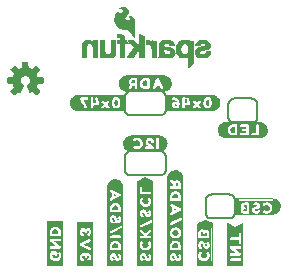
<source format=gbo>
G04 EAGLE Gerber RS-274X export*
G75*
%MOMM*%
%FSLAX34Y34*%
%LPD*%
%INSilkscreen Bottom*%
%IPPOS*%
%AMOC8*
5,1,8,0,0,1.08239X$1,22.5*%
G01*
%ADD10C,0.152400*%
%ADD11C,0.203200*%

G36*
X158711Y21139D02*
X158711Y21139D01*
X158718Y21134D01*
X159218Y21334D01*
X159233Y21358D01*
X159240Y21364D01*
X159238Y21367D01*
X159243Y21375D01*
X159249Y21380D01*
X159249Y94980D01*
X159246Y94984D01*
X159249Y94987D01*
X159149Y95683D01*
X159149Y96280D01*
X159143Y96288D01*
X159147Y96294D01*
X158947Y96994D01*
X158946Y96995D01*
X158947Y96996D01*
X158747Y97596D01*
X158744Y97597D01*
X158745Y97599D01*
X158445Y98299D01*
X158437Y98304D01*
X158438Y98311D01*
X158040Y98809D01*
X157641Y99407D01*
X157638Y99408D01*
X157638Y99411D01*
X157238Y99911D01*
X157231Y99913D01*
X157231Y99918D01*
X156731Y100318D01*
X156727Y100319D01*
X156727Y100321D01*
X156129Y100720D01*
X155631Y101118D01*
X155621Y101119D01*
X155619Y101125D01*
X154919Y101425D01*
X154916Y101425D01*
X154916Y101427D01*
X154316Y101627D01*
X154309Y101625D01*
X154307Y101629D01*
X153608Y101729D01*
X153008Y101829D01*
X153007Y101828D01*
X153007Y101829D01*
X152307Y101929D01*
X152298Y101924D01*
X152293Y101929D01*
X151593Y101829D01*
X151592Y101828D01*
X151592Y101829D01*
X150992Y101729D01*
X150989Y101725D01*
X150986Y101727D01*
X150286Y101527D01*
X150285Y101526D01*
X150284Y101527D01*
X149684Y101327D01*
X149681Y101322D01*
X149678Y101324D01*
X149078Y101024D01*
X149076Y101020D01*
X149073Y101021D01*
X148473Y100621D01*
X148472Y100618D01*
X148469Y100618D01*
X147969Y100218D01*
X147968Y100214D01*
X147965Y100215D01*
X146965Y99215D01*
X146965Y99211D01*
X146962Y99211D01*
X146562Y98711D01*
X146561Y98703D01*
X146556Y98702D01*
X146256Y98102D01*
X146257Y98095D01*
X146253Y98094D01*
X146219Y97974D01*
X146176Y97826D01*
X146162Y97777D01*
X146120Y97629D01*
X146078Y97482D01*
X146064Y97432D01*
X146054Y97398D01*
X145756Y96802D01*
X145757Y96796D01*
X145752Y96792D01*
X145755Y96789D01*
X145751Y96787D01*
X145651Y96088D01*
X145551Y95488D01*
X145554Y95483D01*
X145551Y95480D01*
X145551Y21680D01*
X145559Y21669D01*
X145554Y21662D01*
X145754Y21162D01*
X145795Y21137D01*
X145800Y21131D01*
X158700Y21131D01*
X158711Y21139D01*
G37*
G36*
X133747Y21167D02*
X133747Y21167D01*
X133745Y21170D01*
X133749Y21172D01*
X133849Y21772D01*
X133846Y21777D01*
X133849Y21780D01*
X133849Y92280D01*
X133846Y92284D01*
X133849Y92287D01*
X133749Y92987D01*
X133724Y93011D01*
X133722Y93024D01*
X127022Y96324D01*
X126990Y96318D01*
X126978Y96324D01*
X120378Y93024D01*
X120366Y93000D01*
X120353Y92996D01*
X120153Y92396D01*
X120157Y92385D01*
X120151Y92380D01*
X120151Y21180D01*
X120187Y21133D01*
X120194Y21138D01*
X120200Y21131D01*
X133700Y21131D01*
X133747Y21167D01*
G37*
G36*
X108347Y21167D02*
X108347Y21167D01*
X108345Y21170D01*
X108349Y21172D01*
X108449Y21772D01*
X108446Y21777D01*
X108449Y21780D01*
X108449Y87480D01*
X108446Y87484D01*
X108449Y87487D01*
X108249Y88887D01*
X108244Y88892D01*
X108247Y88896D01*
X108047Y89495D01*
X107847Y90194D01*
X107842Y90198D01*
X107844Y90202D01*
X107544Y90802D01*
X107537Y90805D01*
X107538Y90811D01*
X107140Y91309D01*
X106741Y91907D01*
X106738Y91908D01*
X106738Y91911D01*
X106338Y92411D01*
X106328Y92413D01*
X106327Y92421D01*
X105729Y92820D01*
X105231Y93218D01*
X105223Y93219D01*
X105222Y93224D01*
X104022Y93824D01*
X104015Y93823D01*
X104014Y93827D01*
X103314Y94027D01*
X103310Y94026D01*
X103308Y94029D01*
X102708Y94129D01*
X102707Y94128D01*
X102707Y94129D01*
X102007Y94229D01*
X102002Y94226D01*
X102000Y94229D01*
X101300Y94229D01*
X101296Y94226D01*
X101293Y94229D01*
X100593Y94129D01*
X100592Y94128D01*
X100592Y94129D01*
X99992Y94029D01*
X99989Y94025D01*
X99986Y94027D01*
X99286Y93827D01*
X99285Y93826D01*
X99284Y93827D01*
X98684Y93627D01*
X98679Y93619D01*
X98673Y93621D01*
X98075Y93223D01*
X97478Y92924D01*
X97473Y92914D01*
X97465Y92915D01*
X96465Y91915D01*
X96465Y91911D01*
X96462Y91911D01*
X96062Y91411D01*
X96061Y91403D01*
X96056Y91402D01*
X95757Y90805D01*
X95359Y90207D01*
X95360Y90198D01*
X95359Y90197D01*
X95353Y90196D01*
X94953Y88996D01*
X94955Y88989D01*
X94951Y88987D01*
X94751Y87587D01*
X94753Y87583D01*
X94753Y87582D01*
X94751Y87580D01*
X94751Y21280D01*
X94787Y21233D01*
X94790Y21235D01*
X94792Y21231D01*
X95392Y21131D01*
X95397Y21134D01*
X95400Y21131D01*
X108300Y21131D01*
X108347Y21167D01*
G37*
G36*
X109248Y151914D02*
X109248Y151914D01*
X109260Y151911D01*
X109660Y152211D01*
X109664Y152227D01*
X109671Y152232D01*
X109667Y152238D01*
X109669Y152242D01*
X109679Y152250D01*
X109679Y165150D01*
X109666Y165168D01*
X109669Y165180D01*
X109369Y165580D01*
X109338Y165589D01*
X109330Y165599D01*
X69730Y165599D01*
X69726Y165596D01*
X69723Y165599D01*
X69023Y165499D01*
X69022Y165498D01*
X69022Y165499D01*
X68422Y165399D01*
X68419Y165395D01*
X68416Y165397D01*
X67716Y165197D01*
X67712Y165192D01*
X67708Y165194D01*
X66508Y164594D01*
X66506Y164590D01*
X66503Y164591D01*
X65903Y164191D01*
X65902Y164188D01*
X65899Y164188D01*
X65399Y163788D01*
X65398Y163784D01*
X65395Y163785D01*
X64895Y163285D01*
X64895Y163281D01*
X64892Y163281D01*
X64492Y162781D01*
X64491Y162777D01*
X64489Y162777D01*
X64089Y162177D01*
X64089Y162173D01*
X64086Y162172D01*
X63786Y161572D01*
X63787Y161569D01*
X63784Y161567D01*
X63785Y161566D01*
X63783Y161566D01*
X63583Y160966D01*
X63584Y160964D01*
X63583Y160964D01*
X63544Y160828D01*
X63502Y160681D01*
X63488Y160631D01*
X63446Y160484D01*
X63403Y160336D01*
X63389Y160287D01*
X63383Y160264D01*
X63384Y160260D01*
X63381Y160258D01*
X63281Y159658D01*
X63282Y159657D01*
X63281Y159657D01*
X63181Y158957D01*
X63184Y158952D01*
X63181Y158950D01*
X63181Y158250D01*
X63184Y158246D01*
X63181Y158243D01*
X63281Y157543D01*
X63286Y157538D01*
X63283Y157534D01*
X63483Y156935D01*
X63683Y156236D01*
X63688Y156232D01*
X63686Y156228D01*
X64286Y155028D01*
X64293Y155025D01*
X64292Y155019D01*
X65092Y154019D01*
X65096Y154018D01*
X65095Y154015D01*
X65595Y153515D01*
X65602Y153514D01*
X65603Y153509D01*
X66203Y153109D01*
X66205Y153109D01*
X66205Y153108D01*
X66705Y152808D01*
X66710Y152808D01*
X66711Y152805D01*
X67409Y152505D01*
X68008Y152206D01*
X68019Y152208D01*
X68022Y152201D01*
X68622Y152101D01*
X68623Y152102D01*
X68623Y152101D01*
X70023Y151901D01*
X70028Y151904D01*
X70030Y151901D01*
X109230Y151901D01*
X109248Y151914D01*
G37*
G36*
X184274Y151904D02*
X184274Y151904D01*
X184277Y151901D01*
X184977Y152001D01*
X184982Y152006D01*
X184986Y152003D01*
X185585Y152203D01*
X186284Y152403D01*
X186288Y152408D01*
X186292Y152406D01*
X187492Y153006D01*
X187495Y153013D01*
X187501Y153012D01*
X188001Y153412D01*
X188002Y153416D01*
X188005Y153415D01*
X189005Y154415D01*
X189005Y154419D01*
X189008Y154419D01*
X189408Y154919D01*
X189409Y154927D01*
X189414Y154928D01*
X190014Y156128D01*
X190013Y156135D01*
X190017Y156136D01*
X190056Y156271D01*
X190070Y156320D01*
X190112Y156468D01*
X190154Y156615D01*
X190168Y156665D01*
X190210Y156812D01*
X190211Y156812D01*
X190210Y156812D01*
X190217Y156835D01*
X190417Y157434D01*
X190415Y157441D01*
X190419Y157443D01*
X190519Y158143D01*
X190516Y158148D01*
X190519Y158150D01*
X190519Y159550D01*
X190516Y159555D01*
X190519Y159558D01*
X190419Y160158D01*
X190415Y160161D01*
X190417Y160164D01*
X190217Y160864D01*
X190212Y160868D01*
X190214Y160872D01*
X189314Y162672D01*
X189307Y162675D01*
X189308Y162681D01*
X188908Y163181D01*
X188904Y163182D01*
X188905Y163185D01*
X187905Y164185D01*
X187893Y164186D01*
X187892Y164194D01*
X187295Y164493D01*
X186697Y164891D01*
X186688Y164890D01*
X186686Y164897D01*
X185486Y165297D01*
X185484Y165296D01*
X185484Y165297D01*
X184784Y165497D01*
X184779Y165496D01*
X184777Y165499D01*
X184077Y165599D01*
X184072Y165596D01*
X184070Y165599D01*
X183770Y165599D01*
X183750Y165584D01*
X183737Y165586D01*
X183712Y165564D01*
X183714Y165573D01*
X183687Y165577D01*
X183670Y165599D01*
X144370Y165599D01*
X144323Y165563D01*
X144326Y165559D01*
X144323Y165556D01*
X144325Y165553D01*
X144321Y165550D01*
X144321Y152050D01*
X144357Y152003D01*
X144360Y152005D01*
X144362Y152001D01*
X144962Y151901D01*
X144967Y151904D01*
X144970Y151901D01*
X184270Y151901D01*
X184274Y151904D01*
G37*
G36*
X142704Y168414D02*
X142704Y168414D01*
X142707Y168411D01*
X144107Y168611D01*
X144108Y168612D01*
X144108Y168611D01*
X144708Y168711D01*
X144714Y168718D01*
X144719Y168715D01*
X145419Y169015D01*
X145421Y169017D01*
X145422Y169016D01*
X146022Y169316D01*
X146023Y169319D01*
X146025Y169318D01*
X146525Y169618D01*
X146526Y169619D01*
X146527Y169619D01*
X147127Y170019D01*
X147130Y170026D01*
X147135Y170025D01*
X147635Y170525D01*
X147635Y170529D01*
X147638Y170529D01*
X148038Y171029D01*
X148039Y171033D01*
X148041Y171033D01*
X148441Y171633D01*
X148441Y171637D01*
X148444Y171638D01*
X149044Y172838D01*
X149043Y172843D01*
X149047Y172844D01*
X149247Y173444D01*
X149246Y173446D01*
X149247Y173446D01*
X149268Y173519D01*
X149282Y173569D01*
X149324Y173716D01*
X149325Y173716D01*
X149324Y173716D01*
X149367Y173864D01*
X149381Y173913D01*
X149423Y174061D01*
X149447Y174146D01*
X149444Y174156D01*
X149449Y174160D01*
X149449Y176160D01*
X149446Y176164D01*
X149449Y176167D01*
X149349Y176867D01*
X149344Y176872D01*
X149347Y176876D01*
X149147Y177476D01*
X149144Y177477D01*
X149145Y177479D01*
X148845Y178179D01*
X148843Y178181D01*
X148844Y178182D01*
X148544Y178782D01*
X148537Y178785D01*
X148538Y178791D01*
X147738Y179791D01*
X147734Y179792D01*
X147735Y179795D01*
X146735Y180795D01*
X146723Y180796D01*
X146722Y180804D01*
X144922Y181704D01*
X144917Y181703D01*
X144916Y181707D01*
X144316Y181907D01*
X144311Y181905D01*
X144309Y181905D01*
X144307Y181909D01*
X142907Y182109D01*
X142902Y182106D01*
X142900Y182109D01*
X110800Y182109D01*
X110795Y182106D01*
X110792Y182109D01*
X110192Y182009D01*
X110189Y182005D01*
X110186Y182007D01*
X109486Y181807D01*
X109485Y181806D01*
X109484Y181807D01*
X108884Y181607D01*
X108883Y181604D01*
X108881Y181605D01*
X108181Y181305D01*
X108179Y181303D01*
X108178Y181304D01*
X107578Y181004D01*
X107575Y180997D01*
X107569Y180998D01*
X107069Y180598D01*
X107068Y180594D01*
X107065Y180595D01*
X106567Y180097D01*
X106069Y179698D01*
X106067Y179688D01*
X106059Y179687D01*
X105659Y179087D01*
X105659Y179083D01*
X105656Y179082D01*
X104756Y177282D01*
X104758Y177271D01*
X104751Y177267D01*
X104651Y176568D01*
X104551Y175968D01*
X104552Y175967D01*
X104551Y175967D01*
X104451Y175267D01*
X104456Y175258D01*
X104451Y175253D01*
X104651Y173853D01*
X104656Y173848D01*
X104653Y173844D01*
X104853Y173245D01*
X105053Y172546D01*
X105058Y172542D01*
X105056Y172538D01*
X105356Y171938D01*
X105359Y171937D01*
X105358Y171935D01*
X105658Y171435D01*
X105663Y171433D01*
X105662Y171428D01*
X106162Y170829D01*
X106562Y170329D01*
X106569Y170327D01*
X106569Y170322D01*
X107069Y169922D01*
X107073Y169921D01*
X107073Y169919D01*
X107673Y169519D01*
X107677Y169519D01*
X107678Y169516D01*
X108878Y168916D01*
X108883Y168917D01*
X108884Y168913D01*
X109484Y168713D01*
X109486Y168714D01*
X109486Y168713D01*
X110186Y168513D01*
X110191Y168515D01*
X110193Y168511D01*
X110893Y168411D01*
X110898Y168414D01*
X110900Y168411D01*
X142700Y168411D01*
X142704Y168414D01*
G37*
G36*
X223954Y129044D02*
X223954Y129044D01*
X223957Y129041D01*
X225357Y129241D01*
X225362Y129246D01*
X225366Y129243D01*
X225965Y129443D01*
X226664Y129643D01*
X226668Y129648D01*
X226672Y129646D01*
X227272Y129946D01*
X227275Y129953D01*
X227281Y129952D01*
X227779Y130350D01*
X228377Y130749D01*
X228380Y130756D01*
X228385Y130755D01*
X228885Y131255D01*
X228885Y131259D01*
X228888Y131259D01*
X229288Y131759D01*
X229289Y131763D01*
X229291Y131763D01*
X229691Y132363D01*
X229691Y132367D01*
X229694Y132368D01*
X230294Y133568D01*
X230293Y133573D01*
X230297Y133574D01*
X230497Y134174D01*
X230495Y134181D01*
X230499Y134183D01*
X230699Y135583D01*
X230696Y135588D01*
X230699Y135590D01*
X230699Y136290D01*
X230696Y136295D01*
X230699Y136298D01*
X230599Y136898D01*
X230595Y136901D01*
X230597Y136904D01*
X230397Y137604D01*
X230396Y137605D01*
X230397Y137606D01*
X230197Y138205D01*
X229997Y138904D01*
X229992Y138908D01*
X229994Y138912D01*
X229694Y139512D01*
X229687Y139515D01*
X229688Y139521D01*
X229288Y140021D01*
X229284Y140022D01*
X229285Y140025D01*
X228285Y141025D01*
X228281Y141025D01*
X228281Y141028D01*
X227781Y141428D01*
X227777Y141429D01*
X227777Y141431D01*
X227177Y141831D01*
X227173Y141831D01*
X227172Y141834D01*
X226572Y142134D01*
X226567Y142133D01*
X226566Y142137D01*
X225366Y142537D01*
X225361Y142535D01*
X225359Y142535D01*
X225357Y142539D01*
X223957Y142739D01*
X223952Y142736D01*
X223950Y142739D01*
X194750Y142739D01*
X194746Y142736D01*
X194743Y142739D01*
X194043Y142639D01*
X194039Y142635D01*
X194036Y142637D01*
X193336Y142437D01*
X193335Y142436D01*
X193334Y142437D01*
X192734Y142237D01*
X192731Y142232D01*
X192728Y142234D01*
X191528Y141634D01*
X191526Y141630D01*
X191523Y141631D01*
X190923Y141231D01*
X190920Y141224D01*
X190915Y141225D01*
X190415Y140725D01*
X190415Y140721D01*
X190412Y140721D01*
X189612Y139721D01*
X189611Y139717D01*
X189609Y139717D01*
X189209Y139117D01*
X189209Y139113D01*
X189206Y139112D01*
X188906Y138512D01*
X188906Y138510D01*
X188906Y138509D01*
X188907Y138505D01*
X188903Y138504D01*
X188876Y138412D01*
X188862Y138362D01*
X188820Y138215D01*
X188778Y138067D01*
X188764Y138018D01*
X188722Y137870D01*
X188703Y137804D01*
X188704Y137800D01*
X188701Y137798D01*
X188601Y137198D01*
X188602Y137197D01*
X188601Y137197D01*
X188401Y135797D01*
X188406Y135788D01*
X188401Y135783D01*
X188501Y135083D01*
X188502Y135082D01*
X188501Y135082D01*
X188601Y134482D01*
X188605Y134479D01*
X188603Y134476D01*
X188803Y133776D01*
X188804Y133775D01*
X188803Y133774D01*
X189003Y133174D01*
X189008Y133171D01*
X189006Y133168D01*
X189306Y132568D01*
X189310Y132566D01*
X189309Y132563D01*
X189709Y131963D01*
X189712Y131962D01*
X189712Y131959D01*
X190512Y130959D01*
X190519Y130957D01*
X190518Y130952D01*
X191118Y130452D01*
X191124Y130452D01*
X191125Y130448D01*
X191624Y130148D01*
X192223Y129749D01*
X192232Y129750D01*
X192234Y129743D01*
X192834Y129543D01*
X192836Y129544D01*
X192836Y129543D01*
X193535Y129343D01*
X194134Y129143D01*
X194141Y129145D01*
X194143Y129141D01*
X194843Y129041D01*
X194848Y129044D01*
X194850Y129041D01*
X223950Y129041D01*
X223954Y129044D01*
G37*
G36*
X57647Y21167D02*
X57647Y21167D01*
X57642Y21174D01*
X57649Y21180D01*
X57649Y58380D01*
X57646Y58385D01*
X57649Y58388D01*
X57549Y58988D01*
X57505Y59029D01*
X57503Y59026D01*
X57500Y59029D01*
X44000Y59029D01*
X43953Y58993D01*
X43958Y58986D01*
X43951Y58980D01*
X43951Y21780D01*
X43954Y21775D01*
X43951Y21772D01*
X44051Y21172D01*
X44095Y21131D01*
X44098Y21134D01*
X44100Y21131D01*
X57600Y21131D01*
X57647Y21167D01*
G37*
G36*
X234994Y64274D02*
X234994Y64274D01*
X234997Y64271D01*
X236397Y64471D01*
X236402Y64476D01*
X236406Y64473D01*
X237606Y64873D01*
X237609Y64878D01*
X237612Y64876D01*
X238212Y65176D01*
X238214Y65180D01*
X238217Y65179D01*
X238817Y65579D01*
X238818Y65582D01*
X238821Y65582D01*
X239321Y65982D01*
X239322Y65986D01*
X239325Y65985D01*
X240325Y66985D01*
X240325Y66989D01*
X240328Y66989D01*
X240728Y67489D01*
X240729Y67497D01*
X240734Y67498D01*
X241034Y68098D01*
X241033Y68105D01*
X241037Y68106D01*
X241049Y68148D01*
X241091Y68296D01*
X241092Y68296D01*
X241091Y68296D01*
X241134Y68444D01*
X241148Y68493D01*
X241190Y68641D01*
X241232Y68788D01*
X241237Y68805D01*
X241437Y69404D01*
X241436Y69406D01*
X241437Y69406D01*
X241444Y69429D01*
X241458Y69478D01*
X241500Y69626D01*
X241542Y69773D01*
X241556Y69823D01*
X241598Y69970D01*
X241599Y69970D01*
X241598Y69970D01*
X241637Y70106D01*
X241636Y70110D01*
X241639Y70112D01*
X241739Y70712D01*
X241736Y70717D01*
X241739Y70720D01*
X241739Y71420D01*
X241736Y71424D01*
X241739Y71427D01*
X241539Y72827D01*
X241534Y72832D01*
X241537Y72836D01*
X241337Y73436D01*
X241332Y73439D01*
X241334Y73442D01*
X240734Y74642D01*
X240730Y74644D01*
X240731Y74647D01*
X240331Y75247D01*
X240328Y75248D01*
X240328Y75251D01*
X239928Y75751D01*
X239924Y75752D01*
X239925Y75755D01*
X239425Y76255D01*
X239421Y76255D01*
X239421Y76258D01*
X238921Y76658D01*
X238917Y76659D01*
X238917Y76661D01*
X238317Y77061D01*
X238313Y77061D01*
X238312Y77064D01*
X237712Y77364D01*
X237707Y77363D01*
X237706Y77367D01*
X237106Y77567D01*
X237104Y77566D01*
X237104Y77567D01*
X236404Y77767D01*
X236399Y77766D01*
X236397Y77769D01*
X235698Y77869D01*
X235098Y77969D01*
X235093Y77966D01*
X235090Y77969D01*
X203090Y77969D01*
X203064Y77950D01*
X203051Y77950D01*
X202751Y77550D01*
X202751Y77538D01*
X202743Y77532D01*
X202748Y77525D01*
X202741Y77520D01*
X202741Y64620D01*
X202760Y64594D01*
X202760Y64581D01*
X203160Y64281D01*
X203182Y64281D01*
X203190Y64271D01*
X234990Y64271D01*
X234994Y64274D01*
G37*
G36*
X184438Y21160D02*
X184438Y21160D01*
X184446Y21162D01*
X184646Y21662D01*
X184642Y21675D01*
X184649Y21680D01*
X184649Y56380D01*
X184635Y56398D01*
X184638Y56411D01*
X184238Y56911D01*
X184224Y56914D01*
X184222Y56924D01*
X178222Y59924D01*
X178206Y59921D01*
X178200Y59929D01*
X177600Y59929D01*
X177587Y59920D01*
X177578Y59924D01*
X171478Y56924D01*
X171475Y56917D01*
X171469Y56918D01*
X170969Y56518D01*
X170962Y56488D01*
X170951Y56480D01*
X170951Y21280D01*
X170987Y21233D01*
X170990Y21235D01*
X170992Y21231D01*
X171592Y21131D01*
X171597Y21134D01*
X171600Y21131D01*
X184400Y21131D01*
X184438Y21160D01*
G37*
G36*
X82511Y21139D02*
X82511Y21139D01*
X82518Y21134D01*
X83018Y21334D01*
X83033Y21358D01*
X83040Y21364D01*
X83038Y21367D01*
X83043Y21375D01*
X83049Y21380D01*
X83049Y57680D01*
X83046Y57685D01*
X83049Y57688D01*
X82949Y58288D01*
X82905Y58329D01*
X82903Y58326D01*
X82900Y58329D01*
X70000Y58329D01*
X69995Y58326D01*
X69992Y58329D01*
X69392Y58229D01*
X69351Y58185D01*
X69354Y58183D01*
X69351Y58180D01*
X69351Y21680D01*
X69359Y21669D01*
X69354Y21662D01*
X69554Y21162D01*
X69595Y21137D01*
X69600Y21131D01*
X82500Y21131D01*
X82511Y21139D01*
G37*
G36*
X34720Y165246D02*
X34720Y165246D01*
X34828Y165256D01*
X34841Y165262D01*
X34855Y165264D01*
X34952Y165312D01*
X35051Y165357D01*
X35064Y165368D01*
X35073Y165372D01*
X35088Y165388D01*
X35165Y165450D01*
X37750Y168035D01*
X37813Y168124D01*
X37879Y168209D01*
X37884Y168222D01*
X37892Y168234D01*
X37923Y168337D01*
X37959Y168440D01*
X37959Y168454D01*
X37963Y168467D01*
X37959Y168575D01*
X37960Y168684D01*
X37955Y168697D01*
X37955Y168711D01*
X37917Y168813D01*
X37882Y168915D01*
X37873Y168930D01*
X37869Y168939D01*
X37855Y168956D01*
X37801Y169038D01*
X35037Y172428D01*
X35594Y173510D01*
X35600Y173530D01*
X35642Y173625D01*
X36013Y174784D01*
X40364Y175227D01*
X40468Y175255D01*
X40574Y175280D01*
X40586Y175287D01*
X40599Y175290D01*
X40689Y175351D01*
X40782Y175408D01*
X40790Y175419D01*
X40802Y175427D01*
X40868Y175513D01*
X40937Y175597D01*
X40941Y175610D01*
X40950Y175621D01*
X40984Y175724D01*
X41023Y175825D01*
X41024Y175843D01*
X41028Y175852D01*
X41028Y175874D01*
X41037Y175972D01*
X41037Y179628D01*
X41020Y179735D01*
X41006Y179843D01*
X41000Y179855D01*
X40998Y179869D01*
X40946Y179965D01*
X40899Y180062D01*
X40889Y180072D01*
X40883Y180084D01*
X40803Y180158D01*
X40727Y180235D01*
X40715Y180241D01*
X40705Y180251D01*
X40606Y180296D01*
X40509Y180344D01*
X40491Y180348D01*
X40482Y180352D01*
X40461Y180354D01*
X40364Y180373D01*
X36013Y180816D01*
X35642Y181975D01*
X35633Y181993D01*
X35631Y182000D01*
X35627Y182007D01*
X35594Y182090D01*
X35037Y183172D01*
X37801Y186562D01*
X37855Y186656D01*
X37912Y186748D01*
X37915Y186761D01*
X37922Y186773D01*
X37943Y186880D01*
X37968Y186985D01*
X37966Y186999D01*
X37969Y187013D01*
X37954Y187120D01*
X37944Y187228D01*
X37938Y187241D01*
X37936Y187255D01*
X37888Y187352D01*
X37843Y187451D01*
X37832Y187464D01*
X37828Y187473D01*
X37812Y187488D01*
X37750Y187565D01*
X35165Y190150D01*
X35076Y190213D01*
X34991Y190279D01*
X34978Y190284D01*
X34966Y190292D01*
X34863Y190323D01*
X34760Y190359D01*
X34746Y190359D01*
X34733Y190363D01*
X34625Y190359D01*
X34516Y190360D01*
X34503Y190355D01*
X34489Y190355D01*
X34387Y190317D01*
X34285Y190282D01*
X34270Y190273D01*
X34261Y190269D01*
X34244Y190255D01*
X34162Y190201D01*
X30772Y187437D01*
X29690Y187994D01*
X29670Y188000D01*
X29575Y188042D01*
X28416Y188413D01*
X27973Y192764D01*
X27945Y192868D01*
X27920Y192974D01*
X27913Y192986D01*
X27910Y192999D01*
X27849Y193089D01*
X27792Y193182D01*
X27781Y193190D01*
X27773Y193202D01*
X27687Y193268D01*
X27603Y193337D01*
X27590Y193341D01*
X27579Y193350D01*
X27476Y193384D01*
X27375Y193423D01*
X27357Y193424D01*
X27348Y193428D01*
X27326Y193428D01*
X27228Y193437D01*
X23572Y193437D01*
X23465Y193420D01*
X23357Y193406D01*
X23345Y193400D01*
X23331Y193398D01*
X23235Y193346D01*
X23138Y193299D01*
X23128Y193289D01*
X23116Y193283D01*
X23042Y193203D01*
X22965Y193127D01*
X22959Y193115D01*
X22949Y193105D01*
X22904Y193006D01*
X22856Y192909D01*
X22852Y192891D01*
X22848Y192882D01*
X22846Y192861D01*
X22827Y192764D01*
X22384Y188413D01*
X21225Y188042D01*
X21207Y188032D01*
X21110Y187994D01*
X20028Y187437D01*
X16638Y190201D01*
X16544Y190255D01*
X16452Y190312D01*
X16439Y190315D01*
X16427Y190322D01*
X16320Y190343D01*
X16215Y190368D01*
X16201Y190366D01*
X16187Y190369D01*
X16080Y190354D01*
X15972Y190344D01*
X15959Y190338D01*
X15946Y190336D01*
X15848Y190288D01*
X15749Y190243D01*
X15736Y190232D01*
X15727Y190228D01*
X15712Y190212D01*
X15635Y190150D01*
X13050Y187565D01*
X12987Y187476D01*
X12921Y187391D01*
X12916Y187378D01*
X12908Y187366D01*
X12877Y187263D01*
X12841Y187160D01*
X12841Y187146D01*
X12837Y187133D01*
X12841Y187025D01*
X12840Y186916D01*
X12845Y186903D01*
X12845Y186889D01*
X12883Y186787D01*
X12918Y186685D01*
X12927Y186670D01*
X12931Y186661D01*
X12945Y186644D01*
X12999Y186562D01*
X15763Y183172D01*
X15206Y182090D01*
X15200Y182070D01*
X15158Y181975D01*
X14787Y180816D01*
X10436Y180373D01*
X10332Y180345D01*
X10226Y180320D01*
X10214Y180313D01*
X10201Y180310D01*
X10111Y180249D01*
X10018Y180192D01*
X10010Y180181D01*
X9998Y180173D01*
X9932Y180087D01*
X9864Y180003D01*
X9859Y179990D01*
X9850Y179979D01*
X9816Y179876D01*
X9777Y179775D01*
X9776Y179757D01*
X9772Y179748D01*
X9773Y179726D01*
X9763Y179628D01*
X9763Y175972D01*
X9780Y175865D01*
X9794Y175757D01*
X9800Y175745D01*
X9802Y175731D01*
X9854Y175635D01*
X9901Y175538D01*
X9911Y175528D01*
X9917Y175516D01*
X9997Y175442D01*
X10073Y175365D01*
X10085Y175359D01*
X10096Y175349D01*
X10194Y175304D01*
X10291Y175256D01*
X10309Y175252D01*
X10318Y175248D01*
X10339Y175246D01*
X10436Y175227D01*
X14787Y174784D01*
X15158Y173625D01*
X15168Y173607D01*
X15206Y173510D01*
X15763Y172428D01*
X12999Y169038D01*
X12945Y168944D01*
X12888Y168852D01*
X12885Y168839D01*
X12878Y168827D01*
X12857Y168720D01*
X12832Y168615D01*
X12834Y168601D01*
X12831Y168587D01*
X12846Y168480D01*
X12856Y168372D01*
X12862Y168359D01*
X12864Y168346D01*
X12912Y168248D01*
X12957Y168149D01*
X12968Y168136D01*
X12972Y168127D01*
X12988Y168112D01*
X13050Y168035D01*
X15635Y165450D01*
X15724Y165387D01*
X15809Y165321D01*
X15822Y165316D01*
X15834Y165308D01*
X15937Y165277D01*
X16040Y165241D01*
X16054Y165241D01*
X16067Y165237D01*
X16175Y165241D01*
X16284Y165240D01*
X16297Y165245D01*
X16311Y165245D01*
X16413Y165283D01*
X16515Y165318D01*
X16530Y165327D01*
X16539Y165331D01*
X16556Y165345D01*
X16638Y165399D01*
X20028Y168163D01*
X21110Y167606D01*
X21163Y167589D01*
X21212Y167563D01*
X21278Y167552D01*
X21342Y167531D01*
X21398Y167532D01*
X21452Y167523D01*
X21519Y167534D01*
X21586Y167535D01*
X21638Y167553D01*
X21693Y167562D01*
X21753Y167594D01*
X21816Y167617D01*
X21859Y167651D01*
X21909Y167677D01*
X21955Y167726D01*
X22007Y167768D01*
X22038Y167815D01*
X22076Y167855D01*
X22132Y167960D01*
X22140Y167973D01*
X22141Y167978D01*
X22145Y167985D01*
X24298Y173182D01*
X24318Y173265D01*
X24323Y173278D01*
X24325Y173294D01*
X24350Y173379D01*
X24349Y173400D01*
X24354Y173420D01*
X24346Y173502D01*
X24347Y173521D01*
X24343Y173541D01*
X24339Y173622D01*
X24332Y173642D01*
X24330Y173663D01*
X24298Y173732D01*
X24292Y173759D01*
X24277Y173783D01*
X24251Y173850D01*
X24238Y173866D01*
X24229Y173885D01*
X24184Y173934D01*
X24164Y173966D01*
X24133Y173991D01*
X24095Y174037D01*
X24072Y174053D01*
X24062Y174063D01*
X24041Y174075D01*
X23976Y174120D01*
X23975Y174121D01*
X23974Y174122D01*
X23075Y174628D01*
X22388Y175272D01*
X21873Y176060D01*
X21561Y176948D01*
X21469Y177885D01*
X21602Y178817D01*
X21953Y179691D01*
X22502Y180456D01*
X23216Y181069D01*
X24056Y181494D01*
X24973Y181708D01*
X25914Y181698D01*
X26826Y181464D01*
X27656Y181021D01*
X28357Y180392D01*
X28889Y179615D01*
X29220Y178734D01*
X29333Y177799D01*
X29225Y176882D01*
X28905Y176014D01*
X28391Y175245D01*
X27712Y174618D01*
X26828Y174123D01*
X26786Y174090D01*
X26744Y174067D01*
X26713Y174034D01*
X26665Y173999D01*
X26653Y173983D01*
X26637Y173970D01*
X26602Y173915D01*
X26577Y173889D01*
X26564Y173859D01*
X26522Y173801D01*
X26516Y173782D01*
X26506Y173765D01*
X26487Y173690D01*
X26477Y173667D01*
X26474Y173643D01*
X26451Y173568D01*
X26452Y173548D01*
X26447Y173528D01*
X26454Y173442D01*
X26453Y173424D01*
X26456Y173408D01*
X26459Y173324D01*
X26467Y173299D01*
X26468Y173285D01*
X26478Y173263D01*
X26502Y173182D01*
X27431Y170939D01*
X27431Y170938D01*
X28362Y168691D01*
X28363Y168691D01*
X28655Y167985D01*
X28684Y167938D01*
X28705Y167886D01*
X28748Y167835D01*
X28784Y167778D01*
X28827Y167743D01*
X28863Y167700D01*
X28920Y167666D01*
X28972Y167623D01*
X29024Y167604D01*
X29072Y167575D01*
X29138Y167561D01*
X29201Y167537D01*
X29256Y167535D01*
X29310Y167524D01*
X29377Y167531D01*
X29444Y167529D01*
X29498Y167545D01*
X29553Y167552D01*
X29664Y167596D01*
X29678Y167600D01*
X29682Y167603D01*
X29690Y167606D01*
X30772Y168163D01*
X34162Y165399D01*
X34256Y165345D01*
X34348Y165288D01*
X34361Y165285D01*
X34373Y165278D01*
X34480Y165257D01*
X34585Y165232D01*
X34599Y165234D01*
X34613Y165231D01*
X34720Y165246D01*
G37*
G36*
X139505Y117614D02*
X139505Y117614D01*
X139508Y117611D01*
X140108Y117711D01*
X140111Y117715D01*
X140114Y117713D01*
X140814Y117913D01*
X140815Y117914D01*
X140816Y117913D01*
X141416Y118113D01*
X141417Y118116D01*
X141419Y118115D01*
X142119Y118415D01*
X142121Y118417D01*
X142122Y118416D01*
X142722Y118716D01*
X142725Y118723D01*
X142731Y118722D01*
X143731Y119522D01*
X143732Y119526D01*
X143735Y119525D01*
X144235Y120025D01*
X144236Y120032D01*
X144241Y120033D01*
X144641Y120633D01*
X144641Y120637D01*
X144644Y120638D01*
X145544Y122438D01*
X145542Y122449D01*
X145549Y122453D01*
X145649Y123152D01*
X145749Y123752D01*
X145748Y123753D01*
X145749Y123753D01*
X145849Y124453D01*
X145844Y124462D01*
X145849Y124467D01*
X145749Y125167D01*
X145748Y125168D01*
X145749Y125168D01*
X145649Y125768D01*
X145549Y126467D01*
X145541Y126475D01*
X145544Y126482D01*
X144644Y128282D01*
X144640Y128284D01*
X144641Y128287D01*
X144241Y128887D01*
X144234Y128890D01*
X144235Y128895D01*
X143735Y129395D01*
X143731Y129395D01*
X143731Y129398D01*
X142731Y130198D01*
X142723Y130199D01*
X142722Y130204D01*
X141522Y130804D01*
X141515Y130803D01*
X141514Y130807D01*
X140114Y131207D01*
X140110Y131206D01*
X140108Y131209D01*
X139508Y131309D01*
X139503Y131306D01*
X139500Y131309D01*
X114600Y131309D01*
X114596Y131306D01*
X114593Y131309D01*
X113893Y131209D01*
X113892Y131208D01*
X113892Y131209D01*
X113292Y131109D01*
X113286Y131102D01*
X113281Y131105D01*
X112582Y130806D01*
X111984Y130607D01*
X111979Y130599D01*
X111973Y130601D01*
X111374Y130202D01*
X110875Y129902D01*
X110871Y129894D01*
X110865Y129895D01*
X109865Y128895D01*
X109865Y128891D01*
X109862Y128891D01*
X109462Y128391D01*
X109461Y128387D01*
X109459Y128387D01*
X109059Y127787D01*
X109059Y127783D01*
X109056Y127782D01*
X108756Y127182D01*
X108756Y127179D01*
X108755Y127179D01*
X108757Y127177D01*
X108753Y127176D01*
X108553Y126576D01*
X108554Y126574D01*
X108553Y126574D01*
X108529Y126489D01*
X108486Y126341D01*
X108472Y126292D01*
X108430Y126144D01*
X108388Y125997D01*
X108374Y125947D01*
X108353Y125874D01*
X108354Y125870D01*
X108351Y125868D01*
X108251Y125268D01*
X108252Y125267D01*
X108251Y125267D01*
X108151Y124567D01*
X108156Y124558D01*
X108151Y124553D01*
X108351Y123153D01*
X108352Y123152D01*
X108351Y123152D01*
X108451Y122552D01*
X108456Y122548D01*
X108453Y122544D01*
X108653Y121944D01*
X108656Y121943D01*
X108655Y121941D01*
X108955Y121241D01*
X108963Y121236D01*
X108962Y121229D01*
X109360Y120731D01*
X109759Y120133D01*
X109762Y120132D01*
X109762Y120129D01*
X110162Y119629D01*
X110169Y119627D01*
X110169Y119622D01*
X110669Y119222D01*
X110673Y119221D01*
X110673Y119219D01*
X111271Y118820D01*
X111769Y118422D01*
X111779Y118421D01*
X111781Y118415D01*
X112481Y118115D01*
X112484Y118116D01*
X112484Y118113D01*
X113084Y117913D01*
X113086Y117914D01*
X113086Y117913D01*
X113786Y117713D01*
X113796Y117716D01*
X113800Y117711D01*
X114397Y117711D01*
X115093Y117611D01*
X115098Y117614D01*
X115100Y117611D01*
X139500Y117611D01*
X139505Y117614D01*
G37*
G36*
X209726Y21150D02*
X209726Y21150D01*
X209739Y21150D01*
X210039Y21550D01*
X210039Y21558D01*
X210043Y21561D01*
X210039Y21565D01*
X210039Y21572D01*
X210049Y21580D01*
X210049Y57080D01*
X210048Y57081D01*
X210049Y57082D01*
X210046Y57085D01*
X210013Y57127D01*
X209999Y57117D01*
X209984Y57127D01*
X209384Y56927D01*
X209381Y56922D01*
X209378Y56924D01*
X203296Y53833D01*
X202719Y54026D01*
X196622Y57024D01*
X196563Y57013D01*
X196564Y57008D01*
X196559Y57007D01*
X196359Y56707D01*
X196359Y56703D01*
X196359Y56702D01*
X196360Y56687D01*
X196351Y56680D01*
X196351Y21380D01*
X196380Y21342D01*
X196382Y21334D01*
X196882Y21134D01*
X196895Y21138D01*
X196900Y21131D01*
X209700Y21131D01*
X209726Y21150D01*
G37*
G36*
X118140Y214091D02*
X118140Y214091D01*
X118191Y214093D01*
X118223Y214111D01*
X118259Y214119D01*
X118298Y214152D01*
X118343Y214176D01*
X118364Y214206D01*
X118392Y214229D01*
X118413Y214276D01*
X118443Y214318D01*
X118451Y214360D01*
X118463Y214388D01*
X118462Y214418D01*
X118470Y214460D01*
X118470Y227260D01*
X118466Y227278D01*
X118468Y227302D01*
X118268Y229102D01*
X118257Y229133D01*
X118251Y229180D01*
X118051Y229780D01*
X118038Y229800D01*
X118030Y229830D01*
X117730Y230430D01*
X117722Y230440D01*
X117716Y230456D01*
X117416Y230956D01*
X117402Y230970D01*
X117393Y230989D01*
X117316Y231059D01*
X117295Y231080D01*
X117290Y231082D01*
X117286Y231086D01*
X116802Y231376D01*
X116418Y231664D01*
X116383Y231679D01*
X116331Y231713D01*
X115331Y232113D01*
X115298Y232118D01*
X115253Y232135D01*
X114653Y232235D01*
X114626Y232233D01*
X114590Y232240D01*
X113790Y232240D01*
X113754Y232232D01*
X113698Y232229D01*
X113343Y232140D01*
X113190Y232140D01*
X113175Y232137D01*
X113160Y232139D01*
X113028Y232102D01*
X113021Y232101D01*
X113021Y232100D01*
X113020Y232100D01*
X112820Y232000D01*
X112801Y231984D01*
X112777Y231975D01*
X112735Y231929D01*
X112687Y231889D01*
X112677Y231867D01*
X112660Y231848D01*
X112642Y231788D01*
X112616Y231731D01*
X112618Y231706D01*
X112610Y231682D01*
X112621Y231620D01*
X112624Y231558D01*
X112636Y231536D01*
X112640Y231511D01*
X112689Y231438D01*
X112707Y231406D01*
X112715Y231401D01*
X112721Y231391D01*
X112821Y231291D01*
X112853Y231271D01*
X112920Y231220D01*
X113320Y231020D01*
X113343Y231014D01*
X113370Y230999D01*
X113585Y230928D01*
X113895Y230618D01*
X114045Y230392D01*
X114110Y230198D01*
X114110Y230022D01*
X114038Y229806D01*
X113878Y229485D01*
X113648Y229256D01*
X113412Y229098D01*
X112981Y228926D01*
X112552Y228840D01*
X111837Y228840D01*
X111146Y229013D01*
X110650Y229344D01*
X110329Y229745D01*
X110170Y230222D01*
X110170Y230782D01*
X110416Y231355D01*
X111076Y232109D01*
X111874Y233007D01*
X111875Y233009D01*
X111876Y233010D01*
X112576Y233810D01*
X112592Y233839D01*
X112622Y233875D01*
X113122Y234775D01*
X113133Y234813D01*
X113161Y234878D01*
X113361Y235778D01*
X113361Y235811D01*
X113370Y235860D01*
X113370Y236660D01*
X113362Y236697D01*
X113351Y236780D01*
X113051Y237680D01*
X113030Y237714D01*
X112999Y237781D01*
X112499Y238481D01*
X112473Y238504D01*
X112443Y238544D01*
X111543Y239344D01*
X111512Y239361D01*
X111472Y239394D01*
X110372Y239994D01*
X110336Y240004D01*
X110258Y240034D01*
X109158Y240234D01*
X109129Y240233D01*
X109090Y240240D01*
X108090Y240240D01*
X108053Y240232D01*
X107970Y240221D01*
X107070Y239921D01*
X107064Y239917D01*
X107057Y239916D01*
X106257Y239616D01*
X106242Y239606D01*
X106220Y239600D01*
X106054Y239517D01*
X105620Y239300D01*
X105598Y239282D01*
X105562Y239264D01*
X105162Y238964D01*
X105147Y238946D01*
X105121Y238929D01*
X105021Y238829D01*
X105008Y238807D01*
X104988Y238791D01*
X104962Y238734D01*
X104930Y238682D01*
X104927Y238656D01*
X104917Y238632D01*
X104919Y238571D01*
X104913Y238509D01*
X104922Y238485D01*
X104923Y238459D01*
X104953Y238405D01*
X104975Y238347D01*
X104994Y238330D01*
X105006Y238307D01*
X105057Y238272D01*
X105102Y238230D01*
X105127Y238222D01*
X105148Y238207D01*
X105232Y238191D01*
X105268Y238180D01*
X105278Y238182D01*
X105290Y238180D01*
X105590Y238180D01*
X105627Y238188D01*
X105710Y238199D01*
X105952Y238280D01*
X106143Y238280D01*
X106498Y238191D01*
X106506Y238191D01*
X106515Y238187D01*
X106966Y238097D01*
X107289Y237935D01*
X107610Y237695D01*
X107745Y237492D01*
X107829Y237240D01*
X107842Y237220D01*
X107850Y237190D01*
X107938Y237014D01*
X107989Y236860D01*
X107929Y236680D01*
X107928Y236667D01*
X107921Y236652D01*
X107837Y236316D01*
X107674Y236071D01*
X107666Y236051D01*
X107650Y236030D01*
X107478Y235685D01*
X107248Y235456D01*
X106979Y235276D01*
X106972Y235269D01*
X106962Y235264D01*
X106570Y234971D01*
X106299Y234790D01*
X105867Y234574D01*
X105600Y234440D01*
X105052Y234440D01*
X104859Y234505D01*
X104710Y234604D01*
X104570Y235022D01*
X104570Y235760D01*
X104558Y235810D01*
X104558Y235831D01*
X104557Y235855D01*
X104556Y235862D01*
X104539Y235894D01*
X104531Y235929D01*
X104498Y235969D01*
X104473Y236014D01*
X104443Y236035D01*
X104421Y236062D01*
X104373Y236084D01*
X104331Y236113D01*
X104295Y236119D01*
X104262Y236133D01*
X104211Y236131D01*
X104160Y236139D01*
X104119Y236128D01*
X104089Y236127D01*
X104062Y236112D01*
X104020Y236100D01*
X104009Y236095D01*
X103249Y235715D01*
X103220Y235700D01*
X103216Y235697D01*
X103106Y235613D01*
X102306Y234713D01*
X102291Y234685D01*
X102262Y234652D01*
X101562Y233452D01*
X101553Y233423D01*
X101532Y233388D01*
X101032Y231988D01*
X101029Y231962D01*
X101016Y231930D01*
X100716Y230330D01*
X100718Y230294D01*
X100710Y230239D01*
X100810Y228439D01*
X100820Y228407D01*
X100824Y228358D01*
X101324Y226558D01*
X101341Y226527D01*
X101358Y226475D01*
X102358Y224675D01*
X102375Y224657D01*
X102390Y224627D01*
X103090Y223727D01*
X103097Y223721D01*
X103101Y223713D01*
X103111Y223707D01*
X103121Y223691D01*
X103921Y222891D01*
X103931Y222885D01*
X103940Y222874D01*
X104740Y222174D01*
X104765Y222160D01*
X104794Y222134D01*
X105794Y221534D01*
X105819Y221526D01*
X105849Y221507D01*
X106849Y221107D01*
X106868Y221104D01*
X106890Y221093D01*
X107990Y220793D01*
X108007Y220793D01*
X108028Y220785D01*
X109228Y220585D01*
X109254Y220587D01*
X109290Y220580D01*
X111159Y220580D01*
X111656Y220497D01*
X112072Y220247D01*
X113022Y219487D01*
X113498Y218917D01*
X113510Y218907D01*
X113521Y218891D01*
X114799Y217614D01*
X115281Y216939D01*
X115301Y216921D01*
X115321Y216891D01*
X115909Y216303D01*
X116398Y215717D01*
X116410Y215707D01*
X116421Y215691D01*
X116902Y215210D01*
X117186Y214832D01*
X117204Y214817D01*
X117221Y214791D01*
X117495Y214518D01*
X117674Y214249D01*
X117693Y214231D01*
X117706Y214207D01*
X117756Y214172D01*
X117800Y214131D01*
X117826Y214123D01*
X117848Y214107D01*
X117929Y214092D01*
X117966Y214081D01*
X117977Y214082D01*
X117990Y214080D01*
X118090Y214080D01*
X118140Y214091D01*
G37*
G36*
X163829Y188591D02*
X163829Y188591D01*
X163891Y188593D01*
X163913Y188606D01*
X163939Y188610D01*
X164010Y188658D01*
X164043Y188676D01*
X164049Y188684D01*
X164059Y188691D01*
X164944Y189576D01*
X166428Y190763D01*
X166439Y190778D01*
X166459Y190791D01*
X167344Y191676D01*
X167828Y192063D01*
X167834Y192071D01*
X167843Y192076D01*
X167887Y192139D01*
X167935Y192199D01*
X167937Y192209D01*
X167943Y192218D01*
X167958Y192299D01*
X167963Y192310D01*
X167963Y192322D01*
X167970Y192360D01*
X167970Y210860D01*
X167969Y210864D01*
X167970Y210869D01*
X167950Y210949D01*
X167931Y211029D01*
X167928Y211032D01*
X167927Y211037D01*
X167873Y211099D01*
X167821Y211162D01*
X167816Y211164D01*
X167814Y211168D01*
X167682Y211229D01*
X167282Y211329D01*
X167274Y211329D01*
X167265Y211333D01*
X166765Y211433D01*
X166733Y211432D01*
X166690Y211440D01*
X166237Y211440D01*
X165882Y211529D01*
X165874Y211529D01*
X165865Y211533D01*
X165373Y211631D01*
X164982Y211729D01*
X164974Y211729D01*
X164965Y211733D01*
X163965Y211933D01*
X163963Y211933D01*
X163962Y211933D01*
X163878Y211930D01*
X163791Y211927D01*
X163790Y211927D01*
X163789Y211927D01*
X163715Y211886D01*
X163639Y211845D01*
X163638Y211844D01*
X163637Y211844D01*
X163589Y211775D01*
X163538Y211704D01*
X163538Y211703D01*
X163537Y211702D01*
X163510Y211560D01*
X163510Y210778D01*
X163359Y210929D01*
X163343Y210939D01*
X163328Y210957D01*
X162828Y211357D01*
X162807Y211367D01*
X162786Y211386D01*
X161786Y211986D01*
X161773Y211990D01*
X161653Y212035D01*
X160453Y212235D01*
X160426Y212233D01*
X160390Y212240D01*
X159690Y212240D01*
X159679Y212238D01*
X159665Y212239D01*
X158165Y212139D01*
X158128Y212128D01*
X158062Y212118D01*
X156662Y211618D01*
X156633Y211599D01*
X156586Y211581D01*
X155486Y210881D01*
X155459Y210853D01*
X155407Y210814D01*
X154507Y209814D01*
X154494Y209791D01*
X154469Y209764D01*
X153769Y208664D01*
X153757Y208628D01*
X153727Y208572D01*
X153327Y207272D01*
X153326Y207257D01*
X153318Y207240D01*
X153018Y205840D01*
X153019Y205816D01*
X153011Y205785D01*
X152911Y204285D01*
X152914Y204263D01*
X152911Y204233D01*
X153011Y202833D01*
X153018Y202809D01*
X153020Y202775D01*
X153320Y201475D01*
X153332Y201450D01*
X153339Y201414D01*
X153839Y200214D01*
X153849Y200199D01*
X153856Y200178D01*
X154456Y199078D01*
X154482Y199049D01*
X154521Y198991D01*
X155421Y198091D01*
X155443Y198078D01*
X155466Y198052D01*
X156566Y197252D01*
X156602Y197237D01*
X156670Y197199D01*
X157870Y196799D01*
X157900Y196796D01*
X157940Y196783D01*
X159440Y196583D01*
X159479Y196587D01*
X159553Y196585D01*
X161353Y196885D01*
X161389Y196900D01*
X161460Y196920D01*
X161590Y196985D01*
X162060Y197220D01*
X162070Y197228D01*
X162086Y197234D01*
X163086Y197834D01*
X163106Y197854D01*
X163187Y197922D01*
X163410Y198201D01*
X163410Y188960D01*
X163416Y188935D01*
X163413Y188909D01*
X163435Y188852D01*
X163449Y188791D01*
X163466Y188771D01*
X163475Y188747D01*
X163520Y188705D01*
X163559Y188658D01*
X163583Y188647D01*
X163602Y188630D01*
X163661Y188612D01*
X163718Y188587D01*
X163743Y188588D01*
X163768Y188580D01*
X163829Y188591D01*
G37*
G36*
X147820Y196587D02*
X147820Y196587D01*
X147865Y196587D01*
X148328Y196680D01*
X148790Y196680D01*
X148826Y196688D01*
X148882Y196691D01*
X149282Y196791D01*
X149302Y196801D01*
X149331Y196807D01*
X149831Y197007D01*
X149843Y197015D01*
X149860Y197020D01*
X150260Y197220D01*
X150276Y197233D01*
X150301Y197244D01*
X150581Y197431D01*
X150960Y197620D01*
X150989Y197644D01*
X151059Y197691D01*
X151359Y197991D01*
X151375Y198018D01*
X151406Y198049D01*
X151601Y198340D01*
X151894Y198732D01*
X151898Y198741D01*
X151906Y198749D01*
X152106Y199049D01*
X152107Y199050D01*
X152108Y199051D01*
X152163Y199185D01*
X152253Y199636D01*
X152430Y199990D01*
X152434Y200005D01*
X152443Y200018D01*
X152469Y200152D01*
X152470Y200159D01*
X152470Y200160D01*
X152470Y200622D01*
X152563Y201085D01*
X152563Y201095D01*
X152564Y201228D01*
X152364Y202328D01*
X152355Y202350D01*
X152351Y202380D01*
X152051Y203280D01*
X152034Y203307D01*
X152020Y203349D01*
X151620Y204049D01*
X151597Y204073D01*
X151537Y204149D01*
X150837Y204749D01*
X150811Y204763D01*
X150779Y204790D01*
X150079Y205190D01*
X150053Y205198D01*
X150024Y205216D01*
X149224Y205516D01*
X149205Y205519D01*
X149182Y205529D01*
X148382Y205729D01*
X148360Y205729D01*
X148332Y205738D01*
X147432Y205838D01*
X145638Y206037D01*
X144969Y206133D01*
X144303Y206323D01*
X143750Y206508D01*
X143350Y206748D01*
X143170Y206987D01*
X143170Y207870D01*
X143403Y208335D01*
X143459Y208391D01*
X143479Y208423D01*
X143530Y208490D01*
X143573Y208577D01*
X143980Y208780D01*
X144090Y208780D01*
X144105Y208783D01*
X144120Y208781D01*
X144252Y208818D01*
X144259Y208819D01*
X144259Y208820D01*
X144260Y208820D01*
X144380Y208880D01*
X146000Y208880D01*
X146865Y208448D01*
X147178Y208135D01*
X147238Y208014D01*
X147329Y207740D01*
X147342Y207720D01*
X147350Y207690D01*
X147410Y207570D01*
X147410Y207160D01*
X147421Y207110D01*
X147423Y207059D01*
X147441Y207027D01*
X147449Y206991D01*
X147482Y206952D01*
X147506Y206907D01*
X147536Y206886D01*
X147559Y206858D01*
X147606Y206837D01*
X147648Y206807D01*
X147690Y206799D01*
X147718Y206787D01*
X147748Y206788D01*
X147790Y206780D01*
X151690Y206780D01*
X151770Y206798D01*
X151850Y206815D01*
X151854Y206818D01*
X151859Y206819D01*
X151922Y206872D01*
X151986Y206922D01*
X151988Y206926D01*
X151992Y206929D01*
X152026Y207004D01*
X152061Y207078D01*
X152061Y207083D01*
X152063Y207088D01*
X152062Y207115D01*
X152065Y207223D01*
X151865Y208423D01*
X151855Y208446D01*
X151855Y208448D01*
X151854Y208468D01*
X151852Y208473D01*
X151851Y208480D01*
X151651Y209080D01*
X151631Y209112D01*
X151594Y209188D01*
X151306Y209572D01*
X151016Y210056D01*
X151004Y210068D01*
X150994Y210088D01*
X150694Y210488D01*
X150669Y210509D01*
X150662Y210522D01*
X150647Y210533D01*
X150618Y210564D01*
X150218Y210864D01*
X150202Y210871D01*
X150186Y210886D01*
X149186Y211486D01*
X149161Y211494D01*
X149131Y211513D01*
X148631Y211713D01*
X148602Y211717D01*
X148565Y211733D01*
X148088Y211828D01*
X147510Y212021D01*
X147485Y212023D01*
X147453Y212035D01*
X146859Y212134D01*
X146365Y212233D01*
X146333Y212232D01*
X146290Y212240D01*
X143990Y212240D01*
X143960Y212233D01*
X143915Y212233D01*
X143452Y212140D01*
X142890Y212140D01*
X142860Y212133D01*
X142815Y212133D01*
X142315Y212033D01*
X142289Y212021D01*
X142249Y212013D01*
X141781Y211826D01*
X141315Y211733D01*
X141289Y211721D01*
X141249Y211713D01*
X140749Y211513D01*
X140718Y211491D01*
X140662Y211464D01*
X139462Y210564D01*
X139437Y210534D01*
X139386Y210488D01*
X139086Y210088D01*
X139074Y210062D01*
X139050Y210030D01*
X138850Y209630D01*
X138847Y209616D01*
X138837Y209601D01*
X138637Y209101D01*
X138633Y209072D01*
X138617Y209035D01*
X138517Y208535D01*
X138518Y208503D01*
X138510Y208460D01*
X138510Y199850D01*
X138450Y199730D01*
X138446Y199715D01*
X138437Y199702D01*
X138411Y199568D01*
X138410Y199562D01*
X138410Y199561D01*
X138410Y199560D01*
X138410Y198750D01*
X138350Y198630D01*
X138346Y198615D01*
X138337Y198602D01*
X138328Y198556D01*
X138327Y198553D01*
X138327Y198551D01*
X138311Y198468D01*
X138310Y198462D01*
X138310Y198461D01*
X138310Y198460D01*
X138310Y198350D01*
X138250Y198230D01*
X138246Y198215D01*
X138237Y198202D01*
X138211Y198068D01*
X138210Y198062D01*
X138210Y198061D01*
X138210Y198060D01*
X138210Y197850D01*
X138178Y197785D01*
X138121Y197729D01*
X138081Y197664D01*
X138037Y197602D01*
X138035Y197590D01*
X138030Y197582D01*
X138026Y197545D01*
X138010Y197460D01*
X138010Y197360D01*
X138021Y197310D01*
X138023Y197259D01*
X138041Y197227D01*
X138049Y197191D01*
X138082Y197152D01*
X138106Y197107D01*
X138136Y197086D01*
X138159Y197058D01*
X138206Y197037D01*
X138248Y197007D01*
X138290Y196999D01*
X138318Y196987D01*
X138348Y196988D01*
X138390Y196980D01*
X142290Y196980D01*
X142340Y196991D01*
X142391Y196993D01*
X142423Y197011D01*
X142459Y197019D01*
X142498Y197052D01*
X142543Y197076D01*
X142564Y197106D01*
X142592Y197129D01*
X142613Y197176D01*
X142643Y197218D01*
X142651Y197260D01*
X142663Y197288D01*
X142663Y197298D01*
X142699Y197356D01*
X142743Y197418D01*
X142745Y197430D01*
X142750Y197438D01*
X142754Y197475D01*
X142756Y197489D01*
X142759Y197491D01*
X142799Y197556D01*
X142843Y197618D01*
X142845Y197630D01*
X142850Y197638D01*
X142854Y197675D01*
X142870Y197760D01*
X142870Y197909D01*
X142883Y197930D01*
X143021Y197791D01*
X143048Y197775D01*
X143079Y197744D01*
X143379Y197544D01*
X143415Y197530D01*
X143470Y197499D01*
X143722Y197415D01*
X143979Y197244D01*
X144015Y197230D01*
X144070Y197199D01*
X145270Y196799D01*
X145307Y196796D01*
X145390Y196780D01*
X145628Y196780D01*
X145870Y196699D01*
X145907Y196696D01*
X145990Y196680D01*
X146328Y196680D01*
X146570Y196599D01*
X146607Y196596D01*
X146690Y196580D01*
X147790Y196580D01*
X147820Y196587D01*
G37*
G36*
X116822Y196987D02*
X116822Y196987D01*
X116856Y196985D01*
X116906Y197007D01*
X116959Y197019D01*
X116984Y197040D01*
X117015Y197053D01*
X117062Y197105D01*
X117092Y197129D01*
X117099Y197145D01*
X117113Y197160D01*
X120769Y203066D01*
X121810Y202095D01*
X121810Y197360D01*
X121821Y197310D01*
X121823Y197259D01*
X121841Y197227D01*
X121849Y197191D01*
X121882Y197152D01*
X121906Y197107D01*
X121936Y197086D01*
X121959Y197058D01*
X122006Y197037D01*
X122048Y197007D01*
X122090Y196999D01*
X122118Y196987D01*
X122148Y196988D01*
X122190Y196980D01*
X126090Y196980D01*
X126140Y196991D01*
X126191Y196993D01*
X126223Y197011D01*
X126259Y197019D01*
X126298Y197052D01*
X126343Y197076D01*
X126364Y197106D01*
X126392Y197129D01*
X126413Y197176D01*
X126443Y197218D01*
X126451Y197260D01*
X126463Y197288D01*
X126462Y197318D01*
X126470Y197360D01*
X126470Y214760D01*
X126460Y214803D01*
X126460Y214848D01*
X126441Y214887D01*
X126431Y214929D01*
X126402Y214963D01*
X126382Y215003D01*
X126343Y215036D01*
X126321Y215062D01*
X126297Y215073D01*
X126270Y215095D01*
X122370Y217195D01*
X122315Y217210D01*
X122262Y217233D01*
X122232Y217232D01*
X122203Y217240D01*
X122147Y217229D01*
X122089Y217227D01*
X122063Y217212D01*
X122033Y217206D01*
X121988Y217171D01*
X121937Y217144D01*
X121920Y217119D01*
X121896Y217101D01*
X121870Y217049D01*
X121837Y217002D01*
X121831Y216968D01*
X121819Y216945D01*
X121820Y216910D01*
X121810Y216860D01*
X121810Y207405D01*
X117564Y211823D01*
X117497Y211867D01*
X117432Y211913D01*
X117424Y211914D01*
X117419Y211918D01*
X117386Y211922D01*
X117290Y211940D01*
X112690Y211940D01*
X112663Y211934D01*
X112636Y211936D01*
X112580Y211914D01*
X112521Y211901D01*
X112500Y211883D01*
X112474Y211873D01*
X112434Y211829D01*
X112388Y211791D01*
X112376Y211765D01*
X112358Y211745D01*
X112341Y211687D01*
X112317Y211632D01*
X112318Y211605D01*
X112310Y211578D01*
X112321Y211519D01*
X112323Y211459D01*
X112337Y211435D01*
X112342Y211408D01*
X112388Y211341D01*
X112406Y211307D01*
X112416Y211300D01*
X112424Y211289D01*
X117501Y206307D01*
X111772Y197568D01*
X111747Y197499D01*
X111717Y197432D01*
X111717Y197419D01*
X111713Y197406D01*
X111721Y197333D01*
X111723Y197259D01*
X111730Y197247D01*
X111731Y197234D01*
X111771Y197172D01*
X111806Y197107D01*
X111817Y197099D01*
X111825Y197088D01*
X111888Y197050D01*
X111948Y197007D01*
X111963Y197004D01*
X111973Y196998D01*
X112012Y196995D01*
X112090Y196980D01*
X116790Y196980D01*
X116822Y196987D01*
G37*
G36*
X77340Y196991D02*
X77340Y196991D01*
X77391Y196993D01*
X77423Y197011D01*
X77459Y197019D01*
X77498Y197052D01*
X77543Y197076D01*
X77564Y197106D01*
X77592Y197129D01*
X77613Y197176D01*
X77643Y197218D01*
X77651Y197260D01*
X77663Y197288D01*
X77662Y197318D01*
X77670Y197360D01*
X77670Y205336D01*
X77767Y206109D01*
X77866Y206803D01*
X77953Y207326D01*
X78206Y207748D01*
X78450Y208072D01*
X78829Y208300D01*
X79259Y208386D01*
X79798Y208476D01*
X80535Y208384D01*
X81056Y208297D01*
X81436Y208069D01*
X81777Y207642D01*
X82051Y207187D01*
X82318Y206562D01*
X82410Y205739D01*
X82410Y197360D01*
X82421Y197310D01*
X82423Y197259D01*
X82441Y197227D01*
X82449Y197191D01*
X82482Y197152D01*
X82506Y197107D01*
X82536Y197086D01*
X82559Y197058D01*
X82606Y197037D01*
X82648Y197007D01*
X82690Y196999D01*
X82718Y196987D01*
X82748Y196988D01*
X82790Y196980D01*
X86690Y196980D01*
X86740Y196991D01*
X86791Y196993D01*
X86823Y197011D01*
X86859Y197019D01*
X86898Y197052D01*
X86943Y197076D01*
X86964Y197106D01*
X86992Y197129D01*
X87013Y197176D01*
X87043Y197218D01*
X87051Y197260D01*
X87063Y197288D01*
X87062Y197318D01*
X87070Y197360D01*
X87070Y211560D01*
X87059Y211610D01*
X87057Y211661D01*
X87039Y211693D01*
X87031Y211729D01*
X86998Y211768D01*
X86974Y211813D01*
X86944Y211834D01*
X86921Y211862D01*
X86874Y211883D01*
X86832Y211913D01*
X86790Y211921D01*
X86762Y211933D01*
X86732Y211932D01*
X86690Y211940D01*
X82990Y211940D01*
X82940Y211929D01*
X82889Y211927D01*
X82857Y211909D01*
X82821Y211901D01*
X82782Y211868D01*
X82737Y211844D01*
X82716Y211814D01*
X82688Y211791D01*
X82667Y211744D01*
X82637Y211702D01*
X82629Y211660D01*
X82617Y211632D01*
X82618Y211602D01*
X82610Y211560D01*
X82610Y210578D01*
X82359Y210829D01*
X82343Y210839D01*
X82328Y210857D01*
X81828Y211257D01*
X81814Y211263D01*
X81801Y211276D01*
X81201Y211676D01*
X81165Y211690D01*
X81110Y211721D01*
X79910Y212121D01*
X79885Y212123D01*
X79853Y212135D01*
X79253Y212235D01*
X79226Y212233D01*
X79190Y212240D01*
X78590Y212240D01*
X78578Y212237D01*
X78563Y212239D01*
X77163Y212139D01*
X77133Y212130D01*
X77090Y212127D01*
X75990Y211827D01*
X75958Y211810D01*
X75905Y211792D01*
X75005Y211292D01*
X74977Y211266D01*
X74921Y211229D01*
X74221Y210529D01*
X74203Y210499D01*
X74168Y210462D01*
X73668Y209662D01*
X73655Y209625D01*
X73626Y209569D01*
X73326Y208569D01*
X73325Y208550D01*
X73316Y208528D01*
X73116Y207428D01*
X73117Y207411D01*
X73111Y207389D01*
X73011Y206089D01*
X73013Y206076D01*
X73010Y206060D01*
X73010Y197360D01*
X73021Y197310D01*
X73023Y197259D01*
X73041Y197227D01*
X73049Y197191D01*
X73082Y197152D01*
X73106Y197107D01*
X73136Y197086D01*
X73159Y197058D01*
X73206Y197037D01*
X73248Y197007D01*
X73290Y196999D01*
X73318Y196987D01*
X73348Y196988D01*
X73390Y196980D01*
X77290Y196980D01*
X77340Y196991D01*
G37*
G36*
X98317Y196681D02*
X98317Y196681D01*
X98354Y196692D01*
X98420Y196703D01*
X99520Y197103D01*
X99542Y197117D01*
X99575Y197128D01*
X100475Y197628D01*
X100498Y197649D01*
X100537Y197671D01*
X101237Y198271D01*
X101254Y198294D01*
X101322Y198375D01*
X101822Y199275D01*
X101832Y199308D01*
X101854Y199351D01*
X102154Y200351D01*
X102155Y200370D01*
X102164Y200392D01*
X102364Y201492D01*
X102363Y201521D01*
X102370Y201560D01*
X102370Y211560D01*
X102359Y211610D01*
X102357Y211661D01*
X102339Y211693D01*
X102331Y211729D01*
X102298Y211768D01*
X102274Y211813D01*
X102244Y211834D01*
X102221Y211862D01*
X102174Y211883D01*
X102132Y211913D01*
X102090Y211921D01*
X102062Y211933D01*
X102032Y211932D01*
X101990Y211940D01*
X98190Y211940D01*
X98140Y211929D01*
X98089Y211927D01*
X98057Y211909D01*
X98021Y211901D01*
X97982Y211868D01*
X97937Y211844D01*
X97916Y211814D01*
X97888Y211791D01*
X97867Y211744D01*
X97837Y211702D01*
X97829Y211660D01*
X97817Y211632D01*
X97818Y211602D01*
X97810Y211560D01*
X97810Y203584D01*
X97614Y202015D01*
X97530Y201514D01*
X97031Y200848D01*
X96651Y200620D01*
X96221Y200534D01*
X95682Y200444D01*
X94945Y200536D01*
X94424Y200623D01*
X94026Y200862D01*
X93703Y201185D01*
X93435Y201720D01*
X93161Y202360D01*
X93070Y203084D01*
X93070Y211560D01*
X93059Y211610D01*
X93057Y211661D01*
X93039Y211693D01*
X93031Y211729D01*
X92998Y211768D01*
X92974Y211813D01*
X92944Y211834D01*
X92921Y211862D01*
X92874Y211883D01*
X92832Y211913D01*
X92790Y211921D01*
X92762Y211933D01*
X92732Y211932D01*
X92690Y211940D01*
X88790Y211940D01*
X88740Y211929D01*
X88689Y211927D01*
X88657Y211909D01*
X88621Y211901D01*
X88582Y211868D01*
X88537Y211844D01*
X88516Y211814D01*
X88488Y211791D01*
X88467Y211744D01*
X88437Y211702D01*
X88429Y211660D01*
X88417Y211632D01*
X88418Y211602D01*
X88410Y211560D01*
X88410Y197360D01*
X88421Y197310D01*
X88423Y197259D01*
X88441Y197227D01*
X88449Y197191D01*
X88482Y197152D01*
X88506Y197107D01*
X88536Y197086D01*
X88559Y197058D01*
X88606Y197037D01*
X88648Y197007D01*
X88690Y196999D01*
X88718Y196987D01*
X88748Y196988D01*
X88790Y196980D01*
X92490Y196980D01*
X92540Y196991D01*
X92591Y196993D01*
X92623Y197011D01*
X92659Y197019D01*
X92698Y197052D01*
X92743Y197076D01*
X92764Y197106D01*
X92792Y197129D01*
X92813Y197176D01*
X92843Y197218D01*
X92851Y197260D01*
X92863Y197288D01*
X92862Y197318D01*
X92870Y197360D01*
X92870Y198301D01*
X93093Y198022D01*
X93120Y198001D01*
X93152Y197963D01*
X93652Y197563D01*
X93682Y197549D01*
X93720Y197520D01*
X94320Y197220D01*
X94334Y197217D01*
X94349Y197207D01*
X94849Y197007D01*
X94859Y197005D01*
X94870Y196999D01*
X95470Y196799D01*
X95499Y196797D01*
X95536Y196784D01*
X96233Y196684D01*
X96828Y196585D01*
X96863Y196587D01*
X96917Y196581D01*
X98317Y196681D01*
G37*
G36*
X176922Y196681D02*
X176922Y196681D01*
X176935Y196685D01*
X176953Y196685D01*
X178153Y196885D01*
X178168Y196892D01*
X178190Y196893D01*
X179290Y197193D01*
X179318Y197208D01*
X179360Y197220D01*
X179680Y197380D01*
X180360Y197720D01*
X180389Y197744D01*
X180440Y197774D01*
X181240Y198474D01*
X181258Y198499D01*
X181290Y198527D01*
X181990Y199427D01*
X182006Y199462D01*
X182043Y199519D01*
X182443Y200519D01*
X182448Y200553D01*
X182466Y200602D01*
X182666Y201902D01*
X182660Y201982D01*
X182657Y202061D01*
X182653Y202067D01*
X182652Y202075D01*
X182612Y202143D01*
X182574Y202213D01*
X182568Y202217D01*
X182564Y202224D01*
X182497Y202267D01*
X182432Y202313D01*
X182424Y202314D01*
X182418Y202318D01*
X182385Y202322D01*
X182290Y202340D01*
X178590Y202340D01*
X178540Y202329D01*
X178489Y202327D01*
X178457Y202309D01*
X178421Y202301D01*
X178382Y202268D01*
X178337Y202244D01*
X178316Y202214D01*
X178288Y202191D01*
X178267Y202144D01*
X178237Y202102D01*
X178229Y202060D01*
X178217Y202032D01*
X178218Y202002D01*
X178210Y201960D01*
X178210Y201433D01*
X178056Y201048D01*
X177818Y200732D01*
X177136Y200220D01*
X176628Y200135D01*
X176622Y200133D01*
X176615Y200133D01*
X176121Y200034D01*
X175606Y199948D01*
X175282Y200029D01*
X175246Y200029D01*
X175190Y200040D01*
X174837Y200040D01*
X174523Y200119D01*
X174191Y200285D01*
X173840Y200548D01*
X173633Y200754D01*
X173482Y201360D01*
X173549Y201627D01*
X173690Y201910D01*
X174002Y202144D01*
X174450Y202412D01*
X174996Y202595D01*
X176573Y202989D01*
X177565Y203187D01*
X177568Y203189D01*
X177573Y203189D01*
X178473Y203389D01*
X178493Y203399D01*
X178524Y203404D01*
X179324Y203704D01*
X179330Y203708D01*
X179340Y203711D01*
X180040Y204011D01*
X180055Y204022D01*
X180079Y204030D01*
X180779Y204430D01*
X180787Y204438D01*
X180801Y204444D01*
X181401Y204844D01*
X181402Y204845D01*
X181405Y204846D01*
X181506Y204949D01*
X181906Y205549D01*
X181917Y205577D01*
X181940Y205610D01*
X182240Y206310D01*
X182246Y206349D01*
X182252Y206368D01*
X182264Y206394D01*
X182264Y206404D01*
X182268Y206418D01*
X182368Y207318D01*
X182364Y207349D01*
X182369Y207392D01*
X182269Y208592D01*
X182257Y208629D01*
X182243Y208701D01*
X181843Y209701D01*
X181823Y209730D01*
X181776Y209810D01*
X181076Y210610D01*
X181057Y210624D01*
X181037Y210649D01*
X180337Y211249D01*
X180305Y211266D01*
X180260Y211300D01*
X179260Y211800D01*
X179223Y211809D01*
X179165Y211833D01*
X178165Y212033D01*
X178162Y212033D01*
X178158Y212034D01*
X177058Y212234D01*
X177029Y212233D01*
X176990Y212240D01*
X174690Y212240D01*
X174662Y212234D01*
X174622Y212234D01*
X173522Y212034D01*
X173505Y212027D01*
X173481Y212024D01*
X172481Y211724D01*
X172462Y211714D01*
X172436Y211707D01*
X171536Y211307D01*
X171508Y211287D01*
X171462Y211264D01*
X170662Y210664D01*
X170637Y210634D01*
X170586Y210588D01*
X169986Y209788D01*
X169974Y209762D01*
X169950Y209730D01*
X169450Y208730D01*
X169441Y208692D01*
X169415Y208623D01*
X169215Y207423D01*
X169220Y207341D01*
X169223Y207259D01*
X169226Y207255D01*
X169226Y207250D01*
X169267Y207179D01*
X169306Y207107D01*
X169310Y207104D01*
X169313Y207100D01*
X169381Y207054D01*
X169448Y207007D01*
X169453Y207006D01*
X169457Y207004D01*
X169485Y207000D01*
X169590Y206980D01*
X173290Y206980D01*
X173303Y206983D01*
X173317Y206981D01*
X173387Y207002D01*
X173459Y207019D01*
X173469Y207028D01*
X173482Y207032D01*
X173536Y207083D01*
X173592Y207129D01*
X173598Y207142D01*
X173608Y207151D01*
X173663Y207285D01*
X173756Y207751D01*
X173928Y208182D01*
X174064Y208386D01*
X174281Y208531D01*
X174646Y208713D01*
X175063Y208880D01*
X176628Y208880D01*
X176870Y208799D01*
X176883Y208798D01*
X176898Y208791D01*
X177284Y208695D01*
X177446Y208641D01*
X177710Y208245D01*
X177710Y208007D01*
X177640Y207727D01*
X177418Y207432D01*
X177089Y207185D01*
X176544Y206912D01*
X176005Y206733D01*
X175243Y206637D01*
X175224Y206630D01*
X175198Y206629D01*
X172802Y206030D01*
X171908Y205831D01*
X171872Y205814D01*
X171801Y205790D01*
X170401Y204990D01*
X170381Y204971D01*
X170347Y204952D01*
X169747Y204452D01*
X169723Y204421D01*
X169718Y204416D01*
X169717Y204415D01*
X169674Y204371D01*
X169274Y203771D01*
X169263Y203743D01*
X169241Y203710D01*
X168941Y203010D01*
X168934Y202971D01*
X168912Y202902D01*
X168812Y202002D01*
X168817Y201964D01*
X168814Y201902D01*
X169014Y200602D01*
X169026Y200573D01*
X169033Y200530D01*
X169433Y199430D01*
X169454Y199397D01*
X169486Y199332D01*
X170086Y198532D01*
X170111Y198511D01*
X170140Y198474D01*
X170940Y197774D01*
X170973Y197756D01*
X171020Y197720D01*
X172020Y197220D01*
X172050Y197213D01*
X172090Y197193D01*
X173190Y196893D01*
X173207Y196893D01*
X173228Y196885D01*
X174428Y196685D01*
X174442Y196686D01*
X174458Y196681D01*
X175658Y196581D01*
X175685Y196585D01*
X175722Y196581D01*
X176922Y196681D01*
G37*
G36*
X109740Y196991D02*
X109740Y196991D01*
X109791Y196993D01*
X109823Y197011D01*
X109859Y197019D01*
X109898Y197052D01*
X109943Y197076D01*
X109964Y197106D01*
X109992Y197129D01*
X110013Y197176D01*
X110043Y197218D01*
X110051Y197260D01*
X110063Y197288D01*
X110062Y197318D01*
X110070Y197360D01*
X110070Y208580D01*
X113590Y208580D01*
X113641Y208592D01*
X113694Y208594D01*
X113724Y208611D01*
X113759Y208619D01*
X113799Y208653D01*
X113845Y208678D01*
X113865Y208707D01*
X113892Y208729D01*
X113914Y208777D01*
X113944Y208821D01*
X113949Y208855D01*
X113963Y208888D01*
X113961Y208940D01*
X113969Y208992D01*
X113958Y209025D01*
X113957Y209061D01*
X113932Y209107D01*
X113915Y209157D01*
X113888Y209187D01*
X113874Y209213D01*
X113848Y209231D01*
X113818Y209264D01*
X113440Y209548D01*
X111859Y211129D01*
X111839Y211141D01*
X111818Y211164D01*
X111462Y211432D01*
X111194Y211788D01*
X111182Y211799D01*
X111174Y211813D01*
X111116Y211854D01*
X111061Y211899D01*
X111046Y211903D01*
X111032Y211913D01*
X110905Y211937D01*
X110893Y211940D01*
X110892Y211940D01*
X110890Y211940D01*
X110070Y211940D01*
X110070Y213560D01*
X110064Y213586D01*
X110046Y213694D01*
X109746Y214494D01*
X109742Y214500D01*
X109740Y214510D01*
X109440Y215210D01*
X109416Y215241D01*
X109382Y215303D01*
X108882Y215903D01*
X108852Y215926D01*
X108811Y215969D01*
X108111Y216469D01*
X108087Y216479D01*
X108060Y216500D01*
X107260Y216900D01*
X107233Y216907D01*
X107199Y216924D01*
X106199Y217224D01*
X106160Y217227D01*
X106090Y217240D01*
X103190Y217240D01*
X103175Y217237D01*
X103160Y217239D01*
X103028Y217202D01*
X103021Y217201D01*
X103021Y217200D01*
X103020Y217200D01*
X102820Y217100D01*
X102781Y217068D01*
X102737Y217044D01*
X102716Y217013D01*
X102687Y216989D01*
X102666Y216943D01*
X102637Y216902D01*
X102629Y216859D01*
X102616Y216831D01*
X102617Y216815D01*
X102618Y216801D01*
X102610Y216760D01*
X102610Y213960D01*
X102621Y213910D01*
X102623Y213859D01*
X102641Y213827D01*
X102649Y213791D01*
X102682Y213752D01*
X102706Y213707D01*
X102736Y213686D01*
X102759Y213658D01*
X102806Y213637D01*
X102848Y213607D01*
X102890Y213599D01*
X102918Y213587D01*
X102948Y213588D01*
X102990Y213580D01*
X104643Y213580D01*
X104957Y213501D01*
X105230Y213365D01*
X105361Y213169D01*
X105410Y213070D01*
X105410Y212760D01*
X105418Y212724D01*
X105421Y212668D01*
X105510Y212313D01*
X105510Y211940D01*
X103190Y211940D01*
X103140Y211929D01*
X103089Y211927D01*
X103057Y211909D01*
X103021Y211901D01*
X102982Y211868D01*
X102937Y211844D01*
X102916Y211814D01*
X102888Y211791D01*
X102867Y211744D01*
X102837Y211702D01*
X102829Y211660D01*
X102817Y211632D01*
X102818Y211602D01*
X102810Y211560D01*
X102810Y208960D01*
X102821Y208910D01*
X102823Y208859D01*
X102841Y208827D01*
X102849Y208791D01*
X102882Y208752D01*
X102906Y208707D01*
X102936Y208686D01*
X102959Y208658D01*
X103006Y208637D01*
X103048Y208607D01*
X103090Y208599D01*
X103118Y208587D01*
X103148Y208588D01*
X103190Y208580D01*
X105510Y208580D01*
X105510Y197360D01*
X105521Y197310D01*
X105523Y197259D01*
X105541Y197227D01*
X105549Y197191D01*
X105582Y197152D01*
X105606Y197107D01*
X105636Y197086D01*
X105659Y197058D01*
X105706Y197037D01*
X105748Y197007D01*
X105790Y196999D01*
X105818Y196987D01*
X105848Y196988D01*
X105890Y196980D01*
X109690Y196980D01*
X109740Y196991D01*
G37*
G36*
X136740Y196991D02*
X136740Y196991D01*
X136791Y196993D01*
X136823Y197011D01*
X136859Y197019D01*
X136898Y197052D01*
X136943Y197076D01*
X136964Y197106D01*
X136992Y197129D01*
X137013Y197176D01*
X137043Y197218D01*
X137051Y197260D01*
X137063Y197288D01*
X137062Y197318D01*
X137070Y197360D01*
X137070Y210860D01*
X137067Y210873D01*
X137069Y210887D01*
X137048Y210957D01*
X137031Y211029D01*
X137022Y211039D01*
X137018Y211052D01*
X136967Y211106D01*
X136921Y211162D01*
X136908Y211168D01*
X136899Y211178D01*
X136765Y211233D01*
X136273Y211331D01*
X135882Y211429D01*
X135846Y211429D01*
X135790Y211440D01*
X135328Y211440D01*
X134873Y211531D01*
X134482Y211629D01*
X134474Y211629D01*
X134465Y211633D01*
X133473Y211831D01*
X133082Y211929D01*
X133072Y211929D01*
X133062Y211933D01*
X132986Y211930D01*
X132909Y211932D01*
X132900Y211927D01*
X132889Y211927D01*
X132822Y211890D01*
X132753Y211857D01*
X132746Y211849D01*
X132737Y211844D01*
X132693Y211781D01*
X132645Y211721D01*
X132643Y211711D01*
X132637Y211702D01*
X132610Y211560D01*
X132610Y210144D01*
X132487Y210298D01*
X132484Y210300D01*
X132482Y210303D01*
X131982Y210903D01*
X131967Y210915D01*
X131963Y210922D01*
X131949Y210931D01*
X131928Y210957D01*
X131428Y211357D01*
X131404Y211368D01*
X131379Y211390D01*
X130679Y211790D01*
X130649Y211799D01*
X130610Y211821D01*
X130010Y212021D01*
X130003Y212021D01*
X129994Y212026D01*
X129294Y212226D01*
X129256Y212228D01*
X129190Y212240D01*
X127790Y212240D01*
X127716Y212223D01*
X127641Y212210D01*
X127631Y212203D01*
X127621Y212201D01*
X127592Y212177D01*
X127521Y212129D01*
X127520Y212128D01*
X127489Y212127D01*
X127457Y212109D01*
X127421Y212101D01*
X127382Y212068D01*
X127337Y212044D01*
X127316Y212014D01*
X127288Y211991D01*
X127267Y211944D01*
X127237Y211902D01*
X127229Y211860D01*
X127217Y211832D01*
X127218Y211802D01*
X127210Y211760D01*
X127210Y208160D01*
X127221Y208110D01*
X127223Y208059D01*
X127241Y208027D01*
X127249Y207991D01*
X127282Y207952D01*
X127306Y207907D01*
X127336Y207886D01*
X127359Y207858D01*
X127406Y207837D01*
X127448Y207807D01*
X127490Y207799D01*
X127518Y207787D01*
X127548Y207788D01*
X127590Y207780D01*
X127690Y207780D01*
X127705Y207783D01*
X127720Y207781D01*
X127852Y207818D01*
X127859Y207819D01*
X127859Y207820D01*
X127860Y207820D01*
X127980Y207880D01*
X128971Y207880D01*
X129925Y207784D01*
X130647Y207604D01*
X131242Y207264D01*
X131676Y206742D01*
X132037Y206111D01*
X132221Y205466D01*
X132410Y204618D01*
X132410Y197360D01*
X132421Y197310D01*
X132423Y197259D01*
X132441Y197227D01*
X132449Y197191D01*
X132482Y197152D01*
X132506Y197107D01*
X132536Y197086D01*
X132559Y197058D01*
X132606Y197037D01*
X132648Y197007D01*
X132690Y196999D01*
X132718Y196987D01*
X132748Y196988D01*
X132790Y196980D01*
X136690Y196980D01*
X136740Y196991D01*
G37*
%LPC*%
G36*
X95248Y154099D02*
X95248Y154099D01*
X94663Y154587D01*
X93765Y155485D01*
X93761Y155485D01*
X93761Y155488D01*
X93261Y155888D01*
X93242Y155889D01*
X93242Y155890D01*
X93221Y155890D01*
X93220Y155890D01*
X93201Y155890D01*
X93201Y155884D01*
X93195Y155885D01*
X91701Y154391D01*
X91123Y154102D01*
X90652Y154196D01*
X90072Y154679D01*
X89882Y155248D01*
X90072Y155723D01*
X91566Y157316D01*
X91567Y157327D01*
X91574Y157328D01*
X91674Y157528D01*
X91664Y157581D01*
X91665Y157585D01*
X90268Y158981D01*
X89882Y159560D01*
X89976Y160030D01*
X90464Y160713D01*
X90936Y160996D01*
X91503Y160807D01*
X91994Y160316D01*
X92893Y159317D01*
X92915Y159313D01*
X92920Y159302D01*
X93420Y159202D01*
X93452Y159217D01*
X93465Y159215D01*
X94959Y160709D01*
X95532Y160996D01*
X96002Y160808D01*
X96585Y160226D01*
X96682Y159740D01*
X96724Y159703D01*
X96725Y159701D01*
X98725Y159501D01*
X98776Y159532D01*
X98769Y159543D01*
X98779Y159550D01*
X98779Y160143D01*
X98784Y160161D01*
X98785Y160161D01*
X98784Y160161D01*
X98827Y160309D01*
X98841Y160358D01*
X98883Y160506D01*
X98925Y160654D01*
X98939Y160703D01*
X98977Y160835D01*
X99177Y161434D01*
X99176Y161436D01*
X99177Y161436D01*
X99193Y161491D01*
X99235Y161639D01*
X99249Y161688D01*
X99291Y161836D01*
X99292Y161836D01*
X99291Y161836D01*
X99334Y161984D01*
X99348Y162033D01*
X99375Y162127D01*
X99768Y162619D01*
X100164Y163113D01*
X100752Y163505D01*
X101341Y163702D01*
X102033Y163801D01*
X102727Y163801D01*
X103413Y163703D01*
X103905Y163408D01*
X103962Y163414D01*
X103963Y163414D01*
X103988Y163436D01*
X103987Y163427D01*
X103998Y163425D01*
X103997Y163413D01*
X104892Y162618D01*
X105186Y162128D01*
X105484Y161432D01*
X105682Y160839D01*
X105881Y159447D01*
X105881Y158753D01*
X105781Y158057D01*
X105784Y158052D01*
X105781Y158050D01*
X105781Y157358D01*
X105583Y156766D01*
X105584Y156764D01*
X105583Y156764D01*
X105562Y156691D01*
X105520Y156544D01*
X105506Y156494D01*
X105464Y156347D01*
X105421Y156199D01*
X105407Y156150D01*
X105384Y156068D01*
X105088Y155477D01*
X104695Y154985D01*
X104203Y154592D01*
X103612Y154296D01*
X102923Y154099D01*
X101538Y154099D01*
X100949Y154296D01*
X100359Y154591D01*
X99869Y155081D01*
X99273Y156073D01*
X98978Y156665D01*
X98879Y157357D01*
X98779Y158057D01*
X98680Y158750D01*
X98779Y159443D01*
X98750Y159495D01*
X98741Y159490D01*
X98735Y159499D01*
X96735Y159699D01*
X96698Y159676D01*
X96688Y159675D01*
X96390Y159180D01*
X94994Y157684D01*
X94990Y157641D01*
X94984Y157632D01*
X95184Y157132D01*
X95195Y157125D01*
X95193Y157117D01*
X96093Y156117D01*
X96095Y156117D01*
X96095Y156115D01*
X96584Y155626D01*
X96678Y155060D01*
X96393Y154584D01*
X95714Y154099D01*
X95248Y154099D01*
G37*
%LPD*%
%LPC*%
G36*
X199504Y29529D02*
X199504Y29529D01*
X198924Y29626D01*
X198549Y30000D01*
X198549Y30872D01*
X198740Y31443D01*
X199209Y31631D01*
X203800Y31631D01*
X203813Y31641D01*
X203829Y31641D01*
X203830Y31653D01*
X203847Y31667D01*
X203830Y31690D01*
X203830Y31719D01*
X199033Y35417D01*
X198549Y35900D01*
X198549Y36677D01*
X198645Y37350D01*
X199117Y37633D01*
X199704Y37731D01*
X206497Y37731D01*
X207193Y37631D01*
X207245Y37660D01*
X207238Y37673D01*
X207249Y37683D01*
X207149Y39483D01*
X207111Y39528D01*
X207109Y39527D01*
X207108Y39529D01*
X206527Y39626D01*
X206149Y40097D01*
X206149Y42780D01*
X206113Y42827D01*
X206110Y42825D01*
X206108Y42829D01*
X205508Y42929D01*
X205503Y42926D01*
X205500Y42929D01*
X199404Y42929D01*
X198833Y43024D01*
X198549Y43592D01*
X198549Y44272D01*
X198740Y44845D01*
X199312Y45131D01*
X206100Y45131D01*
X206147Y45167D01*
X206142Y45174D01*
X206149Y45180D01*
X206149Y47868D01*
X206433Y48435D01*
X207099Y48530D01*
X207667Y48436D01*
X207951Y47868D01*
X207951Y40188D01*
X207763Y39624D01*
X207192Y39529D01*
X207151Y39485D01*
X207155Y39481D01*
X207151Y39477D01*
X207251Y37677D01*
X207279Y37644D01*
X207282Y37634D01*
X207761Y37443D01*
X207951Y36872D01*
X207951Y36198D01*
X207377Y35529D01*
X202500Y35529D01*
X202489Y35521D01*
X202476Y35523D01*
X202474Y35510D01*
X202453Y35493D01*
X202469Y35472D01*
X202465Y35445D01*
X202665Y35245D01*
X202670Y35244D01*
X202670Y35241D01*
X203070Y34941D01*
X207170Y31841D01*
X207173Y31841D01*
X207173Y31839D01*
X207758Y31449D01*
X207951Y30773D01*
X207951Y30097D01*
X207573Y29626D01*
X206996Y29529D01*
X199504Y29529D01*
G37*
%LPD*%
%LPC*%
G36*
X151808Y44229D02*
X151808Y44229D01*
X151211Y44328D01*
X150520Y44526D01*
X150026Y44822D01*
X149431Y45218D01*
X148938Y45711D01*
X148541Y46307D01*
X148538Y46308D01*
X148538Y46311D01*
X148145Y46803D01*
X147947Y47494D01*
X147946Y47495D01*
X147947Y47496D01*
X147749Y48088D01*
X147749Y49476D01*
X147848Y50069D01*
X147850Y50076D01*
X147864Y50126D01*
X147906Y50273D01*
X147907Y50273D01*
X147906Y50273D01*
X147949Y50421D01*
X147963Y50470D01*
X148005Y50618D01*
X148045Y50757D01*
X148438Y51249D01*
X148439Y51253D01*
X148441Y51253D01*
X148838Y51849D01*
X149333Y52343D01*
X149827Y52738D01*
X150419Y53034D01*
X151015Y53233D01*
X151710Y53432D01*
X152400Y53530D01*
X153093Y53431D01*
X153789Y53332D01*
X154384Y53133D01*
X154976Y52936D01*
X155467Y52543D01*
X156462Y51549D01*
X156855Y50958D01*
X157053Y50364D01*
X157252Y49769D01*
X157351Y49077D01*
X157351Y48683D01*
X157251Y47988D01*
X157153Y47395D01*
X156557Y46205D01*
X156163Y45614D01*
X155671Y45220D01*
X155075Y44823D01*
X154481Y44526D01*
X153889Y44328D01*
X153193Y44229D01*
X152500Y44130D01*
X151808Y44229D01*
G37*
%LPD*%
%LPC*%
G36*
X126503Y170609D02*
X126503Y170609D01*
X125811Y170708D01*
X125219Y170906D01*
X124625Y171203D01*
X124031Y171598D01*
X123538Y172091D01*
X123142Y172686D01*
X122842Y173185D01*
X122798Y173203D01*
X122823Y173216D01*
X122848Y173270D01*
X122840Y173274D01*
X122844Y173282D01*
X122547Y173875D01*
X122449Y174468D01*
X122349Y175163D01*
X122349Y175857D01*
X122448Y176549D01*
X122646Y177141D01*
X122942Y177733D01*
X123337Y178227D01*
X123833Y178723D01*
X124429Y179220D01*
X124923Y179517D01*
X125515Y179812D01*
X126207Y179911D01*
X126903Y180011D01*
X128898Y180011D01*
X130082Y179912D01*
X130455Y179632D01*
X130551Y179056D01*
X130551Y171560D01*
X130584Y171516D01*
X130496Y171509D01*
X130452Y171469D01*
X130451Y171468D01*
X130355Y170888D01*
X129984Y170609D01*
X126503Y170609D01*
G37*
%LPD*%
%LPC*%
G36*
X201054Y131239D02*
X201054Y131239D01*
X200461Y131338D01*
X199768Y131536D01*
X199173Y131833D01*
X198681Y132129D01*
X197691Y133119D01*
X197096Y134309D01*
X196898Y134901D01*
X196799Y135593D01*
X196799Y136287D01*
X196898Y136980D01*
X196906Y137006D01*
X196920Y137055D01*
X196962Y137203D01*
X197004Y137351D01*
X197018Y137400D01*
X197061Y137548D01*
X197096Y137670D01*
X197392Y138165D01*
X197392Y138168D01*
X197394Y138168D01*
X197691Y138761D01*
X198679Y139749D01*
X199869Y140344D01*
X200461Y140542D01*
X201153Y140641D01*
X204336Y140641D01*
X204810Y140356D01*
X205004Y139872D01*
X205039Y139851D01*
X205045Y139841D01*
X205074Y139838D01*
X205052Y139839D01*
X205003Y139806D01*
X205009Y139797D01*
X205001Y139790D01*
X205001Y132293D01*
X204904Y131617D01*
X204531Y131337D01*
X203847Y131239D01*
X201054Y131239D01*
G37*
%LPD*%
%LPC*%
G36*
X47203Y45929D02*
X47203Y45929D01*
X46527Y46026D01*
X46247Y46400D01*
X46149Y47083D01*
X46149Y49876D01*
X46248Y50469D01*
X46248Y50470D01*
X46249Y50470D01*
X46248Y50470D01*
X46291Y50618D01*
X46305Y50667D01*
X46347Y50815D01*
X46389Y50963D01*
X46403Y51012D01*
X46445Y51160D01*
X46446Y51160D01*
X46445Y51160D01*
X46446Y51162D01*
X46742Y51753D01*
X47138Y52249D01*
X47535Y52745D01*
X48129Y53240D01*
X48623Y53537D01*
X49218Y53834D01*
X49911Y54032D01*
X50504Y54131D01*
X51197Y54131D01*
X51890Y54032D01*
X52582Y53834D01*
X53173Y53538D01*
X53669Y53142D01*
X54165Y52745D01*
X54660Y52151D01*
X54957Y51657D01*
X55254Y51062D01*
X55452Y50369D01*
X55551Y49776D01*
X55551Y46496D01*
X55270Y46122D01*
X54692Y45929D01*
X47203Y45929D01*
G37*
%LPD*%
%LPC*%
G36*
X98348Y66090D02*
X98348Y66090D01*
X98303Y66129D01*
X98302Y66127D01*
X98300Y66129D01*
X97609Y66129D01*
X97140Y66317D01*
X96949Y66888D01*
X96949Y70372D01*
X97346Y71561D01*
X97641Y72151D01*
X98633Y73143D01*
X99127Y73538D01*
X99722Y73836D01*
X99732Y73856D01*
X99742Y73864D01*
X99739Y73869D01*
X99748Y73889D01*
X99739Y73894D01*
X99743Y73904D01*
X99725Y73936D01*
X100311Y74132D01*
X101007Y74231D01*
X101700Y74330D01*
X102392Y74231D01*
X102986Y74132D01*
X103678Y73836D01*
X104174Y73538D01*
X104769Y73142D01*
X105263Y72647D01*
X105658Y72153D01*
X105954Y71561D01*
X106153Y70965D01*
X106351Y70273D01*
X106351Y67083D01*
X106255Y66410D01*
X105786Y66129D01*
X98400Y66129D01*
X98353Y66093D01*
X98361Y66082D01*
X98352Y66072D01*
X98348Y66090D01*
G37*
%LPD*%
%LPC*%
G36*
X148604Y75929D02*
X148604Y75929D01*
X148031Y76025D01*
X147749Y76494D01*
X147749Y79977D01*
X147848Y80665D01*
X148144Y81258D01*
X148442Y81853D01*
X148837Y82347D01*
X149333Y82843D01*
X149827Y83238D01*
X150422Y83536D01*
X150431Y83555D01*
X150447Y83566D01*
X150441Y83574D01*
X150448Y83589D01*
X150439Y83594D01*
X150443Y83604D01*
X150425Y83636D01*
X151011Y83832D01*
X151707Y83931D01*
X151708Y83932D01*
X151708Y83931D01*
X152304Y84031D01*
X153096Y84031D01*
X153688Y83932D01*
X154278Y83735D01*
X154873Y83339D01*
X154877Y83339D01*
X154878Y83336D01*
X155471Y83039D01*
X155962Y82549D01*
X156357Y81955D01*
X156953Y80765D01*
X157051Y80172D01*
X157151Y79477D01*
X157151Y77482D01*
X157052Y76302D01*
X156676Y75926D01*
X156096Y75829D01*
X148604Y75929D01*
G37*
%LPD*%
%LPC*%
G36*
X149148Y34090D02*
X149148Y34090D01*
X149104Y34129D01*
X149102Y34127D01*
X149100Y34129D01*
X148409Y34129D01*
X147940Y34317D01*
X147749Y34888D01*
X147749Y38273D01*
X147787Y38404D01*
X147801Y38453D01*
X147843Y38601D01*
X147885Y38749D01*
X147899Y38798D01*
X147941Y38946D01*
X147942Y38946D01*
X147941Y38946D01*
X147947Y38965D01*
X148146Y39561D01*
X148441Y40151D01*
X149433Y41143D01*
X149927Y41538D01*
X150519Y41834D01*
X151115Y42033D01*
X151807Y42231D01*
X153192Y42231D01*
X153784Y42033D01*
X153786Y42034D01*
X153786Y42033D01*
X154480Y41834D01*
X154974Y41538D01*
X155569Y41142D01*
X156062Y40649D01*
X156457Y40055D01*
X156754Y39461D01*
X157151Y38272D01*
X157151Y35083D01*
X157055Y34410D01*
X156586Y34129D01*
X149200Y34129D01*
X149153Y34093D01*
X149161Y34082D01*
X149152Y34073D01*
X149148Y34090D01*
G37*
%LPD*%
%LPC*%
G36*
X97325Y34129D02*
X97325Y34129D01*
X97047Y34499D01*
X96949Y35283D01*
X96949Y37977D01*
X97048Y38669D01*
X97246Y39261D01*
X97543Y39855D01*
X97940Y40451D01*
X98334Y40943D01*
X98927Y41339D01*
X98928Y41342D01*
X98931Y41342D01*
X99424Y41736D01*
X100015Y41933D01*
X100711Y42132D01*
X101304Y42231D01*
X102096Y42231D01*
X102689Y42132D01*
X103385Y41933D01*
X103973Y41737D01*
X103956Y41701D01*
X103967Y41643D01*
X103974Y41644D01*
X103975Y41638D01*
X104470Y41341D01*
X105462Y40349D01*
X105855Y39758D01*
X106053Y39164D01*
X106252Y38569D01*
X106351Y37877D01*
X106351Y34694D01*
X106070Y34225D01*
X105496Y34129D01*
X97325Y34129D01*
G37*
%LPD*%
%LPC*%
G36*
X210593Y65069D02*
X210593Y65069D01*
X209901Y65168D01*
X209312Y65365D01*
X208724Y65757D01*
X208330Y66249D01*
X207935Y66842D01*
X207739Y67428D01*
X207739Y68808D01*
X208334Y69998D01*
X208331Y70017D01*
X208334Y70020D01*
X208331Y70024D01*
X208338Y70032D01*
X208238Y70432D01*
X208236Y70434D01*
X208237Y70436D01*
X208038Y71031D01*
X207940Y71720D01*
X208038Y72409D01*
X208235Y72998D01*
X208628Y73589D01*
X209119Y74079D01*
X209705Y74373D01*
X210298Y74471D01*
X210993Y74571D01*
X213687Y74571D01*
X214571Y74473D01*
X214949Y74189D01*
X215141Y73711D01*
X215141Y66223D01*
X215043Y65540D01*
X214763Y65166D01*
X213987Y65069D01*
X210593Y65069D01*
G37*
%LPD*%
%LPC*%
G36*
X172220Y44329D02*
X172220Y44329D01*
X171847Y44703D01*
X171749Y45483D01*
X171749Y48877D01*
X171848Y49569D01*
X172044Y50156D01*
X172437Y50647D01*
X172929Y51139D01*
X173519Y51434D01*
X174111Y51632D01*
X174800Y51730D01*
X175489Y51632D01*
X176078Y51435D01*
X176673Y51039D01*
X176701Y51041D01*
X176712Y51032D01*
X177112Y51132D01*
X177116Y51137D01*
X177119Y51135D01*
X177810Y51431D01*
X179088Y51431D01*
X179675Y51137D01*
X180269Y50742D01*
X180761Y50250D01*
X181053Y49763D01*
X181251Y48377D01*
X181251Y45683D01*
X181152Y44896D01*
X180869Y44424D01*
X180395Y44329D01*
X172220Y44329D01*
G37*
%LPD*%
%LPC*%
G36*
X118423Y170707D02*
X118423Y170707D01*
X118049Y171080D01*
X118049Y173060D01*
X118017Y173103D01*
X118016Y173107D01*
X117416Y173307D01*
X117405Y173303D01*
X117400Y173309D01*
X116100Y173309D01*
X116071Y173287D01*
X116058Y173286D01*
X115558Y172486D01*
X115559Y172481D01*
X115555Y172480D01*
X114861Y170894D01*
X114390Y170611D01*
X113716Y170707D01*
X113039Y171094D01*
X112852Y171563D01*
X112862Y171599D01*
X112904Y171746D01*
X112905Y171746D01*
X112904Y171746D01*
X112947Y171894D01*
X112961Y171943D01*
X113003Y172091D01*
X113045Y172239D01*
X113047Y172244D01*
X113245Y172740D01*
X113844Y173938D01*
X113840Y173960D01*
X113844Y173963D01*
X113843Y173964D01*
X113848Y173970D01*
X113748Y174470D01*
X113736Y174481D01*
X113738Y174491D01*
X113342Y174987D01*
X113048Y175575D01*
X112949Y176263D01*
X112949Y176957D01*
X113048Y177645D01*
X113344Y178238D01*
X113639Y178828D01*
X114129Y179220D01*
X114725Y179617D01*
X115318Y179914D01*
X116007Y180111D01*
X119392Y180111D01*
X119965Y179920D01*
X120251Y179348D01*
X120251Y171963D01*
X120152Y171273D01*
X119963Y170801D01*
X119296Y170610D01*
X118423Y170707D01*
G37*
%LPD*%
%LPC*%
G36*
X178978Y154099D02*
X178978Y154099D01*
X178392Y154295D01*
X177799Y154690D01*
X177305Y155085D01*
X176913Y155575D01*
X176716Y156068D01*
X176713Y156070D01*
X176714Y156072D01*
X176418Y156665D01*
X176319Y157357D01*
X176219Y158053D01*
X176219Y159547D01*
X176319Y160242D01*
X176418Y160839D01*
X176421Y160851D01*
X176422Y160851D01*
X176421Y160851D01*
X176464Y160999D01*
X176478Y161048D01*
X176520Y161196D01*
X176562Y161343D01*
X176576Y161393D01*
X176616Y161532D01*
X176914Y162128D01*
X177209Y162718D01*
X177699Y163110D01*
X178292Y163505D01*
X178881Y163702D01*
X179573Y163801D01*
X180266Y163801D01*
X180855Y163703D01*
X181442Y163409D01*
X182332Y162618D01*
X182626Y162128D01*
X182924Y161433D01*
X183122Y160739D01*
X183221Y160142D01*
X183321Y159447D01*
X183321Y157954D01*
X183222Y157361D01*
X183214Y157332D01*
X183171Y157184D01*
X183157Y157135D01*
X183115Y156987D01*
X183073Y156839D01*
X183059Y156790D01*
X183023Y156665D01*
X182824Y156069D01*
X182528Y155477D01*
X182135Y154985D01*
X181643Y154592D01*
X181052Y154296D01*
X180363Y154099D01*
X178978Y154099D01*
G37*
%LPD*%
%LPC*%
G36*
X149043Y86104D02*
X149043Y86104D01*
X149014Y86117D01*
X149008Y86129D01*
X148413Y86228D01*
X147942Y86416D01*
X147750Y87183D01*
X147847Y87957D01*
X148220Y88331D01*
X150200Y88331D01*
X150243Y88363D01*
X150247Y88364D01*
X150447Y88964D01*
X150443Y88975D01*
X150449Y88980D01*
X150449Y90280D01*
X150427Y90309D01*
X150426Y90322D01*
X149626Y90822D01*
X149621Y90821D01*
X149620Y90825D01*
X148034Y91519D01*
X147751Y91990D01*
X147847Y92664D01*
X148234Y93341D01*
X148703Y93528D01*
X149384Y93333D01*
X149880Y93135D01*
X151078Y92536D01*
X151100Y92540D01*
X151110Y92532D01*
X151610Y92632D01*
X151621Y92644D01*
X151631Y92642D01*
X152127Y93038D01*
X152715Y93332D01*
X153403Y93431D01*
X154097Y93431D01*
X154785Y93332D01*
X155375Y93037D01*
X155969Y92642D01*
X156362Y92249D01*
X156756Y91657D01*
X157054Y90962D01*
X157251Y90372D01*
X157251Y86988D01*
X157060Y86415D01*
X156488Y86129D01*
X149100Y86129D01*
X149095Y86125D01*
X149089Y86128D01*
X149084Y86117D01*
X149053Y86093D01*
X149066Y86076D01*
X149062Y86069D01*
X149043Y86104D01*
G37*
%LPD*%
%LPC*%
G36*
X47104Y35529D02*
X47104Y35529D01*
X46524Y35626D01*
X46149Y36000D01*
X46149Y36873D01*
X46150Y36877D01*
X46151Y36877D01*
X46150Y36877D01*
X46193Y37025D01*
X46207Y37074D01*
X46249Y37222D01*
X46291Y37370D01*
X46305Y37419D01*
X46341Y37543D01*
X46809Y37731D01*
X51500Y37731D01*
X51513Y37741D01*
X51530Y37741D01*
X51530Y37753D01*
X51547Y37767D01*
X51530Y37790D01*
X51530Y37819D01*
X46732Y41417D01*
X46149Y42000D01*
X46149Y42677D01*
X46246Y43357D01*
X46624Y43734D01*
X47208Y43831D01*
X47241Y43866D01*
X47247Y43871D01*
X47247Y43872D01*
X47249Y43875D01*
X47246Y43878D01*
X47249Y43880D01*
X47249Y43909D01*
X47251Y43878D01*
X47289Y43832D01*
X47295Y43837D01*
X47300Y43831D01*
X54786Y43831D01*
X55264Y43544D01*
X55551Y43066D01*
X55551Y42300D01*
X54880Y41629D01*
X50100Y41629D01*
X50089Y41621D01*
X50076Y41623D01*
X50074Y41610D01*
X50053Y41593D01*
X50069Y41572D01*
X50065Y41545D01*
X50265Y41345D01*
X50270Y41344D01*
X50270Y41341D01*
X51070Y40741D01*
X54769Y37941D01*
X55358Y37451D01*
X55551Y36872D01*
X55551Y36197D01*
X55171Y35722D01*
X54592Y35529D01*
X47104Y35529D01*
G37*
%LPD*%
%LPC*%
G36*
X207759Y131239D02*
X207759Y131239D01*
X207291Y131427D01*
X207100Y132094D01*
X207198Y132874D01*
X207480Y133345D01*
X208153Y133441D01*
X212150Y133441D01*
X212197Y133477D01*
X212192Y133484D01*
X212199Y133490D01*
X212199Y134190D01*
X212195Y134196D01*
X212198Y134200D01*
X212098Y134700D01*
X212054Y134739D01*
X212052Y134737D01*
X212050Y134739D01*
X210053Y134739D01*
X209361Y134838D01*
X208783Y135031D01*
X208501Y135501D01*
X208598Y136374D01*
X208884Y136850D01*
X209359Y137041D01*
X212150Y137041D01*
X212197Y137077D01*
X212192Y137084D01*
X212199Y137090D01*
X212199Y138290D01*
X212163Y138337D01*
X212160Y138335D01*
X212158Y138339D01*
X211558Y138439D01*
X211553Y138436D01*
X211550Y138439D01*
X208154Y138439D01*
X207574Y138536D01*
X207197Y138913D01*
X207100Y139686D01*
X207108Y139715D01*
X207122Y139764D01*
X207165Y139912D01*
X207207Y140059D01*
X207221Y140109D01*
X207263Y140256D01*
X207292Y140358D01*
X207764Y140641D01*
X213836Y140641D01*
X214305Y140360D01*
X214401Y139687D01*
X214401Y131614D01*
X213933Y131239D01*
X207759Y131239D01*
G37*
%LPD*%
%LPC*%
G36*
X50408Y24929D02*
X50408Y24929D01*
X49816Y25127D01*
X49814Y25126D01*
X49814Y25127D01*
X49118Y25326D01*
X48523Y25623D01*
X48031Y25919D01*
X47038Y26911D01*
X46643Y27505D01*
X46347Y28095D01*
X46249Y28688D01*
X46149Y29383D01*
X46149Y30077D01*
X46249Y30873D01*
X46347Y31465D01*
X46643Y32057D01*
X46939Y32550D01*
X47427Y33037D01*
X48008Y33231D01*
X50697Y33231D01*
X51381Y33133D01*
X51757Y32851D01*
X51951Y32173D01*
X51951Y29988D01*
X51761Y29419D01*
X51192Y29229D01*
X50520Y29229D01*
X50148Y29602D01*
X50049Y30984D01*
X50010Y31028D01*
X50004Y31023D01*
X50000Y31029D01*
X48700Y31029D01*
X48667Y31004D01*
X48656Y31002D01*
X48356Y30402D01*
X48359Y30386D01*
X48351Y30380D01*
X48351Y29680D01*
X48354Y29675D01*
X48351Y29672D01*
X48451Y29072D01*
X48456Y29068D01*
X48453Y29064D01*
X48653Y28464D01*
X48664Y28457D01*
X48662Y28448D01*
X49162Y27848D01*
X49169Y27847D01*
X49169Y27842D01*
X49669Y27442D01*
X49682Y27441D01*
X49684Y27433D01*
X50284Y27233D01*
X50291Y27235D01*
X50293Y27231D01*
X50993Y27131D01*
X51002Y27136D01*
X51007Y27131D01*
X51707Y27231D01*
X51711Y27235D01*
X51714Y27233D01*
X52414Y27433D01*
X52422Y27444D01*
X52431Y27442D01*
X52931Y27842D01*
X52933Y27852D01*
X52941Y27853D01*
X53341Y28453D01*
X53340Y28462D01*
X53347Y28464D01*
X53547Y29064D01*
X53545Y29071D01*
X53549Y29073D01*
X53649Y29773D01*
X53644Y29782D01*
X53649Y29787D01*
X53549Y30487D01*
X53541Y30495D01*
X53544Y30502D01*
X52952Y31687D01*
X53045Y32156D01*
X53627Y32737D01*
X54200Y32928D01*
X54768Y32739D01*
X55157Y32155D01*
X55454Y31561D01*
X55652Y30969D01*
X55751Y30273D01*
X55752Y30272D01*
X55751Y30272D01*
X55850Y29679D01*
X55751Y28987D01*
X55652Y28295D01*
X55356Y27702D01*
X55058Y27107D01*
X54663Y26613D01*
X54167Y26117D01*
X53671Y25720D01*
X53078Y25325D01*
X52489Y25128D01*
X51097Y24929D01*
X50408Y24929D01*
G37*
%LPD*%
%LPC*%
G36*
X127708Y119809D02*
X127708Y119809D01*
X127139Y119999D01*
X126950Y120565D01*
X127048Y121344D01*
X127333Y121819D01*
X127908Y122011D01*
X130300Y122011D01*
X130314Y122022D01*
X130332Y122023D01*
X130331Y122035D01*
X130347Y122047D01*
X130329Y122071D01*
X130327Y122101D01*
X130027Y122301D01*
X130026Y122301D01*
X130025Y122302D01*
X129526Y122602D01*
X128930Y122999D01*
X128335Y123495D01*
X127942Y123987D01*
X127646Y124579D01*
X127448Y125171D01*
X127350Y125860D01*
X127448Y126549D01*
X127646Y127141D01*
X127943Y127735D01*
X128337Y128326D01*
X128829Y128720D01*
X129422Y129115D01*
X130008Y129311D01*
X131393Y129311D01*
X132085Y129113D01*
X132676Y128916D01*
X133163Y128526D01*
X133559Y127933D01*
X133955Y127338D01*
X134152Y126748D01*
X134251Y126156D01*
X134251Y125372D01*
X134066Y125001D01*
X133393Y124809D01*
X132520Y124809D01*
X132146Y125183D01*
X132049Y125867D01*
X132048Y125868D01*
X132049Y125868D01*
X131949Y126468D01*
X131933Y126483D01*
X131935Y126495D01*
X131435Y126995D01*
X131413Y126998D01*
X131407Y127009D01*
X130707Y127109D01*
X130693Y127101D01*
X130684Y127107D01*
X130084Y126907D01*
X130073Y126890D01*
X130062Y126891D01*
X129662Y126391D01*
X129661Y126368D01*
X129651Y126360D01*
X129651Y125760D01*
X129660Y125747D01*
X129656Y125738D01*
X129956Y125138D01*
X129963Y125135D01*
X129962Y125129D01*
X130362Y124629D01*
X130369Y124627D01*
X130368Y124622D01*
X130968Y124122D01*
X130974Y124122D01*
X130975Y124118D01*
X131475Y123818D01*
X131475Y123817D01*
X132674Y123118D01*
X133266Y122723D01*
X133660Y122231D01*
X134055Y121638D01*
X134249Y121056D01*
X134153Y120478D01*
X133771Y119906D01*
X133097Y119809D01*
X127708Y119809D01*
G37*
%LPD*%
%LPC*%
G36*
X141240Y170589D02*
X141240Y170589D01*
X141215Y170596D01*
X141210Y170608D01*
X140724Y170705D01*
X140341Y171089D01*
X139745Y172381D01*
X139727Y172390D01*
X139725Y172402D01*
X139225Y172702D01*
X139207Y172700D01*
X139200Y172709D01*
X136500Y172709D01*
X136495Y172706D01*
X136492Y172709D01*
X135892Y172609D01*
X135869Y172585D01*
X135856Y172582D01*
X135256Y171382D01*
X134965Y170800D01*
X134395Y170610D01*
X133721Y170707D01*
X133141Y171190D01*
X132953Y171659D01*
X133245Y172340D01*
X136444Y179038D01*
X136741Y179631D01*
X137220Y180111D01*
X137888Y180111D01*
X138465Y179822D01*
X138757Y179337D01*
X142055Y172640D01*
X142351Y171950D01*
X142351Y171380D01*
X141970Y171000D01*
X141276Y170603D01*
X141259Y170563D01*
X141240Y170589D01*
G37*
%LPD*%
%LPC*%
G36*
X148520Y64029D02*
X148520Y64029D01*
X148042Y64508D01*
X147751Y65186D01*
X147846Y65753D01*
X148326Y66138D01*
X149621Y66735D01*
X149633Y66758D01*
X149646Y66762D01*
X149846Y67262D01*
X149845Y67264D01*
X149847Y67265D01*
X149844Y67268D01*
X149842Y67275D01*
X149849Y67280D01*
X149849Y69980D01*
X149846Y69985D01*
X149849Y69988D01*
X149749Y70588D01*
X149723Y70612D01*
X149721Y70625D01*
X148423Y71224D01*
X147941Y71513D01*
X147752Y72081D01*
X147768Y72140D01*
X147769Y72140D01*
X147768Y72140D01*
X147811Y72288D01*
X147825Y72337D01*
X147867Y72485D01*
X147909Y72633D01*
X147923Y72682D01*
X147944Y72756D01*
X148427Y73335D01*
X148895Y73429D01*
X149580Y73135D01*
X156278Y69836D01*
X156868Y69541D01*
X157251Y69063D01*
X157251Y68395D01*
X156865Y67817D01*
X156377Y67523D01*
X149680Y64325D01*
X148990Y64029D01*
X148520Y64029D01*
G37*
%LPD*%
%LPC*%
G36*
X97438Y76413D02*
X97438Y76413D01*
X97047Y77097D01*
X96952Y77666D01*
X97331Y78140D01*
X98621Y78735D01*
X98627Y78746D01*
X98635Y78745D01*
X99035Y79145D01*
X99039Y79172D01*
X99049Y79180D01*
X99049Y82580D01*
X99027Y82610D01*
X99025Y82622D01*
X98525Y82922D01*
X98521Y82922D01*
X98521Y82925D01*
X97234Y83518D01*
X96952Y83990D01*
X97047Y84563D01*
X97436Y85244D01*
X97906Y85526D01*
X98481Y85334D01*
X105871Y81839D01*
X106354Y81356D01*
X106450Y80783D01*
X106422Y80687D01*
X106408Y80638D01*
X106366Y80490D01*
X106324Y80343D01*
X106310Y80293D01*
X106268Y80146D01*
X106257Y80109D01*
X105774Y79722D01*
X99080Y76525D01*
X98386Y76228D01*
X97813Y76132D01*
X97438Y76413D01*
G37*
%LPD*%
%LPC*%
G36*
X152473Y154099D02*
X152473Y154099D01*
X151781Y154198D01*
X151192Y154395D01*
X150599Y154790D01*
X150109Y155182D01*
X149519Y156362D01*
X149519Y157146D01*
X149618Y157738D01*
X149814Y158326D01*
X150305Y158915D01*
X150797Y159308D01*
X151385Y159602D01*
X152077Y159701D01*
X152765Y159800D01*
X153354Y159603D01*
X153356Y159604D01*
X153357Y159603D01*
X153360Y159605D01*
X153411Y159622D01*
X153405Y159639D01*
X153419Y159650D01*
X153419Y160050D01*
X153405Y160068D01*
X153408Y160081D01*
X153008Y160581D01*
X153001Y160583D01*
X153001Y160588D01*
X152501Y160988D01*
X152491Y160989D01*
X152489Y160995D01*
X151789Y161295D01*
X151780Y161293D01*
X151777Y161299D01*
X150387Y161497D01*
X149911Y161783D01*
X149720Y162355D01*
X149817Y163030D01*
X150197Y163505D01*
X150774Y163601D01*
X151567Y163601D01*
X152259Y163502D01*
X152851Y163304D01*
X153443Y163008D01*
X153939Y162612D01*
X154435Y162215D01*
X154832Y161719D01*
X155228Y161223D01*
X155524Y160631D01*
X155723Y160035D01*
X155922Y159340D01*
X156021Y158647D01*
X156021Y157157D01*
X156000Y157085D01*
X155986Y157036D01*
X155944Y156888D01*
X155902Y156741D01*
X155888Y156691D01*
X155846Y156544D01*
X155823Y156465D01*
X155625Y155871D01*
X155330Y155378D01*
X154935Y154885D01*
X154443Y154492D01*
X153855Y154198D01*
X153167Y154099D01*
X152473Y154099D01*
G37*
%LPD*%
%LPC*%
G36*
X123205Y44329D02*
X123205Y44329D01*
X122733Y44424D01*
X122449Y44992D01*
X122449Y45866D01*
X122733Y46339D01*
X123308Y46531D01*
X126000Y46531D01*
X126011Y46539D01*
X126024Y46537D01*
X126026Y46550D01*
X126047Y46567D01*
X126031Y46588D01*
X126035Y46615D01*
X125635Y47015D01*
X125632Y47015D01*
X125632Y47018D01*
X123035Y49215D01*
X122543Y49806D01*
X122352Y50282D01*
X122543Y50853D01*
X123124Y51435D01*
X123593Y51528D01*
X124171Y51239D01*
X127065Y48345D01*
X127118Y48338D01*
X127122Y48336D01*
X127522Y48536D01*
X127528Y48549D01*
X127538Y48548D01*
X128038Y49148D01*
X128536Y49746D01*
X129533Y50643D01*
X129533Y50645D01*
X129535Y50645D01*
X129931Y51042D01*
X130519Y51434D01*
X130987Y51527D01*
X131464Y51146D01*
X131951Y50464D01*
X131951Y49997D01*
X131564Y49514D01*
X130168Y48317D01*
X130168Y48316D01*
X130166Y48316D01*
X128566Y46816D01*
X128564Y46804D01*
X128563Y46803D01*
X128564Y46802D01*
X128557Y46760D01*
X128556Y46758D01*
X128656Y46558D01*
X128693Y46540D01*
X128700Y46531D01*
X130697Y46531D01*
X131381Y46433D01*
X131754Y46153D01*
X131850Y45380D01*
X131754Y44607D01*
X131384Y44329D01*
X123205Y44329D01*
G37*
%LPD*%
%LPC*%
G36*
X74007Y46029D02*
X74007Y46029D01*
X73321Y46225D01*
X72734Y46617D01*
X72338Y47111D01*
X71944Y47604D01*
X71747Y48195D01*
X71549Y48887D01*
X71549Y50273D01*
X71577Y50372D01*
X71578Y50372D01*
X71577Y50372D01*
X71620Y50520D01*
X71634Y50569D01*
X71676Y50717D01*
X71718Y50864D01*
X71732Y50914D01*
X71747Y50965D01*
X71944Y51556D01*
X72337Y52047D01*
X72833Y52543D01*
X73323Y52935D01*
X74007Y53131D01*
X74696Y53131D01*
X75285Y53033D01*
X75871Y52739D01*
X76365Y52245D01*
X76384Y52243D01*
X76388Y52232D01*
X76788Y52132D01*
X76828Y52149D01*
X76838Y52149D01*
X77232Y52641D01*
X77812Y52931D01*
X78497Y52931D01*
X79185Y52832D01*
X79773Y52538D01*
X80267Y52143D01*
X81251Y51160D01*
X81251Y49283D01*
X81152Y48595D01*
X80856Y48002D01*
X80559Y47409D01*
X80069Y46918D01*
X79482Y46527D01*
X78904Y46431D01*
X78332Y46621D01*
X77947Y47198D01*
X77852Y47770D01*
X78138Y48247D01*
X78631Y48642D01*
X78633Y48652D01*
X78641Y48653D01*
X79041Y49253D01*
X79040Y49273D01*
X79049Y49280D01*
X79049Y49980D01*
X79040Y49993D01*
X79044Y50002D01*
X78744Y50602D01*
X78714Y50617D01*
X78708Y50629D01*
X78108Y50729D01*
X78065Y50706D01*
X78058Y50705D01*
X77758Y50205D01*
X77758Y50202D01*
X77758Y50201D01*
X77759Y50190D01*
X77751Y50185D01*
X77651Y49288D01*
X77557Y48818D01*
X76992Y48629D01*
X76114Y48629D01*
X75645Y48911D01*
X75549Y49488D01*
X75449Y50187D01*
X75438Y50198D01*
X75441Y50207D01*
X75041Y50807D01*
X75014Y50817D01*
X75008Y50829D01*
X74408Y50929D01*
X74405Y50927D01*
X74397Y50927D01*
X74382Y50915D01*
X74369Y50918D01*
X73869Y50518D01*
X73865Y50503D01*
X73857Y50497D01*
X73853Y50496D01*
X73653Y49896D01*
X73657Y49885D01*
X73651Y49880D01*
X73651Y49080D01*
X73663Y49064D01*
X73659Y49053D01*
X74059Y48453D01*
X74076Y48447D01*
X74078Y48436D01*
X74671Y48139D01*
X75054Y47757D01*
X75150Y47083D01*
X74956Y46309D01*
X74584Y46029D01*
X74007Y46029D01*
G37*
%LPD*%
%LPC*%
G36*
X73714Y25028D02*
X73714Y25028D01*
X73028Y25322D01*
X72141Y26209D01*
X71846Y26799D01*
X71648Y27391D01*
X71549Y28083D01*
X71549Y28877D01*
X71648Y29569D01*
X71846Y30161D01*
X72142Y30753D01*
X72535Y31245D01*
X73027Y31638D01*
X73615Y31932D01*
X74303Y32031D01*
X74992Y32031D01*
X75576Y31836D01*
X76067Y31443D01*
X76565Y30945D01*
X76592Y30942D01*
X76599Y30932D01*
X76601Y30932D01*
X76611Y30939D01*
X76624Y30937D01*
X76625Y30946D01*
X76635Y30945D01*
X77033Y31343D01*
X77523Y31735D01*
X78203Y31930D01*
X78788Y31832D01*
X79378Y31635D01*
X79971Y31240D01*
X80467Y30843D01*
X80963Y30348D01*
X81251Y29964D01*
X81251Y28583D01*
X81151Y27888D01*
X81052Y27294D01*
X80757Y26606D01*
X80365Y26115D01*
X79776Y25624D01*
X79192Y25429D01*
X78617Y25429D01*
X78139Y25812D01*
X77849Y26392D01*
X77849Y26957D01*
X78431Y27442D01*
X78931Y27842D01*
X78935Y27857D01*
X78945Y27865D01*
X78942Y27869D01*
X78949Y27873D01*
X79049Y28573D01*
X79043Y28583D01*
X79049Y28588D01*
X78949Y29188D01*
X78930Y29205D01*
X78931Y29218D01*
X78431Y29618D01*
X78401Y29619D01*
X78390Y29628D01*
X77890Y29528D01*
X77855Y29488D01*
X77851Y29486D01*
X77751Y28686D01*
X77653Y28000D01*
X77373Y27627D01*
X76501Y27530D01*
X75830Y27625D01*
X75549Y28094D01*
X75549Y28780D01*
X75542Y28789D01*
X75547Y28796D01*
X75347Y29396D01*
X75328Y29408D01*
X75327Y29421D01*
X74727Y29821D01*
X74702Y29819D01*
X74692Y29829D01*
X74092Y29729D01*
X74071Y29707D01*
X74058Y29705D01*
X73758Y29205D01*
X73759Y29191D01*
X73751Y29186D01*
X73651Y28386D01*
X73658Y28374D01*
X73653Y28366D01*
X73853Y27666D01*
X73867Y27656D01*
X73865Y27645D01*
X74265Y27245D01*
X74277Y27244D01*
X74278Y27236D01*
X74865Y26942D01*
X75149Y26469D01*
X75052Y25592D01*
X74863Y25120D01*
X74296Y24931D01*
X73714Y25028D01*
G37*
%LPD*%
%LPC*%
G36*
X220397Y65069D02*
X220397Y65069D01*
X219705Y65267D01*
X219112Y65465D01*
X218519Y65860D01*
X218029Y66252D01*
X217736Y66839D01*
X217538Y67431D01*
X217440Y68120D01*
X217538Y68909D01*
X217734Y69496D01*
X218125Y69985D01*
X218617Y70378D01*
X219208Y70674D01*
X219902Y70872D01*
X221201Y71172D01*
X221209Y71182D01*
X221217Y71179D01*
X221817Y71579D01*
X221829Y71612D01*
X221839Y71620D01*
X221839Y72220D01*
X221823Y72241D01*
X221825Y72255D01*
X221425Y72655D01*
X221403Y72658D01*
X221397Y72669D01*
X220697Y72769D01*
X220679Y72759D01*
X220668Y72764D01*
X219475Y72167D01*
X218904Y72072D01*
X218428Y72453D01*
X218042Y73128D01*
X218135Y73596D01*
X218623Y74083D01*
X219113Y74475D01*
X219800Y74672D01*
X220493Y74771D01*
X221187Y74771D01*
X221879Y74672D01*
X222471Y74474D01*
X223061Y74179D01*
X223551Y73690D01*
X223844Y73200D01*
X224042Y72509D01*
X224140Y71919D01*
X224042Y71231D01*
X223846Y70644D01*
X223355Y70055D01*
X222863Y69662D01*
X222272Y69366D01*
X221578Y69168D01*
X220279Y68868D01*
X220269Y68856D01*
X220259Y68858D01*
X219759Y68458D01*
X219752Y68428D01*
X219741Y68420D01*
X219741Y67820D01*
X219752Y67805D01*
X219748Y67795D01*
X220048Y67295D01*
X220077Y67283D01*
X220084Y67271D01*
X220884Y67171D01*
X220893Y67177D01*
X220901Y67177D01*
X220906Y67173D01*
X221506Y67373D01*
X221511Y67381D01*
X221517Y67379D01*
X222117Y67779D01*
X222119Y67783D01*
X222122Y67782D01*
X222712Y68274D01*
X223183Y68368D01*
X223759Y68081D01*
X224241Y67502D01*
X224241Y66936D01*
X223951Y66550D01*
X223556Y66057D01*
X222965Y65663D01*
X222372Y65366D01*
X221679Y65168D01*
X221086Y65069D01*
X220397Y65069D01*
G37*
%LPD*%
%LPC*%
G36*
X149424Y25026D02*
X149424Y25026D01*
X148637Y25813D01*
X148144Y26404D01*
X147947Y26995D01*
X147749Y27687D01*
X147749Y28973D01*
X147756Y28997D01*
X147770Y29047D01*
X147812Y29194D01*
X147813Y29194D01*
X147812Y29194D01*
X147855Y29342D01*
X147869Y29391D01*
X147911Y29539D01*
X147946Y29662D01*
X148244Y30258D01*
X148539Y30848D01*
X149027Y31238D01*
X149618Y31534D01*
X150307Y31731D01*
X150997Y31731D01*
X151689Y31632D01*
X152273Y31437D01*
X152761Y30950D01*
X153056Y30458D01*
X153354Y29763D01*
X153552Y29069D01*
X153651Y28472D01*
X153656Y28468D01*
X153653Y28464D01*
X153853Y27864D01*
X153867Y27855D01*
X153865Y27845D01*
X154365Y27345D01*
X154390Y27342D01*
X154395Y27336D01*
X154403Y27336D01*
X154408Y27331D01*
X155008Y27431D01*
X155029Y27453D01*
X155042Y27455D01*
X155342Y27955D01*
X155342Y27960D01*
X155345Y27963D01*
X155341Y27969D01*
X155340Y27973D01*
X155349Y27980D01*
X155349Y28680D01*
X155340Y28693D01*
X155344Y28702D01*
X154749Y29892D01*
X154749Y30457D01*
X155327Y30939D01*
X155902Y31226D01*
X156370Y31039D01*
X156860Y30451D01*
X157154Y29960D01*
X157352Y29270D01*
X157451Y28577D01*
X157451Y27787D01*
X157424Y27694D01*
X157410Y27645D01*
X157368Y27497D01*
X157326Y27350D01*
X157312Y27300D01*
X157270Y27153D01*
X157253Y27095D01*
X157055Y26501D01*
X156758Y26005D01*
X156758Y26004D01*
X156724Y26023D01*
X156677Y26016D01*
X156669Y26018D01*
X155680Y25227D01*
X154997Y25129D01*
X154304Y25129D01*
X153715Y25227D01*
X153125Y25523D01*
X152538Y25914D01*
X152244Y26502D01*
X151946Y27098D01*
X151748Y27791D01*
X151649Y28388D01*
X151645Y28391D01*
X151647Y28394D01*
X151447Y29094D01*
X151430Y29106D01*
X151431Y29118D01*
X150931Y29518D01*
X150902Y29519D01*
X150892Y29529D01*
X150292Y29429D01*
X150275Y29410D01*
X150262Y29411D01*
X149862Y28911D01*
X149861Y28892D01*
X149851Y28887D01*
X149751Y28187D01*
X149760Y28171D01*
X149755Y28161D01*
X150055Y27461D01*
X150066Y27454D01*
X150065Y27445D01*
X150562Y26949D01*
X150951Y26365D01*
X150951Y25896D01*
X150466Y25217D01*
X149990Y24932D01*
X149424Y25026D01*
G37*
%LPD*%
%LPC*%
G36*
X173616Y35229D02*
X173616Y35229D01*
X173230Y35519D01*
X172737Y35914D01*
X172343Y36505D01*
X172046Y37099D01*
X171848Y37691D01*
X171749Y38383D01*
X171749Y39073D01*
X171769Y39143D01*
X171783Y39192D01*
X171825Y39340D01*
X171826Y39340D01*
X171825Y39340D01*
X171868Y39488D01*
X171882Y39537D01*
X171924Y39685D01*
X171947Y39765D01*
X172145Y40358D01*
X172538Y40949D01*
X172931Y41342D01*
X173521Y41735D01*
X174207Y41931D01*
X175592Y41931D01*
X176176Y41736D01*
X176663Y41346D01*
X177057Y40755D01*
X177354Y40162D01*
X177552Y39468D01*
X177852Y38169D01*
X177864Y38159D01*
X177862Y38149D01*
X178262Y37649D01*
X178286Y37643D01*
X178292Y37631D01*
X178892Y37531D01*
X178896Y37534D01*
X178899Y37531D01*
X178900Y37531D01*
X178921Y37547D01*
X178922Y37547D01*
X178935Y37545D01*
X179435Y38045D01*
X179436Y38057D01*
X179440Y38059D01*
X179437Y38063D01*
X179439Y38072D01*
X179449Y38080D01*
X179449Y38780D01*
X179440Y38793D01*
X179444Y38802D01*
X179144Y39402D01*
X179140Y39404D01*
X179141Y39407D01*
X178749Y39995D01*
X178749Y40560D01*
X179231Y41042D01*
X179810Y41428D01*
X180273Y41335D01*
X180762Y40748D01*
X180766Y40748D01*
X180765Y40745D01*
X181156Y40355D01*
X181352Y39570D01*
X181451Y38976D01*
X181451Y38283D01*
X181352Y37491D01*
X181155Y36901D01*
X180861Y36411D01*
X180369Y35918D01*
X179778Y35525D01*
X179192Y35329D01*
X178504Y35329D01*
X177911Y35428D01*
X177223Y35625D01*
X176737Y36014D01*
X176343Y36605D01*
X176046Y37199D01*
X175848Y37793D01*
X175548Y39190D01*
X175536Y39201D01*
X175538Y39211D01*
X175138Y39711D01*
X175108Y39718D01*
X175100Y39729D01*
X174500Y39729D01*
X174482Y39715D01*
X174469Y39718D01*
X173969Y39318D01*
X173963Y39293D01*
X173951Y39287D01*
X173851Y38587D01*
X173858Y38574D01*
X173853Y38566D01*
X174053Y37866D01*
X174064Y37858D01*
X174062Y37849D01*
X174462Y37349D01*
X174462Y37348D01*
X174954Y36759D01*
X175048Y36191D01*
X174663Y35614D01*
X174183Y35229D01*
X173616Y35229D01*
G37*
%LPD*%
%LPC*%
G36*
X124215Y25029D02*
X124215Y25029D01*
X123336Y25616D01*
X122941Y26207D01*
X122545Y26801D01*
X122349Y27487D01*
X122349Y28777D01*
X122448Y29469D01*
X122645Y30058D01*
X123040Y30651D01*
X123432Y31141D01*
X124019Y31434D01*
X124611Y31632D01*
X125303Y31731D01*
X126092Y31731D01*
X126678Y31535D01*
X127263Y31145D01*
X127557Y30657D01*
X127854Y30062D01*
X128052Y29368D01*
X128352Y28069D01*
X128362Y28061D01*
X128359Y28053D01*
X128759Y27453D01*
X128786Y27443D01*
X128792Y27431D01*
X129392Y27331D01*
X129401Y27336D01*
X129407Y27336D01*
X129418Y27345D01*
X129431Y27342D01*
X129931Y27742D01*
X129935Y27757D01*
X129947Y27766D01*
X129944Y27770D01*
X129949Y27773D01*
X130049Y28473D01*
X130039Y28491D01*
X130044Y28502D01*
X129744Y29102D01*
X129740Y29104D01*
X129741Y29107D01*
X129349Y29695D01*
X129349Y30263D01*
X129734Y30743D01*
X130315Y31131D01*
X130880Y31131D01*
X131361Y30650D01*
X131654Y30160D01*
X131853Y29466D01*
X132051Y28773D01*
X132051Y28083D01*
X131952Y27390D01*
X131926Y27300D01*
X131884Y27153D01*
X131870Y27103D01*
X131828Y26956D01*
X131785Y26808D01*
X131771Y26759D01*
X131754Y26700D01*
X131461Y26211D01*
X130967Y25717D01*
X130477Y25325D01*
X129790Y25128D01*
X129101Y25030D01*
X128514Y25128D01*
X127826Y25423D01*
X127335Y25815D01*
X126942Y26307D01*
X126646Y26898D01*
X126448Y27592D01*
X126148Y28891D01*
X126136Y28901D01*
X126138Y28911D01*
X125738Y29411D01*
X125713Y29417D01*
X125707Y29429D01*
X125007Y29529D01*
X124979Y29513D01*
X124965Y29515D01*
X124565Y29115D01*
X124563Y29097D01*
X124553Y29094D01*
X124533Y29024D01*
X124519Y28975D01*
X124477Y28827D01*
X124434Y28679D01*
X124420Y28630D01*
X124378Y28482D01*
X124353Y28394D01*
X124356Y28384D01*
X124355Y28384D01*
X124358Y28381D01*
X124360Y28376D01*
X124353Y28366D01*
X124553Y27666D01*
X124564Y27658D01*
X124562Y27649D01*
X124962Y27149D01*
X124962Y27148D01*
X125454Y26559D01*
X125549Y25988D01*
X125262Y25414D01*
X124685Y25029D01*
X124215Y25029D01*
G37*
%LPD*%
%LPC*%
G36*
X124121Y62026D02*
X124121Y62026D01*
X123730Y62319D01*
X123237Y62714D01*
X122843Y63305D01*
X122546Y63898D01*
X122349Y64587D01*
X122349Y65877D01*
X122448Y66565D01*
X122743Y67155D01*
X123138Y67749D01*
X123531Y68142D01*
X124121Y68535D01*
X124807Y68731D01*
X125497Y68731D01*
X126189Y68632D01*
X126778Y68435D01*
X127362Y68046D01*
X127654Y67461D01*
X127853Y66865D01*
X128053Y66166D01*
X128054Y66165D01*
X128053Y66164D01*
X128253Y65565D01*
X128453Y64866D01*
X128464Y64858D01*
X128462Y64849D01*
X128862Y64349D01*
X128892Y64342D01*
X128900Y64331D01*
X129600Y64331D01*
X129630Y64353D01*
X129642Y64355D01*
X129942Y64855D01*
X129940Y64873D01*
X129949Y64880D01*
X129949Y65580D01*
X129940Y65593D01*
X129944Y65602D01*
X129349Y66792D01*
X129349Y67360D01*
X129828Y67838D01*
X130505Y68129D01*
X130973Y68035D01*
X131457Y67454D01*
X131654Y66962D01*
X131655Y66961D01*
X131952Y66266D01*
X132051Y65676D01*
X132051Y64883D01*
X131952Y64195D01*
X131657Y63603D01*
X131361Y63111D01*
X130871Y62621D01*
X130278Y62324D01*
X130252Y62271D01*
X130257Y62268D01*
X130254Y62263D01*
X130268Y62225D01*
X129692Y62129D01*
X129003Y62030D01*
X128315Y62227D01*
X127727Y62423D01*
X127237Y62913D01*
X126844Y63404D01*
X126647Y63996D01*
X126644Y63997D01*
X126645Y63999D01*
X126348Y64694D01*
X126249Y65288D01*
X126245Y65291D01*
X126247Y65294D01*
X126047Y65994D01*
X126036Y66002D01*
X126038Y66011D01*
X125638Y66511D01*
X125602Y66520D01*
X125593Y66529D01*
X124893Y66429D01*
X124878Y66413D01*
X124865Y66415D01*
X124465Y66015D01*
X124462Y65992D01*
X124451Y65986D01*
X124351Y65186D01*
X124361Y65169D01*
X124356Y65158D01*
X124656Y64558D01*
X124660Y64556D01*
X124659Y64553D01*
X125059Y63953D01*
X125063Y63951D01*
X125062Y63948D01*
X125551Y63362D01*
X125551Y62895D01*
X125165Y62316D01*
X124590Y61932D01*
X124121Y62026D01*
G37*
%LPD*%
%LPC*%
G36*
X98620Y57127D02*
X98620Y57127D01*
X98235Y57416D01*
X97838Y57911D01*
X97838Y57912D01*
X97342Y58507D01*
X97047Y59095D01*
X96949Y59684D01*
X96949Y61072D01*
X97146Y61662D01*
X97444Y62358D01*
X97739Y62850D01*
X98229Y63339D01*
X98815Y63632D01*
X99507Y63731D01*
X100197Y63830D01*
X100885Y63633D01*
X101473Y63437D01*
X101961Y62950D01*
X102257Y62457D01*
X102554Y61862D01*
X102752Y61170D01*
X102851Y60473D01*
X102856Y60468D01*
X102853Y60464D01*
X103053Y59864D01*
X103067Y59855D01*
X103065Y59845D01*
X103565Y59345D01*
X103598Y59341D01*
X103608Y59331D01*
X104208Y59431D01*
X104227Y59452D01*
X104241Y59453D01*
X104641Y60053D01*
X104640Y60069D01*
X104646Y60074D01*
X104642Y60080D01*
X104649Y60087D01*
X104549Y60787D01*
X104536Y60800D01*
X104538Y60811D01*
X104144Y61304D01*
X103951Y61884D01*
X104046Y62456D01*
X104529Y62939D01*
X105102Y63226D01*
X105570Y63039D01*
X106060Y62451D01*
X106354Y61960D01*
X106552Y61270D01*
X106651Y60577D01*
X106651Y59887D01*
X106642Y59855D01*
X106599Y59707D01*
X106585Y59658D01*
X106543Y59510D01*
X106501Y59362D01*
X106487Y59313D01*
X106453Y59195D01*
X106256Y58604D01*
X105863Y58113D01*
X105370Y57619D01*
X104875Y57322D01*
X104868Y57305D01*
X104853Y57294D01*
X104860Y57285D01*
X104856Y57276D01*
X104845Y57301D01*
X104792Y57329D01*
X104789Y57323D01*
X104784Y57327D01*
X104192Y57129D01*
X103504Y57129D01*
X102914Y57228D01*
X102228Y57522D01*
X101739Y58011D01*
X101443Y58503D01*
X101146Y59098D01*
X100948Y59790D01*
X100849Y60487D01*
X100844Y60492D01*
X100847Y60496D01*
X100647Y61096D01*
X100630Y61107D01*
X100631Y61118D01*
X100131Y61518D01*
X100102Y61519D01*
X100092Y61529D01*
X99492Y61429D01*
X99477Y61413D01*
X99465Y61415D01*
X99065Y61015D01*
X99063Y60995D01*
X99052Y60987D01*
X99051Y60986D01*
X98951Y60186D01*
X98961Y60169D01*
X98956Y60158D01*
X99256Y59558D01*
X99264Y59554D01*
X99262Y59548D01*
X99761Y58950D01*
X100151Y58365D01*
X100151Y57898D01*
X99667Y57318D01*
X99190Y57032D01*
X98620Y57127D01*
G37*
%LPD*%
%LPC*%
G36*
X98033Y25617D02*
X98033Y25617D01*
X97541Y26109D01*
X97246Y26698D01*
X97048Y27391D01*
X96949Y27984D01*
X96949Y28677D01*
X97048Y29369D01*
X97246Y29961D01*
X97541Y30551D01*
X98031Y31042D01*
X98622Y31435D01*
X99212Y31632D01*
X99804Y31731D01*
X100592Y31731D01*
X101178Y31535D01*
X101766Y31143D01*
X102158Y30653D01*
X102454Y30061D01*
X102652Y29467D01*
X102952Y28070D01*
X102961Y28062D01*
X102958Y28055D01*
X103258Y27555D01*
X103280Y27546D01*
X103284Y27533D01*
X103884Y27333D01*
X103893Y27336D01*
X103909Y27336D01*
X103916Y27342D01*
X103925Y27338D01*
X104425Y27638D01*
X104433Y27656D01*
X104445Y27666D01*
X104447Y27666D01*
X104448Y27668D01*
X104462Y27717D01*
X104504Y27865D01*
X104546Y28012D01*
X104560Y28062D01*
X104602Y28209D01*
X104603Y28209D01*
X104602Y28209D01*
X104645Y28357D01*
X104647Y28366D01*
X104640Y28386D01*
X104647Y28396D01*
X104447Y28996D01*
X104439Y29001D01*
X104441Y29007D01*
X104045Y29602D01*
X103855Y30170D01*
X104234Y30644D01*
X104916Y31131D01*
X105380Y31131D01*
X105863Y30648D01*
X106157Y30255D01*
X106452Y29567D01*
X106551Y28873D01*
X106650Y28180D01*
X106552Y27490D01*
X106512Y27350D01*
X106469Y27202D01*
X106455Y27153D01*
X106413Y27005D01*
X106371Y26857D01*
X106357Y26808D01*
X106354Y26800D01*
X106058Y26305D01*
X106064Y26246D01*
X106071Y26247D01*
X106071Y26240D01*
X106099Y26219D01*
X106069Y26218D01*
X106069Y26214D01*
X106065Y26215D01*
X105669Y25818D01*
X105075Y25423D01*
X104485Y25127D01*
X103899Y25030D01*
X103210Y25128D01*
X102523Y25325D01*
X102033Y25717D01*
X101543Y26207D01*
X101347Y26796D01*
X101344Y26797D01*
X101345Y26799D01*
X101046Y27498D01*
X100848Y28091D01*
X100749Y28787D01*
X100741Y28795D01*
X100744Y28802D01*
X100444Y29402D01*
X100413Y29417D01*
X100407Y29429D01*
X99707Y29529D01*
X99683Y29516D01*
X99670Y29519D01*
X99270Y29219D01*
X99266Y29202D01*
X99255Y29199D01*
X98955Y28499D01*
X98958Y28485D01*
X98954Y28482D01*
X98957Y28478D01*
X98951Y28472D01*
X99051Y27872D01*
X99062Y27862D01*
X99059Y27853D01*
X99459Y27253D01*
X99466Y27250D01*
X99465Y27245D01*
X100055Y26656D01*
X100149Y26182D01*
X100145Y26168D01*
X100103Y26020D01*
X100061Y25872D01*
X100047Y25823D01*
X100005Y25675D01*
X99962Y25527D01*
X99957Y25508D01*
X99378Y25026D01*
X98912Y24933D01*
X98033Y25617D01*
G37*
%LPD*%
%LPC*%
G36*
X159760Y200434D02*
X159760Y200434D01*
X159067Y200608D01*
X158563Y201028D01*
X158219Y201457D01*
X157943Y202102D01*
X157662Y202852D01*
X157570Y203584D01*
X157570Y205236D01*
X157662Y205968D01*
X157943Y206718D01*
X158218Y207359D01*
X158647Y207874D01*
X159172Y208224D01*
X159788Y208488D01*
X160587Y208577D01*
X161298Y208488D01*
X162000Y208225D01*
X162422Y207887D01*
X162862Y207359D01*
X163137Y206718D01*
X163418Y205968D01*
X163510Y205236D01*
X163510Y203607D01*
X163128Y202082D01*
X162869Y201477D01*
X162433Y201041D01*
X161908Y200604D01*
X161316Y200434D01*
X160493Y200343D01*
X159760Y200434D01*
G37*
%LPD*%
%LPC*%
G36*
X158984Y154099D02*
X158984Y154099D01*
X158511Y154383D01*
X158319Y154958D01*
X158319Y162446D01*
X158416Y163023D01*
X158890Y163403D01*
X159570Y163500D01*
X160240Y163405D01*
X160521Y162936D01*
X160521Y158950D01*
X160557Y158903D01*
X160560Y158905D01*
X160562Y158901D01*
X161162Y158801D01*
X161167Y158804D01*
X161170Y158801D01*
X162570Y158801D01*
X162617Y158837D01*
X162609Y158848D01*
X162619Y158858D01*
X162519Y159458D01*
X162517Y159460D01*
X162518Y159461D01*
X161918Y162059D01*
X161821Y162740D01*
X162104Y163211D01*
X162784Y163502D01*
X163456Y163598D01*
X163927Y163221D01*
X164122Y162538D01*
X165121Y158644D01*
X165121Y157275D01*
X164748Y156995D01*
X164063Y156799D01*
X160670Y156799D01*
X160623Y156763D01*
X160624Y156761D01*
X160622Y156760D01*
X160522Y156260D01*
X160525Y156253D01*
X160521Y156250D01*
X160521Y154862D01*
X160235Y154290D01*
X159662Y154099D01*
X158984Y154099D01*
G37*
%LPD*%
%LPC*%
G36*
X176403Y24929D02*
X176403Y24929D01*
X175710Y25028D01*
X175015Y25227D01*
X174422Y25425D01*
X173829Y25820D01*
X173333Y26217D01*
X172839Y26711D01*
X172542Y27205D01*
X172541Y27206D01*
X172541Y27207D01*
X172145Y27801D01*
X171948Y28491D01*
X171849Y29088D01*
X171749Y29783D01*
X171749Y30373D01*
X171750Y30376D01*
X171764Y30426D01*
X171806Y30573D01*
X171807Y30573D01*
X171806Y30573D01*
X171849Y30721D01*
X171863Y30770D01*
X171905Y30918D01*
X171947Y31064D01*
X172245Y31859D01*
X172540Y32352D01*
X172927Y32835D01*
X173494Y32929D01*
X174172Y32638D01*
X174651Y32160D01*
X174651Y31693D01*
X174057Y30604D01*
X174057Y30601D01*
X174056Y30600D01*
X174058Y30598D01*
X174059Y30591D01*
X174051Y30587D01*
X173951Y29887D01*
X173957Y29877D01*
X173951Y29872D01*
X174051Y29272D01*
X174055Y29269D01*
X174053Y29266D01*
X174253Y28566D01*
X174262Y28560D01*
X174259Y28553D01*
X174659Y27953D01*
X174666Y27950D01*
X174665Y27945D01*
X175065Y27545D01*
X175077Y27544D01*
X175078Y27536D01*
X175678Y27236D01*
X175688Y27238D01*
X175689Y27238D01*
X175693Y27231D01*
X176393Y27131D01*
X176402Y27136D01*
X176407Y27131D01*
X177807Y27331D01*
X177820Y27344D01*
X177831Y27342D01*
X178331Y27742D01*
X178333Y27752D01*
X178341Y27753D01*
X178741Y28353D01*
X178741Y28357D01*
X178744Y28358D01*
X179044Y28958D01*
X179043Y28963D01*
X179047Y28964D01*
X179247Y29564D01*
X179242Y29579D01*
X179249Y29586D01*
X179149Y30386D01*
X179144Y30391D01*
X179147Y30396D01*
X178947Y30996D01*
X178939Y31001D01*
X178941Y31007D01*
X178546Y31599D01*
X178453Y32067D01*
X178833Y32542D01*
X179513Y32931D01*
X180083Y32931D01*
X180563Y32546D01*
X180955Y31958D01*
X181153Y31365D01*
X181352Y30670D01*
X181450Y29981D01*
X181351Y29388D01*
X181352Y29387D01*
X181351Y29387D01*
X181252Y28691D01*
X181053Y28096D01*
X181054Y28094D01*
X181053Y28094D01*
X181023Y27990D01*
X180981Y27842D01*
X180967Y27793D01*
X180925Y27645D01*
X180882Y27497D01*
X180868Y27448D01*
X180855Y27401D01*
X180460Y26809D01*
X180065Y26315D01*
X179571Y25920D01*
X178975Y25523D01*
X178381Y25226D01*
X177789Y25028D01*
X177097Y24929D01*
X176403Y24929D01*
G37*
%LPD*%
%LPC*%
G36*
X81638Y154099D02*
X81638Y154099D01*
X81069Y154289D01*
X80879Y154858D01*
X80879Y162250D01*
X80843Y162297D01*
X80838Y162293D01*
X80835Y162299D01*
X80804Y162302D01*
X80828Y162301D01*
X80877Y162334D01*
X80871Y162343D01*
X80879Y162350D01*
X80879Y162930D01*
X81354Y163404D01*
X81931Y163500D01*
X82607Y163404D01*
X82984Y163026D01*
X83081Y162446D01*
X83081Y159050D01*
X83110Y159012D01*
X83112Y159004D01*
X83612Y158804D01*
X83625Y158808D01*
X83630Y158801D01*
X84930Y158801D01*
X84968Y158830D01*
X84976Y158832D01*
X85176Y159332D01*
X85170Y159352D01*
X85178Y159362D01*
X84382Y162646D01*
X84569Y163114D01*
X85148Y163404D01*
X85825Y163597D01*
X86390Y163315D01*
X86583Y162736D01*
X87582Y158740D01*
X87681Y158146D01*
X87681Y157366D01*
X87401Y156993D01*
X86723Y156799D01*
X83330Y156799D01*
X83297Y156774D01*
X83286Y156772D01*
X83086Y156372D01*
X83089Y156356D01*
X83081Y156350D01*
X83081Y154958D01*
X82890Y154385D01*
X82318Y154099D01*
X81638Y154099D01*
G37*
%LPD*%
%LPC*%
G36*
X228998Y65069D02*
X228998Y65069D01*
X228407Y65266D01*
X227607Y65566D01*
X227118Y65762D01*
X226632Y66248D01*
X226436Y66738D01*
X226401Y66759D01*
X226395Y66769D01*
X226364Y66772D01*
X226388Y66771D01*
X226418Y66792D01*
X226431Y66793D01*
X226829Y67390D01*
X227313Y67971D01*
X227677Y67971D01*
X228766Y67377D01*
X228779Y67379D01*
X228783Y67371D01*
X229483Y67271D01*
X229490Y67275D01*
X229493Y67275D01*
X229497Y67271D01*
X230197Y67371D01*
X230202Y67376D01*
X230206Y67373D01*
X230806Y67573D01*
X230809Y67578D01*
X230812Y67576D01*
X231412Y67876D01*
X231417Y67886D01*
X231425Y67885D01*
X231925Y68385D01*
X231927Y68401D01*
X231937Y68404D01*
X232137Y69004D01*
X232135Y69011D01*
X232139Y69013D01*
X232239Y69713D01*
X232236Y69718D01*
X232239Y69720D01*
X232239Y70420D01*
X232232Y70429D01*
X232237Y70436D01*
X232037Y71036D01*
X232029Y71041D01*
X232031Y71047D01*
X231631Y71647D01*
X231621Y71651D01*
X231621Y71658D01*
X231121Y72058D01*
X231113Y72059D01*
X231112Y72064D01*
X230512Y72364D01*
X230502Y72362D01*
X230498Y72369D01*
X229898Y72469D01*
X229893Y72466D01*
X229890Y72469D01*
X229090Y72469D01*
X229081Y72462D01*
X229074Y72467D01*
X228474Y72267D01*
X228469Y72259D01*
X228463Y72261D01*
X227871Y71866D01*
X227403Y71773D01*
X226926Y72154D01*
X226439Y72836D01*
X226439Y73400D01*
X226923Y73883D01*
X227414Y74276D01*
X228004Y74473D01*
X228800Y74672D01*
X229391Y74770D01*
X230082Y74671D01*
X230679Y74572D01*
X231375Y74373D01*
X231968Y74175D01*
X232561Y73780D01*
X233057Y73383D01*
X233549Y72891D01*
X234144Y71701D01*
X234342Y71109D01*
X234441Y70417D01*
X234441Y69028D01*
X234243Y68436D01*
X234244Y68434D01*
X234243Y68434D01*
X234225Y68372D01*
X234183Y68224D01*
X234169Y68175D01*
X234127Y68027D01*
X234084Y67879D01*
X234070Y67830D01*
X234045Y67741D01*
X233650Y67149D01*
X233255Y66655D01*
X232759Y66258D01*
X232264Y65863D01*
X231571Y65565D01*
X231569Y65563D01*
X231568Y65564D01*
X230975Y65267D01*
X230382Y65169D01*
X229687Y65069D01*
X228998Y65069D01*
G37*
%LPD*%
%LPC*%
G36*
X126508Y70929D02*
X126508Y70929D01*
X126455Y70901D01*
X126460Y70893D01*
X126454Y70888D01*
X126451Y70887D01*
X126448Y70862D01*
X126449Y70876D01*
X126418Y70926D01*
X126411Y70922D01*
X126408Y70929D01*
X125815Y71027D01*
X125222Y71324D01*
X125220Y71324D01*
X125219Y71325D01*
X124526Y71623D01*
X124033Y72017D01*
X123537Y72513D01*
X123142Y73007D01*
X122844Y73602D01*
X122548Y74195D01*
X122449Y74887D01*
X122448Y74888D01*
X122449Y74888D01*
X122349Y75484D01*
X122349Y76176D01*
X122448Y76770D01*
X122646Y77561D01*
X122942Y78054D01*
X123334Y78642D01*
X123900Y78925D01*
X124473Y78639D01*
X125061Y78149D01*
X125246Y77778D01*
X124956Y77103D01*
X124759Y76807D01*
X124759Y76800D01*
X124755Y76797D01*
X124756Y76795D01*
X124753Y76794D01*
X124711Y76649D01*
X124697Y76600D01*
X124655Y76452D01*
X124613Y76304D01*
X124599Y76255D01*
X124557Y76107D01*
X124553Y76094D01*
X124556Y76084D01*
X124551Y76080D01*
X124551Y75380D01*
X124554Y75375D01*
X124551Y75372D01*
X124651Y74772D01*
X124662Y74762D01*
X124659Y74753D01*
X125059Y74153D01*
X125062Y74152D01*
X125062Y74149D01*
X125462Y73649D01*
X125472Y73647D01*
X125473Y73639D01*
X126073Y73239D01*
X126087Y73240D01*
X126092Y73231D01*
X126692Y73131D01*
X126697Y73134D01*
X126700Y73131D01*
X127500Y73131D01*
X127505Y73134D01*
X127508Y73131D01*
X128108Y73231D01*
X128115Y73239D01*
X128116Y73239D01*
X128122Y73236D01*
X128722Y73536D01*
X128727Y73546D01*
X128735Y73545D01*
X129235Y74045D01*
X129236Y74057D01*
X129244Y74058D01*
X129544Y74658D01*
X129543Y74665D01*
X129547Y74666D01*
X129585Y74800D01*
X129586Y74800D01*
X129585Y74800D01*
X129628Y74948D01*
X129642Y74997D01*
X129684Y75145D01*
X129726Y75292D01*
X129740Y75342D01*
X129747Y75366D01*
X129744Y75376D01*
X129749Y75380D01*
X129749Y75980D01*
X129743Y75988D01*
X129747Y75994D01*
X129547Y76694D01*
X129542Y76698D01*
X129544Y76702D01*
X129246Y77299D01*
X129053Y77876D01*
X129240Y78249D01*
X129922Y78834D01*
X130490Y78928D01*
X130965Y78643D01*
X131357Y78055D01*
X131654Y77462D01*
X131852Y76770D01*
X131951Y76077D01*
X131951Y75483D01*
X131851Y74788D01*
X131752Y74194D01*
X131455Y73501D01*
X131159Y72909D01*
X130665Y72415D01*
X130665Y72411D01*
X130662Y72411D01*
X130265Y71915D01*
X129774Y71523D01*
X129082Y71226D01*
X128489Y71028D01*
X127793Y70929D01*
X127101Y70830D01*
X126508Y70929D01*
G37*
%LPD*%
%LPC*%
G36*
X119403Y119809D02*
X119403Y119809D01*
X118714Y119908D01*
X118022Y120204D01*
X117528Y120500D01*
X117042Y120889D01*
X116853Y121458D01*
X117142Y122132D01*
X117624Y122615D01*
X118090Y122708D01*
X118673Y122319D01*
X118680Y122320D01*
X118682Y122314D01*
X119182Y122114D01*
X119189Y122116D01*
X119192Y122111D01*
X119792Y122011D01*
X119797Y122014D01*
X119800Y122011D01*
X120500Y122011D01*
X120509Y122018D01*
X120516Y122013D01*
X121116Y122213D01*
X121121Y122221D01*
X121127Y122219D01*
X121727Y122619D01*
X121730Y122626D01*
X121735Y122625D01*
X122235Y123125D01*
X122236Y123137D01*
X122244Y123138D01*
X122544Y123738D01*
X122542Y123749D01*
X122549Y123752D01*
X122649Y124352D01*
X122646Y124357D01*
X122649Y124360D01*
X122649Y125160D01*
X122642Y125169D01*
X122647Y125176D01*
X122447Y125776D01*
X122439Y125781D01*
X122441Y125787D01*
X122041Y126387D01*
X122031Y126391D01*
X122031Y126398D01*
X121531Y126798D01*
X121521Y126799D01*
X121519Y126805D01*
X120819Y127105D01*
X120811Y127103D01*
X120808Y127109D01*
X120208Y127209D01*
X120203Y127206D01*
X120200Y127209D01*
X119500Y127209D01*
X119491Y127202D01*
X119484Y127207D01*
X118884Y127007D01*
X118880Y127001D01*
X118876Y127003D01*
X118182Y126606D01*
X117809Y126513D01*
X117236Y126896D01*
X116849Y127475D01*
X116849Y128043D01*
X117234Y128523D01*
X117822Y128915D01*
X118415Y129113D01*
X119110Y129312D01*
X119803Y129411D01*
X120397Y129411D01*
X121089Y129312D01*
X121682Y129114D01*
X122379Y128815D01*
X122971Y128519D01*
X123862Y127629D01*
X124257Y127035D01*
X124554Y126442D01*
X124752Y125749D01*
X124851Y125156D01*
X124851Y124463D01*
X124751Y123767D01*
X124652Y123075D01*
X124356Y122482D01*
X124058Y121887D01*
X123663Y121393D01*
X123169Y120898D01*
X122575Y120503D01*
X121981Y120206D01*
X121385Y120007D01*
X120693Y119809D01*
X119403Y119809D01*
G37*
%LPD*%
%LPC*%
G36*
X126603Y33929D02*
X126603Y33929D01*
X125911Y34028D01*
X125319Y34226D01*
X124725Y34523D01*
X124131Y34918D01*
X123637Y35413D01*
X123242Y35907D01*
X122646Y37099D01*
X122448Y37691D01*
X122349Y38383D01*
X122349Y39076D01*
X122448Y39670D01*
X122647Y40465D01*
X122844Y40957D01*
X123237Y41546D01*
X123710Y41925D01*
X124280Y41735D01*
X124964Y41344D01*
X125246Y40874D01*
X125056Y40303D01*
X124761Y39910D01*
X124761Y39897D01*
X124753Y39894D01*
X124743Y39859D01*
X124729Y39810D01*
X124687Y39662D01*
X124644Y39514D01*
X124630Y39465D01*
X124588Y39317D01*
X124553Y39194D01*
X124556Y39184D01*
X124551Y39180D01*
X124551Y38580D01*
X124554Y38576D01*
X124551Y38573D01*
X124651Y37873D01*
X124659Y37865D01*
X124656Y37858D01*
X124956Y37258D01*
X124963Y37255D01*
X124962Y37249D01*
X125362Y36749D01*
X125372Y36747D01*
X125373Y36739D01*
X125973Y36339D01*
X125982Y36340D01*
X125984Y36333D01*
X126584Y36133D01*
X126595Y36137D01*
X126600Y36131D01*
X127300Y36131D01*
X127304Y36134D01*
X127307Y36131D01*
X128007Y36231D01*
X128015Y36239D01*
X128022Y36236D01*
X128622Y36536D01*
X128625Y36543D01*
X128631Y36542D01*
X129131Y36942D01*
X129133Y36952D01*
X129141Y36953D01*
X129541Y37553D01*
X129540Y37562D01*
X129542Y37563D01*
X129547Y37564D01*
X129747Y38164D01*
X129743Y38175D01*
X129749Y38180D01*
X129749Y38880D01*
X129746Y38884D01*
X129749Y38887D01*
X129649Y39587D01*
X129641Y39595D01*
X129644Y39602D01*
X129052Y40787D01*
X129145Y41253D01*
X129724Y41736D01*
X130316Y41933D01*
X130338Y41966D01*
X130349Y41972D01*
X130351Y41988D01*
X130351Y41986D01*
X130381Y41935D01*
X130382Y41934D01*
X130868Y41740D01*
X131258Y41154D01*
X131556Y40658D01*
X131852Y39967D01*
X131951Y39277D01*
X131951Y38584D01*
X131851Y37988D01*
X131852Y37987D01*
X131851Y37987D01*
X131752Y37291D01*
X131555Y36702D01*
X131159Y36107D01*
X130760Y35509D01*
X130365Y35015D01*
X129873Y34622D01*
X129282Y34326D01*
X128586Y34127D01*
X128585Y34126D01*
X128584Y34127D01*
X127992Y33929D01*
X126603Y33929D01*
G37*
%LPD*%
%LPC*%
G36*
X79730Y34119D02*
X79730Y34119D01*
X79723Y34117D01*
X79722Y34124D01*
X79122Y34424D01*
X72422Y37724D01*
X71837Y38017D01*
X71549Y38592D01*
X71549Y39268D01*
X71837Y39843D01*
X72422Y40136D01*
X79120Y43435D01*
X79805Y43729D01*
X80276Y43635D01*
X80758Y43152D01*
X80951Y42671D01*
X80951Y42100D01*
X80571Y41721D01*
X79979Y41424D01*
X74979Y39125D01*
X74977Y39120D01*
X74973Y39121D01*
X74673Y38921D01*
X74670Y38914D01*
X74664Y38913D01*
X74666Y38901D01*
X74653Y38865D01*
X74674Y38858D01*
X74678Y38836D01*
X75278Y38536D01*
X75279Y38536D01*
X75280Y38535D01*
X79880Y36435D01*
X79884Y36436D01*
X79884Y36433D01*
X80473Y36237D01*
X80857Y35853D01*
X81047Y35282D01*
X80758Y34608D01*
X80280Y34129D01*
X79800Y34129D01*
X79765Y34103D01*
X79755Y34100D01*
X79743Y34073D01*
X79730Y34119D01*
G37*
%LPD*%
%LPC*%
G36*
X206606Y75869D02*
X206606Y75869D01*
X206239Y76145D01*
X206239Y76804D01*
X206515Y77171D01*
X234841Y77171D01*
X234841Y76056D01*
X234282Y75869D01*
X206606Y75869D01*
G37*
%LPD*%
%LPC*%
G36*
X182549Y25736D02*
X182549Y25736D01*
X182549Y52864D01*
X182825Y53231D01*
X183484Y53231D01*
X183851Y52955D01*
X183851Y25038D01*
X182549Y25736D01*
G37*
%LPD*%
%LPC*%
G36*
X75842Y154099D02*
X75842Y154099D01*
X75274Y154383D01*
X75179Y154958D01*
X75178Y154959D01*
X75178Y154960D01*
X75079Y155458D01*
X74979Y156058D01*
X74971Y156065D01*
X74974Y156072D01*
X74675Y156671D01*
X74375Y157369D01*
X74371Y157372D01*
X74372Y157376D01*
X73572Y158676D01*
X73571Y158676D01*
X73572Y158676D01*
X72873Y159774D01*
X72574Y160372D01*
X72275Y160970D01*
X71977Y161764D01*
X71880Y162251D01*
X71977Y162933D01*
X72260Y163404D01*
X73033Y163501D01*
X77427Y163501D01*
X78113Y163403D01*
X78585Y163120D01*
X78681Y162447D01*
X78681Y161770D01*
X78307Y161396D01*
X77627Y161299D01*
X74830Y161299D01*
X74787Y161267D01*
X74783Y161266D01*
X74683Y160966D01*
X74693Y160935D01*
X74689Y160923D01*
X75489Y159723D01*
X75492Y159722D01*
X75492Y159719D01*
X75888Y159223D01*
X76186Y158628D01*
X76190Y158626D01*
X76189Y158623D01*
X76585Y158028D01*
X76783Y157434D01*
X76786Y157433D01*
X76785Y157431D01*
X77084Y156733D01*
X77282Y156039D01*
X77381Y155446D01*
X77381Y154758D01*
X77193Y154194D01*
X76527Y154099D01*
X75842Y154099D01*
G37*
%LPD*%
%LPC*%
G36*
X172692Y154196D02*
X172692Y154196D01*
X172102Y154688D01*
X171103Y155587D01*
X171091Y155588D01*
X171088Y155596D01*
X170588Y155796D01*
X170573Y155792D01*
X170562Y155792D01*
X170555Y155787D01*
X170547Y155784D01*
X170536Y155786D01*
X169040Y154390D01*
X168566Y154105D01*
X168096Y154293D01*
X167512Y154779D01*
X167324Y155344D01*
X167610Y155820D01*
X169006Y157316D01*
X169007Y157327D01*
X169014Y157328D01*
X169114Y157528D01*
X169105Y157577D01*
X169106Y157584D01*
X167709Y159081D01*
X167322Y159660D01*
X167415Y160126D01*
X168001Y160711D01*
X168474Y160995D01*
X168944Y160807D01*
X169536Y160314D01*
X170433Y159317D01*
X170462Y159312D01*
X170470Y159301D01*
X170970Y159301D01*
X170991Y159317D01*
X171005Y159315D01*
X172498Y160808D01*
X172968Y160996D01*
X173539Y160711D01*
X174024Y160128D01*
X174118Y159657D01*
X173830Y159080D01*
X172336Y157686D01*
X172326Y157627D01*
X172333Y157626D01*
X172332Y157619D01*
X172732Y157119D01*
X172734Y157119D01*
X172733Y157117D01*
X173632Y156118D01*
X174121Y155532D01*
X174121Y155065D01*
X173735Y154486D01*
X173160Y154102D01*
X172692Y154196D01*
G37*
%LPD*%
%LPC*%
G36*
X122914Y81329D02*
X122914Y81329D01*
X122445Y81610D01*
X122349Y82283D01*
X122349Y87076D01*
X122445Y87650D01*
X122914Y87931D01*
X123586Y87931D01*
X124055Y87650D01*
X124151Y86977D01*
X124151Y83580D01*
X124187Y83533D01*
X124194Y83538D01*
X124200Y83531D01*
X130796Y83531D01*
X131370Y83435D01*
X131652Y82964D01*
X131750Y82085D01*
X131561Y81517D01*
X131091Y81329D01*
X122914Y81329D01*
G37*
%LPD*%
%LPC*%
G36*
X217454Y131239D02*
X217454Y131239D01*
X216881Y131335D01*
X216599Y131804D01*
X216599Y132570D01*
X216973Y132944D01*
X217653Y133041D01*
X220350Y133041D01*
X220369Y133055D01*
X220382Y133052D01*
X220982Y133552D01*
X220988Y133581D01*
X220999Y133589D01*
X221099Y139685D01*
X221196Y140263D01*
X221667Y140641D01*
X222541Y140641D01*
X223011Y140453D01*
X223201Y139882D01*
X223201Y131706D01*
X222923Y131336D01*
X222247Y131239D01*
X217454Y131239D01*
G37*
%LPD*%
%LPC*%
G36*
X148136Y55719D02*
X148136Y55719D01*
X147749Y56492D01*
X147749Y57060D01*
X148128Y57438D01*
X148618Y57634D01*
X148620Y57636D01*
X148621Y57636D01*
X156620Y61435D01*
X157315Y61733D01*
X157784Y61827D01*
X158258Y61352D01*
X158547Y60678D01*
X158359Y60112D01*
X157776Y59723D01*
X149279Y55624D01*
X149255Y55579D01*
X149244Y55601D01*
X149193Y55628D01*
X149192Y55629D01*
X148605Y55531D01*
X148136Y55719D01*
G37*
%LPD*%
%LPC*%
G36*
X97524Y48429D02*
X97524Y48429D01*
X97145Y48903D01*
X96952Y49579D01*
X97142Y50150D01*
X97525Y50438D01*
X106120Y54435D01*
X106798Y54726D01*
X107167Y54541D01*
X107651Y53864D01*
X107651Y53196D01*
X107369Y52820D01*
X106681Y52525D01*
X106680Y52524D01*
X106679Y52524D01*
X98780Y48725D01*
X98090Y48429D01*
X97524Y48429D01*
G37*
%LPD*%
%LPC*%
G36*
X122643Y53806D02*
X122643Y53806D01*
X122351Y54486D01*
X122444Y55047D01*
X123422Y55536D01*
X131420Y59335D01*
X132104Y59628D01*
X132472Y59536D01*
X132956Y58956D01*
X133147Y58287D01*
X132866Y57819D01*
X132181Y57525D01*
X132180Y57523D01*
X132178Y57524D01*
X124282Y53626D01*
X123589Y53428D01*
X123020Y53333D01*
X122643Y53806D01*
G37*
%LPD*%
%LPC*%
G36*
X199603Y25129D02*
X199603Y25129D01*
X198923Y25226D01*
X198647Y25503D01*
X198550Y26379D01*
X198645Y27050D01*
X199114Y27331D01*
X207291Y27331D01*
X207759Y27143D01*
X207950Y26476D01*
X207851Y25686D01*
X207876Y25643D01*
X207877Y25636D01*
X207906Y25621D01*
X207863Y25612D01*
X207864Y25610D01*
X207861Y25610D01*
X207572Y25225D01*
X206996Y25129D01*
X199603Y25129D01*
G37*
%LPD*%
%LPC*%
G36*
X105241Y44375D02*
X105241Y44375D01*
X105232Y44417D01*
X105212Y44413D01*
X105200Y44429D01*
X97705Y44429D01*
X97231Y44524D01*
X96949Y44994D01*
X96949Y45872D01*
X97137Y46436D01*
X97708Y46531D01*
X98403Y46631D01*
X105196Y46631D01*
X105783Y46533D01*
X106254Y46250D01*
X106350Y45480D01*
X106254Y44707D01*
X105884Y44429D01*
X105300Y44429D01*
X105266Y44403D01*
X105256Y44401D01*
X105242Y44374D01*
X105241Y44375D01*
G37*
%LPD*%
%LPC*%
G36*
X136716Y119809D02*
X136716Y119809D01*
X136342Y120090D01*
X136147Y120676D01*
X136116Y120697D01*
X136111Y120708D01*
X136093Y120712D01*
X136096Y120714D01*
X136100Y120714D01*
X136109Y120721D01*
X136145Y120739D01*
X136142Y120745D01*
X136147Y120749D01*
X136143Y120755D01*
X136149Y120760D01*
X136149Y128157D01*
X136245Y128830D01*
X136716Y129112D01*
X137496Y129210D01*
X138163Y129019D01*
X138351Y128551D01*
X138351Y120469D01*
X138163Y120000D01*
X137592Y119809D01*
X136716Y119809D01*
G37*
%LPD*%
G36*
X153109Y46438D02*
X153109Y46438D01*
X153116Y46433D01*
X153716Y46633D01*
X153721Y46641D01*
X153727Y46639D01*
X154327Y47039D01*
X154331Y47049D01*
X154338Y47049D01*
X154738Y47549D01*
X154739Y47557D01*
X154744Y47558D01*
X155044Y48158D01*
X155042Y48169D01*
X155049Y48173D01*
X155149Y48873D01*
X155145Y48880D01*
X155144Y48881D01*
X155143Y48883D01*
X155149Y48888D01*
X155049Y49488D01*
X155041Y49495D01*
X155044Y49502D01*
X154744Y50102D01*
X154737Y50105D01*
X154738Y50111D01*
X154338Y50611D01*
X154328Y50613D01*
X154327Y50621D01*
X153727Y51021D01*
X153718Y51020D01*
X153716Y51027D01*
X153116Y51227D01*
X153109Y51225D01*
X153107Y51229D01*
X152407Y51329D01*
X152394Y51322D01*
X152386Y51327D01*
X151686Y51127D01*
X151685Y51126D01*
X151684Y51127D01*
X151084Y50927D01*
X151075Y50913D01*
X151065Y50915D01*
X150565Y50415D01*
X150565Y50411D01*
X150562Y50411D01*
X150162Y49911D01*
X150161Y49898D01*
X150157Y49895D01*
X150153Y49894D01*
X150138Y49842D01*
X150096Y49695D01*
X150082Y49645D01*
X150040Y49498D01*
X149997Y49350D01*
X149983Y49301D01*
X149953Y49194D01*
X149956Y49184D01*
X149951Y49180D01*
X149951Y48580D01*
X149958Y48571D01*
X149953Y48564D01*
X150153Y47964D01*
X150158Y47961D01*
X150156Y47958D01*
X150456Y47358D01*
X150466Y47353D01*
X150465Y47345D01*
X150965Y46845D01*
X150975Y46844D01*
X150976Y46837D01*
X151676Y46437D01*
X151693Y46440D01*
X151700Y46431D01*
X153100Y46431D01*
X153109Y46438D01*
G37*
G36*
X128347Y172847D02*
X128347Y172847D01*
X128342Y172854D01*
X128349Y172860D01*
X128349Y177560D01*
X128320Y177598D01*
X128318Y177606D01*
X127818Y177806D01*
X127805Y177802D01*
X127800Y177809D01*
X127100Y177809D01*
X127096Y177806D01*
X127093Y177809D01*
X126393Y177709D01*
X126388Y177704D01*
X126384Y177707D01*
X125784Y177507D01*
X125775Y177493D01*
X125765Y177495D01*
X125265Y176995D01*
X125265Y176991D01*
X125262Y176991D01*
X124862Y176491D01*
X124861Y176483D01*
X124856Y176482D01*
X124556Y175882D01*
X124557Y175879D01*
X124555Y175878D01*
X124557Y175874D01*
X124559Y175866D01*
X124551Y175860D01*
X124551Y175160D01*
X124554Y175156D01*
X124551Y175153D01*
X124651Y174453D01*
X124659Y174445D01*
X124656Y174438D01*
X124956Y173838D01*
X124966Y173833D01*
X124965Y173825D01*
X125465Y173325D01*
X125469Y173325D01*
X125469Y173322D01*
X125969Y172922D01*
X125977Y172921D01*
X125978Y172916D01*
X126178Y172816D01*
X126194Y172819D01*
X126200Y172811D01*
X128300Y172811D01*
X128347Y172847D01*
G37*
G36*
X202588Y133470D02*
X202588Y133470D01*
X202596Y133472D01*
X202796Y133972D01*
X202792Y133985D01*
X202799Y133990D01*
X202799Y138090D01*
X202780Y138116D01*
X202780Y138129D01*
X202380Y138429D01*
X202358Y138429D01*
X202350Y138439D01*
X201050Y138439D01*
X201042Y138433D01*
X201036Y138437D01*
X200336Y138237D01*
X200328Y138226D01*
X200319Y138228D01*
X199819Y137828D01*
X199817Y137821D01*
X199812Y137822D01*
X199312Y137222D01*
X199312Y137208D01*
X199303Y137206D01*
X199103Y136606D01*
X199105Y136599D01*
X199101Y136597D01*
X199001Y135897D01*
X199007Y135887D01*
X199001Y135882D01*
X199101Y135282D01*
X199106Y135278D01*
X199103Y135274D01*
X199303Y134674D01*
X199314Y134667D01*
X199312Y134658D01*
X199812Y134058D01*
X199819Y134057D01*
X199819Y134052D01*
X200319Y133652D01*
X200335Y133651D01*
X200339Y133642D01*
X201239Y133442D01*
X201247Y133445D01*
X201250Y133441D01*
X202550Y133441D01*
X202588Y133470D01*
G37*
G36*
X53026Y48150D02*
X53026Y48150D01*
X53039Y48150D01*
X53339Y48550D01*
X53339Y48558D01*
X53343Y48561D01*
X53339Y48565D01*
X53339Y48572D01*
X53349Y48580D01*
X53349Y49980D01*
X53340Y49993D01*
X53344Y50002D01*
X53044Y50602D01*
X53037Y50605D01*
X53038Y50611D01*
X52638Y51111D01*
X52631Y51113D01*
X52631Y51118D01*
X52131Y51518D01*
X52123Y51519D01*
X52122Y51524D01*
X51522Y51824D01*
X51511Y51822D01*
X51510Y51825D01*
X51509Y51825D01*
X51507Y51829D01*
X50807Y51929D01*
X50798Y51924D01*
X50793Y51929D01*
X50093Y51829D01*
X50085Y51821D01*
X50078Y51824D01*
X49478Y51524D01*
X49475Y51517D01*
X49469Y51518D01*
X48969Y51118D01*
X48968Y51114D01*
X48965Y51115D01*
X48465Y50615D01*
X48463Y50599D01*
X48453Y50596D01*
X48353Y50296D01*
X48357Y50285D01*
X48351Y50280D01*
X48351Y48280D01*
X48387Y48233D01*
X48390Y48235D01*
X48392Y48231D01*
X48992Y48131D01*
X48997Y48134D01*
X49000Y48131D01*
X53000Y48131D01*
X53026Y48150D01*
G37*
G36*
X104147Y68367D02*
X104147Y68367D01*
X104142Y68374D01*
X104149Y68380D01*
X104149Y69780D01*
X104146Y69784D01*
X104149Y69787D01*
X104049Y70487D01*
X104039Y70497D01*
X104042Y70505D01*
X103742Y71005D01*
X103734Y71009D01*
X103735Y71015D01*
X103235Y71515D01*
X103228Y71516D01*
X103227Y71521D01*
X102627Y71921D01*
X102613Y71920D01*
X102608Y71929D01*
X102008Y72029D01*
X102003Y72026D01*
X102000Y72029D01*
X101300Y72029D01*
X101294Y72025D01*
X101290Y72025D01*
X101286Y72027D01*
X100586Y71827D01*
X100581Y71820D01*
X100575Y71822D01*
X100075Y71522D01*
X100071Y71514D01*
X100065Y71515D01*
X99565Y71015D01*
X99564Y71004D01*
X99563Y71004D01*
X99563Y71003D01*
X99556Y71002D01*
X99156Y70202D01*
X99159Y70186D01*
X99151Y70180D01*
X99151Y68780D01*
X99160Y68767D01*
X99156Y68758D01*
X99356Y68358D01*
X99393Y68340D01*
X99400Y68331D01*
X104100Y68331D01*
X104147Y68367D01*
G37*
G36*
X154847Y78167D02*
X154847Y78167D01*
X154846Y78169D01*
X154848Y78170D01*
X154948Y78670D01*
X154945Y78677D01*
X154949Y78680D01*
X154949Y79380D01*
X154946Y79384D01*
X154949Y79387D01*
X154849Y80087D01*
X154841Y80095D01*
X154844Y80102D01*
X154544Y80702D01*
X154537Y80705D01*
X154538Y80711D01*
X154138Y81211D01*
X154128Y81213D01*
X154127Y81221D01*
X153527Y81621D01*
X153518Y81620D01*
X153516Y81627D01*
X152916Y81827D01*
X152909Y81825D01*
X152904Y81825D01*
X152900Y81829D01*
X152200Y81829D01*
X152196Y81826D01*
X152193Y81829D01*
X151493Y81729D01*
X151480Y81716D01*
X151469Y81718D01*
X150469Y80918D01*
X150468Y80914D01*
X150465Y80915D01*
X149965Y80415D01*
X149962Y80388D01*
X149951Y80380D01*
X149951Y78680D01*
X149955Y78674D01*
X149952Y78670D01*
X150052Y78170D01*
X150096Y78131D01*
X150098Y78133D01*
X150100Y78131D01*
X154800Y78131D01*
X154847Y78167D01*
G37*
G36*
X154947Y36367D02*
X154947Y36367D01*
X154942Y36374D01*
X154949Y36380D01*
X154949Y37780D01*
X154946Y37785D01*
X154949Y37788D01*
X154849Y38388D01*
X154841Y38395D01*
X154844Y38402D01*
X154544Y39002D01*
X154534Y39007D01*
X154535Y39015D01*
X154035Y39515D01*
X154023Y39516D01*
X154022Y39524D01*
X153422Y39824D01*
X153417Y39823D01*
X153416Y39827D01*
X152816Y40027D01*
X152809Y40025D01*
X152804Y40025D01*
X152800Y40029D01*
X152100Y40029D01*
X152094Y40025D01*
X152090Y40025D01*
X152086Y40027D01*
X151386Y39827D01*
X151381Y39820D01*
X151375Y39822D01*
X150875Y39522D01*
X150871Y39514D01*
X150865Y39515D01*
X150365Y39015D01*
X150364Y39004D01*
X150363Y39004D01*
X150363Y39003D01*
X150356Y39002D01*
X149956Y38202D01*
X149959Y38186D01*
X149951Y38180D01*
X149951Y36780D01*
X149960Y36767D01*
X149956Y36758D01*
X150156Y36358D01*
X150193Y36340D01*
X150200Y36331D01*
X154900Y36331D01*
X154947Y36367D01*
G37*
G36*
X103821Y36347D02*
X103821Y36347D01*
X103835Y36345D01*
X104135Y36645D01*
X104137Y36657D01*
X104143Y36662D01*
X104138Y36669D01*
X104139Y36672D01*
X104149Y36680D01*
X104149Y38080D01*
X104140Y38093D01*
X104144Y38102D01*
X103844Y38702D01*
X103840Y38704D01*
X103841Y38707D01*
X103441Y39307D01*
X103431Y39311D01*
X103431Y39318D01*
X102931Y39718D01*
X102918Y39719D01*
X102916Y39727D01*
X102316Y39927D01*
X102311Y39925D01*
X102310Y39926D01*
X102309Y39926D01*
X102307Y39929D01*
X101607Y40029D01*
X101599Y40025D01*
X101597Y40025D01*
X101593Y40029D01*
X100893Y39929D01*
X100885Y39921D01*
X100878Y39924D01*
X100278Y39624D01*
X100275Y39617D01*
X100269Y39618D01*
X99769Y39218D01*
X99768Y39214D01*
X99765Y39215D01*
X99265Y38715D01*
X99264Y38703D01*
X99256Y38702D01*
X99156Y38502D01*
X99159Y38486D01*
X99151Y38480D01*
X99151Y36380D01*
X99187Y36333D01*
X99194Y36338D01*
X99200Y36331D01*
X103800Y36331D01*
X103821Y36347D01*
G37*
%LPC*%
G36*
X145928Y199940D02*
X145928Y199940D01*
X145465Y200033D01*
X145433Y200032D01*
X145390Y200040D01*
X144980Y200040D01*
X144660Y200200D01*
X144627Y200208D01*
X144582Y200229D01*
X144246Y200313D01*
X144032Y200456D01*
X143886Y200602D01*
X143706Y200871D01*
X143684Y200892D01*
X143659Y200929D01*
X143522Y201065D01*
X143351Y201580D01*
X143338Y201600D01*
X143330Y201630D01*
X143242Y201806D01*
X143170Y202022D01*
X143170Y203645D01*
X143420Y203520D01*
X143435Y203516D01*
X143448Y203507D01*
X143582Y203481D01*
X143589Y203480D01*
X143590Y203480D01*
X143700Y203480D01*
X143820Y203420D01*
X143835Y203416D01*
X143848Y203407D01*
X143982Y203381D01*
X143989Y203380D01*
X143990Y203380D01*
X144300Y203380D01*
X144420Y203320D01*
X144435Y203316D01*
X144448Y203307D01*
X144582Y203281D01*
X144589Y203280D01*
X144590Y203280D01*
X144728Y203280D01*
X144970Y203199D01*
X145007Y203196D01*
X145090Y203180D01*
X145428Y203180D01*
X145670Y203099D01*
X145707Y203096D01*
X145790Y203080D01*
X146100Y203080D01*
X146220Y203020D01*
X146235Y203016D01*
X146248Y203007D01*
X146382Y202981D01*
X146389Y202980D01*
X146390Y202980D01*
X146528Y202980D01*
X146744Y202908D01*
X146865Y202848D01*
X146921Y202791D01*
X146953Y202771D01*
X147020Y202720D01*
X147365Y202548D01*
X147421Y202491D01*
X147453Y202471D01*
X147520Y202420D01*
X147607Y202377D01*
X147810Y201970D01*
X147810Y201860D01*
X147813Y201845D01*
X147811Y201830D01*
X147848Y201698D01*
X147849Y201691D01*
X147850Y201691D01*
X147850Y201690D01*
X147910Y201570D01*
X147910Y201222D01*
X147829Y200980D01*
X147826Y200943D01*
X147810Y200860D01*
X147810Y200750D01*
X147778Y200685D01*
X147721Y200629D01*
X147713Y200615D01*
X147710Y200613D01*
X147707Y200605D01*
X147701Y200597D01*
X147650Y200530D01*
X147607Y200443D01*
X147520Y200400D01*
X147491Y200376D01*
X147421Y200329D01*
X147365Y200273D01*
X147100Y200140D01*
X146990Y200140D01*
X146975Y200137D01*
X146960Y200139D01*
X146828Y200102D01*
X146821Y200101D01*
X146821Y200100D01*
X146820Y200100D01*
X146700Y200040D01*
X146590Y200040D01*
X146575Y200037D01*
X146560Y200039D01*
X146428Y200002D01*
X146421Y200001D01*
X146421Y200000D01*
X146420Y200000D01*
X146345Y199963D01*
X146300Y199940D01*
X145928Y199940D01*
G37*
%LPD*%
G36*
X179981Y156309D02*
X179981Y156309D01*
X179988Y156304D01*
X180488Y156504D01*
X180498Y156520D01*
X180509Y156520D01*
X180809Y156920D01*
X180809Y156927D01*
X180811Y156928D01*
X180809Y156929D01*
X180809Y156933D01*
X180817Y156936D01*
X180843Y157026D01*
X180885Y157174D01*
X180899Y157223D01*
X180941Y157371D01*
X180942Y157371D01*
X180941Y157371D01*
X180984Y157519D01*
X180998Y157568D01*
X181017Y157636D01*
X181015Y157642D01*
X181019Y157645D01*
X181119Y158545D01*
X181117Y158548D01*
X181119Y158550D01*
X181119Y159550D01*
X181117Y159553D01*
X181119Y159555D01*
X181019Y160455D01*
X181010Y160465D01*
X181014Y160472D01*
X180714Y161072D01*
X180708Y161075D01*
X180709Y161080D01*
X180409Y161480D01*
X180385Y161486D01*
X180380Y161498D01*
X179880Y161598D01*
X179873Y161595D01*
X179870Y161599D01*
X179370Y161599D01*
X179352Y161586D01*
X179340Y161589D01*
X178940Y161289D01*
X178937Y161276D01*
X178928Y161275D01*
X178628Y160775D01*
X178629Y160766D01*
X178623Y160764D01*
X178618Y160747D01*
X178604Y160697D01*
X178562Y160550D01*
X178519Y160402D01*
X178505Y160353D01*
X178463Y160205D01*
X178423Y160064D01*
X178425Y160059D01*
X178423Y160057D01*
X178425Y160053D01*
X178421Y160050D01*
X178421Y158150D01*
X178424Y158146D01*
X178421Y158144D01*
X178521Y157344D01*
X178530Y157335D01*
X178526Y157328D01*
X178826Y156728D01*
X178840Y156721D01*
X178840Y156711D01*
X179240Y156411D01*
X179256Y156411D01*
X179260Y156402D01*
X179760Y156302D01*
X179767Y156305D01*
X179770Y156301D01*
X179970Y156301D01*
X179981Y156309D01*
G37*
G36*
X102543Y156310D02*
X102543Y156310D01*
X102552Y156306D01*
X102952Y156506D01*
X102957Y156516D01*
X102965Y156515D01*
X103365Y156915D01*
X103366Y156926D01*
X103368Y156928D01*
X103367Y156930D01*
X103367Y156933D01*
X103377Y156936D01*
X103403Y157026D01*
X103445Y157174D01*
X103459Y157223D01*
X103501Y157371D01*
X103502Y157371D01*
X103501Y157371D01*
X103544Y157519D01*
X103558Y157568D01*
X103577Y157636D01*
X103575Y157642D01*
X103579Y157645D01*
X103679Y158545D01*
X103677Y158548D01*
X103679Y158550D01*
X103679Y159550D01*
X103674Y159557D01*
X103678Y159562D01*
X103478Y160362D01*
X103477Y160363D01*
X103477Y160364D01*
X103277Y161064D01*
X103267Y161071D01*
X103269Y161080D01*
X102969Y161480D01*
X102945Y161486D01*
X102940Y161498D01*
X102440Y161598D01*
X102433Y161595D01*
X102430Y161599D01*
X101930Y161599D01*
X101912Y161586D01*
X101900Y161589D01*
X101500Y161289D01*
X101497Y161276D01*
X101488Y161275D01*
X101188Y160775D01*
X101189Y160766D01*
X101183Y160764D01*
X101178Y160747D01*
X101164Y160697D01*
X101122Y160550D01*
X101079Y160402D01*
X101065Y160353D01*
X101023Y160205D01*
X100983Y160064D01*
X100984Y160059D01*
X100982Y160057D01*
X100983Y160056D01*
X100981Y160055D01*
X100881Y159055D01*
X100885Y159048D01*
X100881Y159045D01*
X100981Y158145D01*
X100981Y158144D01*
X101081Y157344D01*
X101090Y157335D01*
X101086Y157328D01*
X101386Y156728D01*
X101400Y156721D01*
X101400Y156711D01*
X101800Y156411D01*
X101816Y156411D01*
X101820Y156402D01*
X102320Y156302D01*
X102327Y156305D01*
X102330Y156301D01*
X102530Y156301D01*
X102543Y156310D01*
G37*
G36*
X212295Y67274D02*
X212295Y67274D01*
X212298Y67271D01*
X212898Y67371D01*
X212939Y67415D01*
X212936Y67418D01*
X212939Y67420D01*
X212939Y72220D01*
X212903Y72267D01*
X212900Y72265D01*
X212898Y72269D01*
X212298Y72369D01*
X212290Y72365D01*
X212287Y72369D01*
X210887Y72269D01*
X210880Y72263D01*
X210874Y72267D01*
X210274Y72067D01*
X210251Y72032D01*
X210241Y72027D01*
X210141Y71327D01*
X210157Y71299D01*
X210155Y71285D01*
X210555Y70885D01*
X210582Y70882D01*
X210590Y70871D01*
X211374Y70871D01*
X211744Y70593D01*
X211840Y69825D01*
X211653Y69264D01*
X211083Y69169D01*
X210284Y69069D01*
X210261Y69047D01*
X210248Y69045D01*
X209948Y68545D01*
X209950Y68527D01*
X209941Y68520D01*
X209941Y68020D01*
X209950Y68007D01*
X209946Y67998D01*
X210246Y67398D01*
X210277Y67383D01*
X210283Y67371D01*
X210983Y67271D01*
X210988Y67274D01*
X210990Y67271D01*
X212290Y67271D01*
X212295Y67274D01*
G37*
G36*
X178947Y46567D02*
X178947Y46567D01*
X178945Y46570D01*
X178949Y46572D01*
X179049Y47172D01*
X179045Y47180D01*
X179049Y47184D01*
X178949Y48584D01*
X178942Y48592D01*
X178946Y48598D01*
X178746Y49098D01*
X178713Y49118D01*
X178707Y49129D01*
X178007Y49229D01*
X177983Y49216D01*
X177970Y49219D01*
X177570Y48919D01*
X177562Y48888D01*
X177551Y48880D01*
X177551Y48094D01*
X177270Y47626D01*
X176509Y47531D01*
X175944Y47813D01*
X175849Y48388D01*
X175749Y49087D01*
X175730Y49105D01*
X175731Y49118D01*
X175231Y49518D01*
X175208Y49519D01*
X175200Y49529D01*
X174600Y49529D01*
X174585Y49518D01*
X174575Y49522D01*
X174075Y49222D01*
X174063Y49194D01*
X174051Y49187D01*
X173951Y48487D01*
X173954Y48482D01*
X173951Y48480D01*
X173951Y47080D01*
X173955Y47074D01*
X173952Y47070D01*
X174052Y46570D01*
X174096Y46531D01*
X174098Y46533D01*
X174100Y46531D01*
X178900Y46531D01*
X178947Y46567D01*
G37*
G36*
X154947Y88367D02*
X154947Y88367D01*
X154944Y88371D01*
X154949Y88373D01*
X155049Y89073D01*
X155046Y89078D01*
X155049Y89080D01*
X155049Y89680D01*
X155046Y89684D01*
X155049Y89687D01*
X154949Y90387D01*
X154941Y90395D01*
X154944Y90402D01*
X154644Y91002D01*
X154620Y91014D01*
X154616Y91027D01*
X154016Y91227D01*
X154001Y91222D01*
X153994Y91229D01*
X153194Y91129D01*
X153175Y91110D01*
X153162Y91111D01*
X152762Y90611D01*
X152761Y90593D01*
X152751Y90588D01*
X152651Y89988D01*
X152654Y89983D01*
X152651Y89980D01*
X152651Y88580D01*
X152667Y88559D01*
X152665Y88545D01*
X152865Y88345D01*
X152892Y88342D01*
X152900Y88331D01*
X154900Y88331D01*
X154947Y88367D01*
G37*
G36*
X117709Y175518D02*
X117709Y175518D01*
X117716Y175513D01*
X118016Y175613D01*
X118032Y175637D01*
X118043Y175645D01*
X118040Y175649D01*
X118046Y175657D01*
X118049Y175660D01*
X118049Y177760D01*
X118013Y177807D01*
X118010Y177805D01*
X118008Y177809D01*
X117408Y177909D01*
X117403Y177906D01*
X117400Y177909D01*
X116700Y177909D01*
X116696Y177906D01*
X116693Y177909D01*
X115993Y177809D01*
X115983Y177799D01*
X115975Y177802D01*
X115475Y177502D01*
X115467Y177484D01*
X115456Y177482D01*
X115156Y176882D01*
X115160Y176862D01*
X115151Y176853D01*
X115251Y176153D01*
X115264Y176140D01*
X115262Y176129D01*
X115662Y175629D01*
X115687Y175623D01*
X115693Y175611D01*
X116393Y175511D01*
X116398Y175514D01*
X116400Y175511D01*
X117700Y175511D01*
X117709Y175518D01*
G37*
G36*
X153400Y156223D02*
X153400Y156223D01*
X153412Y156225D01*
X153712Y156725D01*
X153712Y156728D01*
X153713Y156729D01*
X153712Y156731D01*
X153710Y156743D01*
X153719Y156750D01*
X153719Y157350D01*
X153698Y157378D01*
X153697Y157391D01*
X153097Y157791D01*
X153077Y157790D01*
X153070Y157799D01*
X152370Y157799D01*
X152352Y157785D01*
X152339Y157788D01*
X151839Y157388D01*
X151833Y157364D01*
X151821Y157358D01*
X151721Y156758D01*
X151733Y156737D01*
X151728Y156725D01*
X152028Y156225D01*
X152062Y156211D01*
X152070Y156201D01*
X153370Y156201D01*
X153400Y156223D01*
G37*
G36*
X100902Y79944D02*
X100902Y79944D01*
X100918Y79934D01*
X102218Y80434D01*
X102228Y80450D01*
X102239Y80450D01*
X102539Y80850D01*
X102539Y80910D01*
X102524Y80910D01*
X102521Y80925D01*
X101221Y81525D01*
X101185Y81517D01*
X101173Y81521D01*
X100873Y81321D01*
X100861Y81288D01*
X100851Y81280D01*
X100851Y79980D01*
X100852Y79978D01*
X100851Y79975D01*
X100857Y79972D01*
X100887Y79933D01*
X100902Y79944D01*
G37*
G36*
X151913Y67839D02*
X151913Y67839D01*
X151921Y67835D01*
X153221Y68435D01*
X153249Y68488D01*
X153239Y68493D01*
X153244Y68502D01*
X153044Y68902D01*
X153024Y68912D01*
X153022Y68924D01*
X151822Y69524D01*
X151764Y69513D01*
X151767Y69497D01*
X151752Y69490D01*
X151652Y68990D01*
X151655Y68983D01*
X151651Y68980D01*
X151651Y68280D01*
X151660Y68267D01*
X151656Y68258D01*
X151856Y67858D01*
X151909Y67832D01*
X151913Y67839D01*
G37*
G36*
X138006Y174515D02*
X138006Y174515D01*
X138010Y174512D01*
X138510Y174612D01*
X138538Y174644D01*
X138540Y174645D01*
X138540Y174646D01*
X138549Y174656D01*
X138539Y174666D01*
X138546Y174678D01*
X138046Y175978D01*
X138004Y176003D01*
X138000Y176009D01*
X137500Y176009D01*
X137463Y175981D01*
X137455Y175979D01*
X136955Y174779D01*
X136969Y174721D01*
X136973Y174722D01*
X136973Y174719D01*
X137273Y174519D01*
X137293Y174520D01*
X137300Y174511D01*
X138000Y174511D01*
X138006Y174515D01*
G37*
%LPC*%
G36*
X182733Y24629D02*
X182733Y24629D01*
X182549Y25089D01*
X182549Y25625D01*
X183851Y24926D01*
X183851Y24629D01*
X182733Y24629D01*
G37*
%LPD*%
%LPC*%
G36*
X130595Y171519D02*
X130595Y171519D01*
X130597Y171517D01*
X130593Y171517D01*
X130595Y171519D01*
G37*
%LPD*%
D10*
X114300Y148590D02*
X139700Y148590D01*
X114300Y168910D02*
X114167Y168908D01*
X114034Y168902D01*
X113902Y168893D01*
X113769Y168879D01*
X113637Y168862D01*
X113506Y168841D01*
X113375Y168816D01*
X113246Y168787D01*
X113117Y168754D01*
X112989Y168718D01*
X112862Y168678D01*
X112736Y168634D01*
X112612Y168587D01*
X112489Y168536D01*
X112368Y168482D01*
X112248Y168424D01*
X112130Y168362D01*
X112014Y168297D01*
X111900Y168229D01*
X111788Y168158D01*
X111678Y168083D01*
X111570Y168005D01*
X111464Y167924D01*
X111361Y167840D01*
X111261Y167753D01*
X111163Y167664D01*
X111067Y167571D01*
X110974Y167475D01*
X110885Y167377D01*
X110798Y167277D01*
X110714Y167174D01*
X110633Y167068D01*
X110555Y166960D01*
X110480Y166850D01*
X110409Y166738D01*
X110341Y166624D01*
X110276Y166508D01*
X110214Y166390D01*
X110156Y166270D01*
X110102Y166149D01*
X110051Y166026D01*
X110004Y165902D01*
X109960Y165776D01*
X109920Y165649D01*
X109884Y165521D01*
X109851Y165392D01*
X109822Y165263D01*
X109797Y165132D01*
X109776Y165001D01*
X109759Y164869D01*
X109745Y164736D01*
X109736Y164604D01*
X109730Y164471D01*
X109728Y164338D01*
X139700Y168910D02*
X139833Y168908D01*
X139966Y168902D01*
X140098Y168893D01*
X140231Y168879D01*
X140363Y168862D01*
X140494Y168841D01*
X140625Y168816D01*
X140754Y168787D01*
X140883Y168754D01*
X141011Y168718D01*
X141138Y168678D01*
X141264Y168634D01*
X141388Y168587D01*
X141511Y168536D01*
X141632Y168482D01*
X141752Y168424D01*
X141870Y168362D01*
X141986Y168297D01*
X142100Y168229D01*
X142212Y168158D01*
X142322Y168083D01*
X142430Y168005D01*
X142536Y167924D01*
X142639Y167840D01*
X142739Y167753D01*
X142837Y167664D01*
X142933Y167571D01*
X143026Y167475D01*
X143115Y167377D01*
X143202Y167277D01*
X143286Y167174D01*
X143367Y167068D01*
X143445Y166960D01*
X143520Y166850D01*
X143591Y166738D01*
X143659Y166624D01*
X143724Y166508D01*
X143786Y166390D01*
X143844Y166270D01*
X143898Y166149D01*
X143949Y166026D01*
X143996Y165902D01*
X144040Y165776D01*
X144080Y165649D01*
X144116Y165521D01*
X144149Y165392D01*
X144178Y165263D01*
X144203Y165132D01*
X144224Y165001D01*
X144241Y164869D01*
X144255Y164736D01*
X144264Y164604D01*
X144270Y164471D01*
X144272Y164338D01*
X144272Y153162D02*
X144270Y153029D01*
X144264Y152896D01*
X144255Y152764D01*
X144241Y152631D01*
X144224Y152499D01*
X144203Y152368D01*
X144178Y152237D01*
X144149Y152108D01*
X144116Y151979D01*
X144080Y151851D01*
X144040Y151724D01*
X143996Y151598D01*
X143949Y151474D01*
X143898Y151351D01*
X143844Y151230D01*
X143786Y151110D01*
X143724Y150992D01*
X143659Y150876D01*
X143591Y150762D01*
X143520Y150650D01*
X143445Y150540D01*
X143367Y150432D01*
X143286Y150326D01*
X143202Y150223D01*
X143115Y150123D01*
X143026Y150025D01*
X142933Y149929D01*
X142837Y149836D01*
X142739Y149747D01*
X142639Y149660D01*
X142536Y149576D01*
X142430Y149495D01*
X142322Y149417D01*
X142212Y149342D01*
X142100Y149271D01*
X141986Y149203D01*
X141870Y149138D01*
X141752Y149076D01*
X141632Y149018D01*
X141511Y148964D01*
X141388Y148913D01*
X141264Y148866D01*
X141138Y148822D01*
X141011Y148782D01*
X140883Y148746D01*
X140754Y148713D01*
X140625Y148684D01*
X140494Y148659D01*
X140363Y148638D01*
X140231Y148621D01*
X140098Y148607D01*
X139966Y148598D01*
X139833Y148592D01*
X139700Y148590D01*
X114300Y148590D02*
X114167Y148592D01*
X114034Y148598D01*
X113902Y148607D01*
X113769Y148621D01*
X113637Y148638D01*
X113506Y148659D01*
X113375Y148684D01*
X113246Y148713D01*
X113117Y148746D01*
X112989Y148782D01*
X112862Y148822D01*
X112736Y148866D01*
X112612Y148913D01*
X112489Y148964D01*
X112368Y149018D01*
X112248Y149076D01*
X112130Y149138D01*
X112014Y149203D01*
X111900Y149271D01*
X111788Y149342D01*
X111678Y149417D01*
X111570Y149495D01*
X111464Y149576D01*
X111361Y149660D01*
X111261Y149747D01*
X111163Y149836D01*
X111067Y149929D01*
X110974Y150025D01*
X110885Y150123D01*
X110798Y150223D01*
X110714Y150326D01*
X110633Y150432D01*
X110555Y150540D01*
X110480Y150650D01*
X110409Y150762D01*
X110341Y150876D01*
X110276Y150992D01*
X110214Y151110D01*
X110156Y151230D01*
X110102Y151351D01*
X110051Y151474D01*
X110004Y151598D01*
X109960Y151724D01*
X109920Y151851D01*
X109884Y151979D01*
X109851Y152108D01*
X109822Y152237D01*
X109797Y152368D01*
X109776Y152499D01*
X109759Y152631D01*
X109745Y152764D01*
X109736Y152896D01*
X109730Y153029D01*
X109728Y153162D01*
X109728Y164338D01*
X144272Y164338D02*
X144272Y153162D01*
X139700Y168910D02*
X114300Y168910D01*
D11*
X114300Y97790D02*
X139700Y97790D01*
X114300Y118110D02*
X114167Y118108D01*
X114034Y118102D01*
X113902Y118093D01*
X113769Y118079D01*
X113637Y118062D01*
X113506Y118041D01*
X113375Y118016D01*
X113246Y117987D01*
X113117Y117954D01*
X112989Y117918D01*
X112862Y117878D01*
X112736Y117834D01*
X112612Y117787D01*
X112489Y117736D01*
X112368Y117682D01*
X112248Y117624D01*
X112130Y117562D01*
X112014Y117497D01*
X111900Y117429D01*
X111788Y117358D01*
X111678Y117283D01*
X111570Y117205D01*
X111464Y117124D01*
X111361Y117040D01*
X111261Y116953D01*
X111163Y116864D01*
X111067Y116771D01*
X110974Y116675D01*
X110885Y116577D01*
X110798Y116477D01*
X110714Y116374D01*
X110633Y116268D01*
X110555Y116160D01*
X110480Y116050D01*
X110409Y115938D01*
X110341Y115824D01*
X110276Y115708D01*
X110214Y115590D01*
X110156Y115470D01*
X110102Y115349D01*
X110051Y115226D01*
X110004Y115102D01*
X109960Y114976D01*
X109920Y114849D01*
X109884Y114721D01*
X109851Y114592D01*
X109822Y114463D01*
X109797Y114332D01*
X109776Y114201D01*
X109759Y114069D01*
X109745Y113936D01*
X109736Y113804D01*
X109730Y113671D01*
X109728Y113538D01*
X139700Y118110D02*
X139833Y118108D01*
X139966Y118102D01*
X140098Y118093D01*
X140231Y118079D01*
X140363Y118062D01*
X140494Y118041D01*
X140625Y118016D01*
X140754Y117987D01*
X140883Y117954D01*
X141011Y117918D01*
X141138Y117878D01*
X141264Y117834D01*
X141388Y117787D01*
X141511Y117736D01*
X141632Y117682D01*
X141752Y117624D01*
X141870Y117562D01*
X141986Y117497D01*
X142100Y117429D01*
X142212Y117358D01*
X142322Y117283D01*
X142430Y117205D01*
X142536Y117124D01*
X142639Y117040D01*
X142739Y116953D01*
X142837Y116864D01*
X142933Y116771D01*
X143026Y116675D01*
X143115Y116577D01*
X143202Y116477D01*
X143286Y116374D01*
X143367Y116268D01*
X143445Y116160D01*
X143520Y116050D01*
X143591Y115938D01*
X143659Y115824D01*
X143724Y115708D01*
X143786Y115590D01*
X143844Y115470D01*
X143898Y115349D01*
X143949Y115226D01*
X143996Y115102D01*
X144040Y114976D01*
X144080Y114849D01*
X144116Y114721D01*
X144149Y114592D01*
X144178Y114463D01*
X144203Y114332D01*
X144224Y114201D01*
X144241Y114069D01*
X144255Y113936D01*
X144264Y113804D01*
X144270Y113671D01*
X144272Y113538D01*
X144272Y102362D02*
X144270Y102229D01*
X144264Y102096D01*
X144255Y101964D01*
X144241Y101831D01*
X144224Y101699D01*
X144203Y101568D01*
X144178Y101437D01*
X144149Y101308D01*
X144116Y101179D01*
X144080Y101051D01*
X144040Y100924D01*
X143996Y100798D01*
X143949Y100674D01*
X143898Y100551D01*
X143844Y100430D01*
X143786Y100310D01*
X143724Y100192D01*
X143659Y100076D01*
X143591Y99962D01*
X143520Y99850D01*
X143445Y99740D01*
X143367Y99632D01*
X143286Y99526D01*
X143202Y99423D01*
X143115Y99323D01*
X143026Y99225D01*
X142933Y99129D01*
X142837Y99036D01*
X142739Y98947D01*
X142639Y98860D01*
X142536Y98776D01*
X142430Y98695D01*
X142322Y98617D01*
X142212Y98542D01*
X142100Y98471D01*
X141986Y98403D01*
X141870Y98338D01*
X141752Y98276D01*
X141632Y98218D01*
X141511Y98164D01*
X141388Y98113D01*
X141264Y98066D01*
X141138Y98022D01*
X141011Y97982D01*
X140883Y97946D01*
X140754Y97913D01*
X140625Y97884D01*
X140494Y97859D01*
X140363Y97838D01*
X140231Y97821D01*
X140098Y97807D01*
X139966Y97798D01*
X139833Y97792D01*
X139700Y97790D01*
X114300Y97790D02*
X114167Y97792D01*
X114034Y97798D01*
X113902Y97807D01*
X113769Y97821D01*
X113637Y97838D01*
X113506Y97859D01*
X113375Y97884D01*
X113246Y97913D01*
X113117Y97946D01*
X112989Y97982D01*
X112862Y98022D01*
X112736Y98066D01*
X112612Y98113D01*
X112489Y98164D01*
X112368Y98218D01*
X112248Y98276D01*
X112130Y98338D01*
X112014Y98403D01*
X111900Y98471D01*
X111788Y98542D01*
X111678Y98617D01*
X111570Y98695D01*
X111464Y98776D01*
X111361Y98860D01*
X111261Y98947D01*
X111163Y99036D01*
X111067Y99129D01*
X110974Y99225D01*
X110885Y99323D01*
X110798Y99423D01*
X110714Y99526D01*
X110633Y99632D01*
X110555Y99740D01*
X110480Y99850D01*
X110409Y99962D01*
X110341Y100076D01*
X110276Y100192D01*
X110214Y100310D01*
X110156Y100430D01*
X110102Y100551D01*
X110051Y100674D01*
X110004Y100798D01*
X109960Y100924D01*
X109920Y101051D01*
X109884Y101179D01*
X109851Y101308D01*
X109822Y101437D01*
X109797Y101568D01*
X109776Y101699D01*
X109759Y101831D01*
X109745Y101964D01*
X109736Y102096D01*
X109730Y102229D01*
X109728Y102362D01*
X109728Y113538D01*
X144272Y113538D02*
X144272Y102362D01*
X139700Y118110D02*
X114300Y118110D01*
X201930Y162560D02*
X217170Y162560D01*
X221742Y146812D02*
X221740Y146679D01*
X221734Y146546D01*
X221725Y146414D01*
X221711Y146281D01*
X221694Y146149D01*
X221673Y146018D01*
X221648Y145887D01*
X221619Y145758D01*
X221586Y145629D01*
X221550Y145501D01*
X221510Y145374D01*
X221466Y145248D01*
X221419Y145124D01*
X221368Y145001D01*
X221314Y144880D01*
X221256Y144760D01*
X221194Y144642D01*
X221129Y144526D01*
X221061Y144412D01*
X220990Y144300D01*
X220915Y144190D01*
X220837Y144082D01*
X220756Y143976D01*
X220672Y143873D01*
X220585Y143773D01*
X220496Y143675D01*
X220403Y143579D01*
X220307Y143486D01*
X220209Y143397D01*
X220109Y143310D01*
X220006Y143226D01*
X219900Y143145D01*
X219792Y143067D01*
X219682Y142992D01*
X219570Y142921D01*
X219456Y142853D01*
X219340Y142788D01*
X219222Y142726D01*
X219102Y142668D01*
X218981Y142614D01*
X218858Y142563D01*
X218734Y142516D01*
X218608Y142472D01*
X218481Y142432D01*
X218353Y142396D01*
X218224Y142363D01*
X218095Y142334D01*
X217964Y142309D01*
X217833Y142288D01*
X217701Y142271D01*
X217568Y142257D01*
X217436Y142248D01*
X217303Y142242D01*
X217170Y142240D01*
X201930Y142240D02*
X201797Y142242D01*
X201664Y142248D01*
X201532Y142257D01*
X201399Y142271D01*
X201267Y142288D01*
X201136Y142309D01*
X201005Y142334D01*
X200876Y142363D01*
X200747Y142396D01*
X200619Y142432D01*
X200492Y142472D01*
X200366Y142516D01*
X200242Y142563D01*
X200119Y142614D01*
X199998Y142668D01*
X199878Y142726D01*
X199760Y142788D01*
X199644Y142853D01*
X199530Y142921D01*
X199418Y142992D01*
X199308Y143067D01*
X199200Y143145D01*
X199094Y143226D01*
X198991Y143310D01*
X198891Y143397D01*
X198793Y143486D01*
X198697Y143579D01*
X198604Y143675D01*
X198515Y143773D01*
X198428Y143873D01*
X198344Y143976D01*
X198263Y144082D01*
X198185Y144190D01*
X198110Y144300D01*
X198039Y144412D01*
X197971Y144526D01*
X197906Y144642D01*
X197844Y144760D01*
X197786Y144880D01*
X197732Y145001D01*
X197681Y145124D01*
X197634Y145248D01*
X197590Y145374D01*
X197550Y145501D01*
X197514Y145629D01*
X197481Y145758D01*
X197452Y145887D01*
X197427Y146018D01*
X197406Y146149D01*
X197389Y146281D01*
X197375Y146414D01*
X197366Y146546D01*
X197360Y146679D01*
X197358Y146812D01*
X197358Y157988D02*
X197360Y158121D01*
X197366Y158254D01*
X197375Y158386D01*
X197389Y158519D01*
X197406Y158651D01*
X197427Y158782D01*
X197452Y158913D01*
X197481Y159042D01*
X197514Y159171D01*
X197550Y159299D01*
X197590Y159426D01*
X197634Y159552D01*
X197681Y159676D01*
X197732Y159799D01*
X197786Y159920D01*
X197844Y160040D01*
X197906Y160158D01*
X197971Y160274D01*
X198039Y160388D01*
X198110Y160500D01*
X198185Y160610D01*
X198263Y160718D01*
X198344Y160824D01*
X198428Y160927D01*
X198515Y161027D01*
X198604Y161125D01*
X198697Y161221D01*
X198793Y161314D01*
X198891Y161403D01*
X198991Y161490D01*
X199094Y161574D01*
X199200Y161655D01*
X199308Y161733D01*
X199418Y161808D01*
X199530Y161879D01*
X199644Y161947D01*
X199760Y162012D01*
X199878Y162074D01*
X199998Y162132D01*
X200119Y162186D01*
X200242Y162237D01*
X200366Y162284D01*
X200492Y162328D01*
X200619Y162368D01*
X200747Y162404D01*
X200876Y162437D01*
X201005Y162466D01*
X201136Y162491D01*
X201267Y162512D01*
X201399Y162529D01*
X201532Y162543D01*
X201664Y162552D01*
X201797Y162558D01*
X201930Y162560D01*
X217170Y162560D02*
X217303Y162558D01*
X217436Y162552D01*
X217568Y162543D01*
X217701Y162529D01*
X217833Y162512D01*
X217964Y162491D01*
X218095Y162466D01*
X218224Y162437D01*
X218353Y162404D01*
X218481Y162368D01*
X218608Y162328D01*
X218734Y162284D01*
X218858Y162237D01*
X218981Y162186D01*
X219102Y162132D01*
X219222Y162074D01*
X219340Y162012D01*
X219456Y161947D01*
X219570Y161879D01*
X219682Y161808D01*
X219792Y161733D01*
X219900Y161655D01*
X220006Y161574D01*
X220109Y161490D01*
X220209Y161403D01*
X220307Y161314D01*
X220403Y161221D01*
X220496Y161125D01*
X220585Y161027D01*
X220672Y160927D01*
X220756Y160824D01*
X220837Y160718D01*
X220915Y160610D01*
X220990Y160500D01*
X221061Y160388D01*
X221129Y160274D01*
X221194Y160158D01*
X221256Y160040D01*
X221314Y159920D01*
X221368Y159799D01*
X221419Y159676D01*
X221466Y159552D01*
X221510Y159426D01*
X221550Y159299D01*
X221586Y159171D01*
X221619Y159042D01*
X221648Y158913D01*
X221673Y158782D01*
X221694Y158651D01*
X221711Y158519D01*
X221725Y158386D01*
X221734Y158254D01*
X221740Y158121D01*
X221742Y157988D01*
X221742Y146812D01*
X197358Y146812D02*
X197358Y157988D01*
X201930Y142240D02*
X217170Y142240D01*
X198120Y81280D02*
X182880Y81280D01*
X202692Y65532D02*
X202690Y65399D01*
X202684Y65266D01*
X202675Y65134D01*
X202661Y65001D01*
X202644Y64869D01*
X202623Y64738D01*
X202598Y64607D01*
X202569Y64478D01*
X202536Y64349D01*
X202500Y64221D01*
X202460Y64094D01*
X202416Y63968D01*
X202369Y63844D01*
X202318Y63721D01*
X202264Y63600D01*
X202206Y63480D01*
X202144Y63362D01*
X202079Y63246D01*
X202011Y63132D01*
X201940Y63020D01*
X201865Y62910D01*
X201787Y62802D01*
X201706Y62696D01*
X201622Y62593D01*
X201535Y62493D01*
X201446Y62395D01*
X201353Y62299D01*
X201257Y62206D01*
X201159Y62117D01*
X201059Y62030D01*
X200956Y61946D01*
X200850Y61865D01*
X200742Y61787D01*
X200632Y61712D01*
X200520Y61641D01*
X200406Y61573D01*
X200290Y61508D01*
X200172Y61446D01*
X200052Y61388D01*
X199931Y61334D01*
X199808Y61283D01*
X199684Y61236D01*
X199558Y61192D01*
X199431Y61152D01*
X199303Y61116D01*
X199174Y61083D01*
X199045Y61054D01*
X198914Y61029D01*
X198783Y61008D01*
X198651Y60991D01*
X198518Y60977D01*
X198386Y60968D01*
X198253Y60962D01*
X198120Y60960D01*
X182880Y60960D02*
X182747Y60962D01*
X182614Y60968D01*
X182482Y60977D01*
X182349Y60991D01*
X182217Y61008D01*
X182086Y61029D01*
X181955Y61054D01*
X181826Y61083D01*
X181697Y61116D01*
X181569Y61152D01*
X181442Y61192D01*
X181316Y61236D01*
X181192Y61283D01*
X181069Y61334D01*
X180948Y61388D01*
X180828Y61446D01*
X180710Y61508D01*
X180594Y61573D01*
X180480Y61641D01*
X180368Y61712D01*
X180258Y61787D01*
X180150Y61865D01*
X180044Y61946D01*
X179941Y62030D01*
X179841Y62117D01*
X179743Y62206D01*
X179647Y62299D01*
X179554Y62395D01*
X179465Y62493D01*
X179378Y62593D01*
X179294Y62696D01*
X179213Y62802D01*
X179135Y62910D01*
X179060Y63020D01*
X178989Y63132D01*
X178921Y63246D01*
X178856Y63362D01*
X178794Y63480D01*
X178736Y63600D01*
X178682Y63721D01*
X178631Y63844D01*
X178584Y63968D01*
X178540Y64094D01*
X178500Y64221D01*
X178464Y64349D01*
X178431Y64478D01*
X178402Y64607D01*
X178377Y64738D01*
X178356Y64869D01*
X178339Y65001D01*
X178325Y65134D01*
X178316Y65266D01*
X178310Y65399D01*
X178308Y65532D01*
X178308Y76708D02*
X178310Y76841D01*
X178316Y76974D01*
X178325Y77106D01*
X178339Y77239D01*
X178356Y77371D01*
X178377Y77502D01*
X178402Y77633D01*
X178431Y77762D01*
X178464Y77891D01*
X178500Y78019D01*
X178540Y78146D01*
X178584Y78272D01*
X178631Y78396D01*
X178682Y78519D01*
X178736Y78640D01*
X178794Y78760D01*
X178856Y78878D01*
X178921Y78994D01*
X178989Y79108D01*
X179060Y79220D01*
X179135Y79330D01*
X179213Y79438D01*
X179294Y79544D01*
X179378Y79647D01*
X179465Y79747D01*
X179554Y79845D01*
X179647Y79941D01*
X179743Y80034D01*
X179841Y80123D01*
X179941Y80210D01*
X180044Y80294D01*
X180150Y80375D01*
X180258Y80453D01*
X180368Y80528D01*
X180480Y80599D01*
X180594Y80667D01*
X180710Y80732D01*
X180828Y80794D01*
X180948Y80852D01*
X181069Y80906D01*
X181192Y80957D01*
X181316Y81004D01*
X181442Y81048D01*
X181569Y81088D01*
X181697Y81124D01*
X181826Y81157D01*
X181955Y81186D01*
X182086Y81211D01*
X182217Y81232D01*
X182349Y81249D01*
X182482Y81263D01*
X182614Y81272D01*
X182747Y81278D01*
X182880Y81280D01*
X198120Y81280D02*
X198253Y81278D01*
X198386Y81272D01*
X198518Y81263D01*
X198651Y81249D01*
X198783Y81232D01*
X198914Y81211D01*
X199045Y81186D01*
X199174Y81157D01*
X199303Y81124D01*
X199431Y81088D01*
X199558Y81048D01*
X199684Y81004D01*
X199808Y80957D01*
X199931Y80906D01*
X200052Y80852D01*
X200172Y80794D01*
X200290Y80732D01*
X200406Y80667D01*
X200520Y80599D01*
X200632Y80528D01*
X200742Y80453D01*
X200850Y80375D01*
X200956Y80294D01*
X201059Y80210D01*
X201159Y80123D01*
X201257Y80034D01*
X201353Y79941D01*
X201446Y79845D01*
X201535Y79747D01*
X201622Y79647D01*
X201706Y79544D01*
X201787Y79438D01*
X201865Y79330D01*
X201940Y79220D01*
X202011Y79108D01*
X202079Y78994D01*
X202144Y78878D01*
X202206Y78760D01*
X202264Y78640D01*
X202318Y78519D01*
X202369Y78396D01*
X202416Y78272D01*
X202460Y78146D01*
X202500Y78019D01*
X202536Y77891D01*
X202569Y77762D01*
X202598Y77633D01*
X202623Y77502D01*
X202644Y77371D01*
X202661Y77239D01*
X202675Y77106D01*
X202684Y76974D01*
X202690Y76841D01*
X202692Y76708D01*
X202692Y65532D01*
X178308Y65532D02*
X178308Y76708D01*
X182880Y60960D02*
X198120Y60960D01*
M02*

</source>
